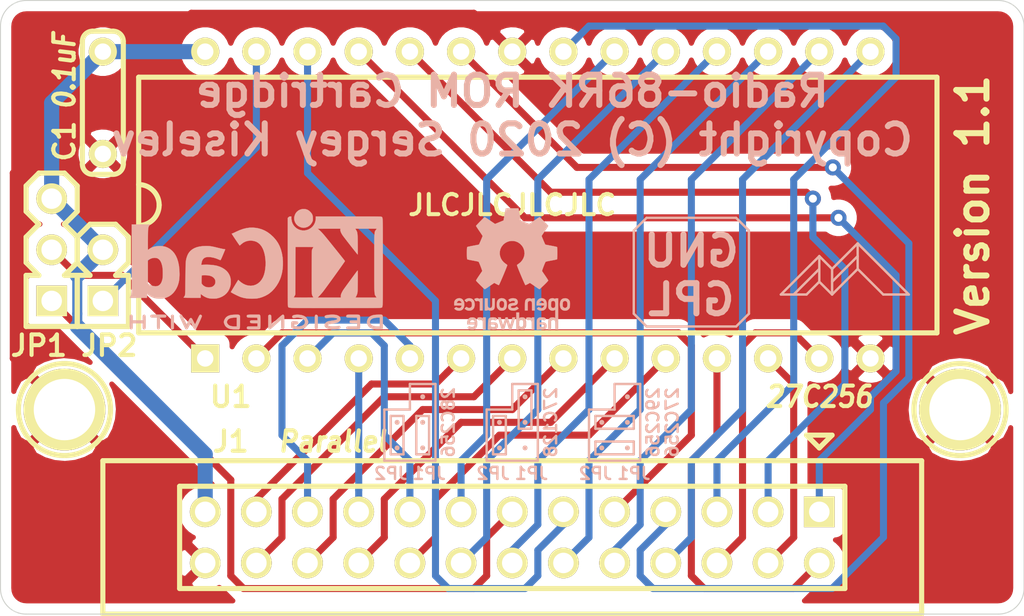
<source format=kicad_pcb>
(kicad_pcb (version 20171130) (host pcbnew "(5.1.0)-1")

  (general
    (thickness 1.6)
    (drawings 102)
    (tracks 186)
    (zones 0)
    (modules 9)
    (nets 29)
  )

  (page USLetter)
  (layers
    (0 F.Cu signal)
    (31 B.Cu signal)
    (32 B.Adhes user)
    (33 F.Adhes user)
    (34 B.Paste user)
    (35 F.Paste user)
    (36 B.SilkS user)
    (37 F.SilkS user)
    (38 B.Mask user)
    (39 F.Mask user)
    (40 Dwgs.User user)
    (41 Cmts.User user)
    (42 Eco1.User user)
    (43 Eco2.User user)
    (44 Edge.Cuts user)
    (45 Margin user)
    (46 B.CrtYd user)
    (47 F.CrtYd user)
    (48 B.Fab user)
    (49 F.Fab user)
  )

  (setup
    (last_trace_width 0.35)
    (user_trace_width 0.5)
    (trace_clearance 0.2)
    (zone_clearance 0.508)
    (zone_45_only no)
    (trace_min 0.2)
    (via_size 0.8)
    (via_drill 0.4)
    (via_min_size 0.4)
    (via_min_drill 0.3)
    (uvia_size 0.3)
    (uvia_drill 0.1)
    (uvias_allowed no)
    (uvia_min_size 0.2)
    (uvia_min_drill 0.1)
    (edge_width 0.05)
    (segment_width 0.2)
    (pcb_text_width 0.3)
    (pcb_text_size 1.5 1.5)
    (mod_edge_width 0.12)
    (mod_text_size 1 1)
    (mod_text_width 0.15)
    (pad_size 1.524 1.524)
    (pad_drill 0.762)
    (pad_to_mask_clearance 0.051)
    (solder_mask_min_width 0.25)
    (aux_axis_origin 0 0)
    (visible_elements 7FFFFFFF)
    (pcbplotparams
      (layerselection 0x010f0_ffffffff)
      (usegerberextensions false)
      (usegerberattributes false)
      (usegerberadvancedattributes false)
      (creategerberjobfile false)
      (excludeedgelayer true)
      (linewidth 0.100000)
      (plotframeref false)
      (viasonmask false)
      (mode 1)
      (useauxorigin false)
      (hpglpennumber 1)
      (hpglpenspeed 20)
      (hpglpendiameter 15.000000)
      (psnegative false)
      (psa4output false)
      (plotreference true)
      (plotvalue true)
      (plotinvisibletext false)
      (padsonsilk false)
      (subtractmaskfromsilk false)
      (outputformat 1)
      (mirror false)
      (drillshape 0)
      (scaleselection 1)
      (outputdirectory "gerber"))
  )

  (net 0 "")
  (net 1 VCC)
  (net 2 GND)
  (net 3 /PC0)
  (net 4 /PA0)
  (net 5 /PC1)
  (net 6 /PA1)
  (net 7 /PC2)
  (net 8 /PA2)
  (net 9 /PC3)
  (net 10 /PA3)
  (net 11 /PC4)
  (net 12 /PA4)
  (net 13 /PC5)
  (net 14 /PA5)
  (net 15 /PC6)
  (net 16 /PA6)
  (net 17 /PC7)
  (net 18 /PA7)
  (net 19 /PB7)
  (net 20 /PB0)
  (net 21 /PB6)
  (net 22 /PB1)
  (net 23 /PB5)
  (net 24 /PB2)
  (net 25 /PB4)
  (net 26 /PB3)
  (net 27 "Net-(JP1-Pad2)")
  (net 28 "Net-(JP2-Pad1)")

  (net_class Default "This is the default net class."
    (clearance 0.2)
    (trace_width 0.35)
    (via_dia 0.8)
    (via_drill 0.4)
    (uvia_dia 0.3)
    (uvia_drill 0.1)
    (add_net /PA0)
    (add_net /PA1)
    (add_net /PA2)
    (add_net /PA3)
    (add_net /PA4)
    (add_net /PA5)
    (add_net /PA6)
    (add_net /PA7)
    (add_net /PB0)
    (add_net /PB1)
    (add_net /PB2)
    (add_net /PB3)
    (add_net /PB4)
    (add_net /PB5)
    (add_net /PB6)
    (add_net /PB7)
    (add_net /PC0)
    (add_net /PC1)
    (add_net /PC2)
    (add_net /PC3)
    (add_net /PC4)
    (add_net /PC5)
    (add_net /PC6)
    (add_net /PC7)
    (add_net GND)
    (add_net "Net-(JP1-Pad2)")
    (add_net "Net-(JP2-Pad1)")
  )

  (net_class Power ""
    (clearance 0.2)
    (trace_width 0.75)
    (via_dia 0.8)
    (via_drill 0.4)
    (uvia_dia 0.3)
    (uvia_drill 0.1)
    (add_net VCC)
  )

  (module Symbol:OSHW-Logo_5.7x6mm_SilkScreen (layer B.Cu) (tedit 0) (tstamp 5E32B5F0)
    (at 139.7 102.235 180)
    (descr "Open Source Hardware Logo")
    (tags "Logo OSHW")
    (attr virtual)
    (fp_text reference REF** (at 0 0 180) (layer B.SilkS) hide
      (effects (font (size 1 1) (thickness 0.15)) (justify mirror))
    )
    (fp_text value OSHW-Logo_5.7x6mm_SilkScreen (at 0.75 0 180) (layer B.Fab) hide
      (effects (font (size 1 1) (thickness 0.15)) (justify mirror))
    )
    (fp_poly (pts (xy 0.376964 2.709982) (xy 0.433812 2.40843) (xy 0.853338 2.235488) (xy 1.104984 2.406605)
      (xy 1.175458 2.45425) (xy 1.239163 2.49679) (xy 1.293126 2.532285) (xy 1.334373 2.55879)
      (xy 1.359934 2.574364) (xy 1.366895 2.577722) (xy 1.379435 2.569086) (xy 1.406231 2.545208)
      (xy 1.44428 2.509141) (xy 1.490579 2.463933) (xy 1.542123 2.412636) (xy 1.595909 2.358299)
      (xy 1.648935 2.303972) (xy 1.698195 2.252705) (xy 1.740687 2.207549) (xy 1.773407 2.171554)
      (xy 1.793351 2.14777) (xy 1.798119 2.13981) (xy 1.791257 2.125135) (xy 1.77202 2.092986)
      (xy 1.74243 2.046508) (xy 1.70451 1.988844) (xy 1.660282 1.92314) (xy 1.634654 1.885664)
      (xy 1.587941 1.817232) (xy 1.546432 1.75548) (xy 1.51214 1.703481) (xy 1.48708 1.664308)
      (xy 1.473264 1.641035) (xy 1.471188 1.636145) (xy 1.475895 1.622245) (xy 1.488723 1.58985)
      (xy 1.507738 1.543515) (xy 1.531003 1.487794) (xy 1.556584 1.427242) (xy 1.582545 1.366414)
      (xy 1.60695 1.309864) (xy 1.627863 1.262148) (xy 1.643349 1.227819) (xy 1.651472 1.211432)
      (xy 1.651952 1.210788) (xy 1.664707 1.207659) (xy 1.698677 1.200679) (xy 1.75034 1.190533)
      (xy 1.816176 1.177908) (xy 1.892664 1.163491) (xy 1.93729 1.155177) (xy 2.019021 1.139616)
      (xy 2.092843 1.124808) (xy 2.155021 1.111564) (xy 2.201822 1.100695) (xy 2.229509 1.093011)
      (xy 2.235074 1.090573) (xy 2.240526 1.07407) (xy 2.244924 1.0368) (xy 2.248272 0.98312)
      (xy 2.250574 0.917388) (xy 2.251832 0.843963) (xy 2.252048 0.767204) (xy 2.251227 0.691468)
      (xy 2.249371 0.621114) (xy 2.246482 0.5605) (xy 2.242565 0.513984) (xy 2.237622 0.485925)
      (xy 2.234657 0.480084) (xy 2.216934 0.473083) (xy 2.179381 0.463073) (xy 2.126964 0.451231)
      (xy 2.064652 0.438733) (xy 2.0429 0.43469) (xy 1.938024 0.41548) (xy 1.85518 0.400009)
      (xy 1.79163 0.387663) (xy 1.744637 0.377827) (xy 1.711463 0.369886) (xy 1.689371 0.363224)
      (xy 1.675624 0.357227) (xy 1.667484 0.351281) (xy 1.666345 0.350106) (xy 1.654977 0.331174)
      (xy 1.637635 0.294331) (xy 1.61605 0.244087) (xy 1.591954 0.184954) (xy 1.567079 0.121444)
      (xy 1.543157 0.058068) (xy 1.521919 -0.000662) (xy 1.505097 -0.050235) (xy 1.494422 -0.086139)
      (xy 1.491627 -0.103862) (xy 1.49186 -0.104483) (xy 1.501331 -0.11897) (xy 1.522818 -0.150844)
      (xy 1.554063 -0.196789) (xy 1.592807 -0.253485) (xy 1.636793 -0.317617) (xy 1.649319 -0.335842)
      (xy 1.693984 -0.401914) (xy 1.733288 -0.4622) (xy 1.765088 -0.513235) (xy 1.787245 -0.55156)
      (xy 1.797617 -0.573711) (xy 1.798119 -0.576432) (xy 1.789405 -0.590736) (xy 1.765325 -0.619072)
      (xy 1.728976 -0.658396) (xy 1.683453 -0.705661) (xy 1.631852 -0.757823) (xy 1.577267 -0.811835)
      (xy 1.522794 -0.864653) (xy 1.471529 -0.913231) (xy 1.426567 -0.954523) (xy 1.391004 -0.985485)
      (xy 1.367935 -1.00307) (xy 1.361554 -1.005941) (xy 1.346699 -0.999178) (xy 1.316286 -0.980939)
      (xy 1.275268 -0.954297) (xy 1.243709 -0.932852) (xy 1.186525 -0.893503) (xy 1.118806 -0.847171)
      (xy 1.05088 -0.800913) (xy 1.014361 -0.776155) (xy 0.890752 -0.692547) (xy 0.786991 -0.74865)
      (xy 0.73972 -0.773228) (xy 0.699523 -0.792331) (xy 0.672326 -0.803227) (xy 0.665402 -0.804743)
      (xy 0.657077 -0.793549) (xy 0.640654 -0.761917) (xy 0.617357 -0.712765) (xy 0.588414 -0.64901)
      (xy 0.55505 -0.573571) (xy 0.518491 -0.489364) (xy 0.479964 -0.399308) (xy 0.440694 -0.306321)
      (xy 0.401908 -0.21332) (xy 0.36483 -0.123223) (xy 0.330689 -0.038948) (xy 0.300708 0.036587)
      (xy 0.276116 0.100466) (xy 0.258136 0.149769) (xy 0.247997 0.181579) (xy 0.246366 0.192504)
      (xy 0.259291 0.206439) (xy 0.287589 0.22906) (xy 0.325346 0.255667) (xy 0.328515 0.257772)
      (xy 0.4261 0.335886) (xy 0.504786 0.427018) (xy 0.563891 0.528255) (xy 0.602732 0.636682)
      (xy 0.620628 0.749386) (xy 0.616897 0.863452) (xy 0.590857 0.975966) (xy 0.541825 1.084015)
      (xy 0.5274 1.107655) (xy 0.452369 1.203113) (xy 0.36373 1.279768) (xy 0.264549 1.33722)
      (xy 0.157895 1.375071) (xy 0.046836 1.392922) (xy -0.065561 1.390375) (xy -0.176227 1.36703)
      (xy -0.282094 1.32249) (xy -0.380095 1.256355) (xy -0.41041 1.229513) (xy -0.487562 1.145488)
      (xy -0.543782 1.057034) (xy -0.582347 0.957885) (xy -0.603826 0.859697) (xy -0.609128 0.749303)
      (xy -0.591448 0.63836) (xy -0.552581 0.530619) (xy -0.494323 0.429831) (xy -0.418469 0.339744)
      (xy -0.326817 0.264108) (xy -0.314772 0.256136) (xy -0.276611 0.230026) (xy -0.247601 0.207405)
      (xy -0.233732 0.192961) (xy -0.233531 0.192504) (xy -0.236508 0.176879) (xy -0.248311 0.141418)
      (xy -0.267714 0.089038) (xy -0.293488 0.022655) (xy -0.324409 -0.054814) (xy -0.359249 -0.14045)
      (xy -0.396783 -0.231337) (xy -0.435783 -0.324559) (xy -0.475023 -0.417197) (xy -0.513276 -0.506335)
      (xy -0.549317 -0.589055) (xy -0.581917 -0.662441) (xy -0.609852 -0.723575) (xy -0.631895 -0.769541)
      (xy -0.646818 -0.797421) (xy -0.652828 -0.804743) (xy -0.671191 -0.799041) (xy -0.705552 -0.783749)
      (xy -0.749984 -0.761599) (xy -0.774417 -0.74865) (xy -0.878178 -0.692547) (xy -1.001787 -0.776155)
      (xy -1.064886 -0.818987) (xy -1.13397 -0.866122) (xy -1.198707 -0.910503) (xy -1.231134 -0.932852)
      (xy -1.276741 -0.963477) (xy -1.31536 -0.987747) (xy -1.341952 -1.002587) (xy -1.35059 -1.005724)
      (xy -1.363161 -0.997261) (xy -1.390984 -0.973636) (xy -1.431361 -0.937302) (xy -1.481595 -0.890711)
      (xy -1.538988 -0.836317) (xy -1.575286 -0.801392) (xy -1.63879 -0.738996) (xy -1.693673 -0.683188)
      (xy -1.737714 -0.636354) (xy -1.768695 -0.600882) (xy -1.784398 -0.579161) (xy -1.785905 -0.574752)
      (xy -1.778914 -0.557985) (xy -1.759594 -0.524082) (xy -1.730091 -0.476476) (xy -1.692545 -0.418599)
      (xy -1.6491 -0.353884) (xy -1.636745 -0.335842) (xy -1.591727 -0.270267) (xy -1.55134 -0.211228)
      (xy -1.51784 -0.162042) (xy -1.493486 -0.126028) (xy -1.480536 -0.106502) (xy -1.479285 -0.104483)
      (xy -1.481156 -0.088922) (xy -1.491087 -0.054709) (xy -1.507347 -0.006355) (xy -1.528205 0.051629)
      (xy -1.551927 0.11473) (xy -1.576784 0.178437) (xy -1.601042 0.238239) (xy -1.622971 0.289624)
      (xy -1.640838 0.328081) (xy -1.652913 0.349098) (xy -1.653771 0.350106) (xy -1.661154 0.356112)
      (xy -1.673625 0.362052) (xy -1.69392 0.36854) (xy -1.724778 0.376191) (xy -1.768934 0.38562)
      (xy -1.829126 0.397441) (xy -1.908093 0.412271) (xy -2.00857 0.430723) (xy -2.030325 0.43469)
      (xy -2.094802 0.447147) (xy -2.151011 0.459334) (xy -2.193987 0.470074) (xy -2.21876 0.478191)
      (xy -2.222082 0.480084) (xy -2.227556 0.496862) (xy -2.232006 0.534355) (xy -2.235428 0.588206)
      (xy -2.237819 0.654056) (xy -2.239177 0.727547) (xy -2.239499 0.80432) (xy -2.238781 0.880017)
      (xy -2.237021 0.95028) (xy -2.234216 1.01075) (xy -2.230362 1.05707) (xy -2.225457 1.084881)
      (xy -2.2225 1.090573) (xy -2.206037 1.096314) (xy -2.168551 1.105655) (xy -2.113775 1.117785)
      (xy -2.045445 1.131893) (xy -1.967294 1.14717) (xy -1.924716 1.155177) (xy -1.843929 1.170279)
      (xy -1.771887 1.18396) (xy -1.712111 1.195533) (xy -1.668121 1.204313) (xy -1.643439 1.209613)
      (xy -1.639377 1.210788) (xy -1.632511 1.224035) (xy -1.617998 1.255943) (xy -1.597771 1.301953)
      (xy -1.573766 1.357508) (xy -1.547918 1.418047) (xy -1.52216 1.479014) (xy -1.498427 1.535849)
      (xy -1.478654 1.583994) (xy -1.464776 1.61889) (xy -1.458726 1.635979) (xy -1.458614 1.636726)
      (xy -1.465472 1.650207) (xy -1.484698 1.68123) (xy -1.514272 1.726711) (xy -1.552173 1.783568)
      (xy -1.59638 1.848717) (xy -1.622079 1.886138) (xy -1.668907 1.954753) (xy -1.710499 2.017048)
      (xy -1.744825 2.069871) (xy -1.769857 2.110073) (xy -1.783565 2.1345) (xy -1.785544 2.139976)
      (xy -1.777034 2.152722) (xy -1.753507 2.179937) (xy -1.717968 2.218572) (xy -1.673423 2.265577)
      (xy -1.622877 2.317905) (xy -1.569336 2.372505) (xy -1.515805 2.42633) (xy -1.465289 2.47633)
      (xy -1.420794 2.519457) (xy -1.385325 2.552661) (xy -1.361887 2.572894) (xy -1.354046 2.577722)
      (xy -1.34128 2.570933) (xy -1.310744 2.551858) (xy -1.26541 2.522439) (xy -1.208244 2.484619)
      (xy -1.142216 2.440339) (xy -1.09241 2.406605) (xy -0.840764 2.235488) (xy -0.631001 2.321959)
      (xy -0.421237 2.40843) (xy -0.364389 2.709982) (xy -0.30754 3.011534) (xy 0.320115 3.011534)
      (xy 0.376964 2.709982)) (layer B.SilkS) (width 0.01))
    (fp_poly (pts (xy 1.79946 -1.45803) (xy 1.842711 -1.471245) (xy 1.870558 -1.487941) (xy 1.879629 -1.501145)
      (xy 1.877132 -1.516797) (xy 1.860931 -1.541385) (xy 1.847232 -1.5588) (xy 1.818992 -1.590283)
      (xy 1.797775 -1.603529) (xy 1.779688 -1.602664) (xy 1.726035 -1.58901) (xy 1.68663 -1.58963)
      (xy 1.654632 -1.605104) (xy 1.64389 -1.614161) (xy 1.609505 -1.646027) (xy 1.609505 -2.062179)
      (xy 1.471188 -2.062179) (xy 1.471188 -1.458614) (xy 1.540347 -1.458614) (xy 1.581869 -1.460256)
      (xy 1.603291 -1.466087) (xy 1.609502 -1.477461) (xy 1.609505 -1.477798) (xy 1.612439 -1.489713)
      (xy 1.625704 -1.488159) (xy 1.644084 -1.479563) (xy 1.682046 -1.463568) (xy 1.712872 -1.453945)
      (xy 1.752536 -1.451478) (xy 1.79946 -1.45803)) (layer B.SilkS) (width 0.01))
    (fp_poly (pts (xy -0.754012 -1.469002) (xy -0.722717 -1.48395) (xy -0.692409 -1.505541) (xy -0.669318 -1.530391)
      (xy -0.6525 -1.562087) (xy -0.641006 -1.604214) (xy -0.633891 -1.660358) (xy -0.630207 -1.734106)
      (xy -0.629008 -1.829044) (xy -0.628989 -1.838985) (xy -0.628713 -2.062179) (xy -0.76703 -2.062179)
      (xy -0.76703 -1.856418) (xy -0.767128 -1.780189) (xy -0.767809 -1.724939) (xy -0.769651 -1.686501)
      (xy -0.773233 -1.660706) (xy -0.779132 -1.643384) (xy -0.787927 -1.630368) (xy -0.80018 -1.617507)
      (xy -0.843047 -1.589873) (xy -0.889843 -1.584745) (xy -0.934424 -1.602217) (xy -0.949928 -1.615221)
      (xy -0.96131 -1.627447) (xy -0.969481 -1.64054) (xy -0.974974 -1.658615) (xy -0.97832 -1.685787)
      (xy -0.980051 -1.72617) (xy -0.980697 -1.783879) (xy -0.980792 -1.854132) (xy -0.980792 -2.062179)
      (xy -1.119109 -2.062179) (xy -1.119109 -1.458614) (xy -1.04995 -1.458614) (xy -1.008428 -1.460256)
      (xy -0.987006 -1.466087) (xy -0.980795 -1.477461) (xy -0.980792 -1.477798) (xy -0.97791 -1.488938)
      (xy -0.965199 -1.487674) (xy -0.939926 -1.475434) (xy -0.882605 -1.457424) (xy -0.817037 -1.455421)
      (xy -0.754012 -1.469002)) (layer B.SilkS) (width 0.01))
    (fp_poly (pts (xy 2.677898 -1.456457) (xy 2.710096 -1.464279) (xy 2.771825 -1.492921) (xy 2.82461 -1.536667)
      (xy 2.861141 -1.589117) (xy 2.86616 -1.600893) (xy 2.873045 -1.63174) (xy 2.877864 -1.677371)
      (xy 2.879505 -1.723492) (xy 2.879505 -1.810693) (xy 2.697178 -1.810693) (xy 2.621979 -1.810978)
      (xy 2.569003 -1.812704) (xy 2.535325 -1.817181) (xy 2.51802 -1.82572) (xy 2.514163 -1.83963)
      (xy 2.520829 -1.860222) (xy 2.53277 -1.884315) (xy 2.56608 -1.924525) (xy 2.612368 -1.944558)
      (xy 2.668944 -1.943905) (xy 2.733031 -1.922101) (xy 2.788417 -1.895193) (xy 2.834375 -1.931532)
      (xy 2.880333 -1.967872) (xy 2.837096 -2.007819) (xy 2.779374 -2.045563) (xy 2.708386 -2.06832)
      (xy 2.632029 -2.074688) (xy 2.558199 -2.063268) (xy 2.546287 -2.059393) (xy 2.481399 -2.025506)
      (xy 2.43313 -1.974986) (xy 2.400465 -1.906325) (xy 2.382385 -1.818014) (xy 2.382175 -1.816121)
      (xy 2.380556 -1.719878) (xy 2.3871 -1.685542) (xy 2.514852 -1.685542) (xy 2.526584 -1.690822)
      (xy 2.558438 -1.694867) (xy 2.605397 -1.697176) (xy 2.635154 -1.697525) (xy 2.690648 -1.697306)
      (xy 2.725346 -1.695916) (xy 2.743601 -1.692251) (xy 2.749766 -1.68521) (xy 2.748195 -1.67369)
      (xy 2.746878 -1.669233) (xy 2.724382 -1.627355) (xy 2.689003 -1.593604) (xy 2.65778 -1.578773)
      (xy 2.616301 -1.579668) (xy 2.574269 -1.598164) (xy 2.539012 -1.628786) (xy 2.517854 -1.666062)
      (xy 2.514852 -1.685542) (xy 2.3871 -1.685542) (xy 2.39669 -1.635229) (xy 2.428698 -1.564191)
      (xy 2.474701 -1.508779) (xy 2.532821 -1.471009) (xy 2.60118 -1.452896) (xy 2.677898 -1.456457)) (layer B.SilkS) (width 0.01))
    (fp_poly (pts (xy 2.217226 -1.46388) (xy 2.29008 -1.49483) (xy 2.313027 -1.509895) (xy 2.342354 -1.533048)
      (xy 2.360764 -1.551253) (xy 2.363961 -1.557183) (xy 2.354935 -1.57034) (xy 2.331837 -1.592667)
      (xy 2.313344 -1.60825) (xy 2.262728 -1.648926) (xy 2.22276 -1.615295) (xy 2.191874 -1.593584)
      (xy 2.161759 -1.58609) (xy 2.127292 -1.58792) (xy 2.072561 -1.601528) (xy 2.034886 -1.629772)
      (xy 2.011991 -1.675433) (xy 2.001597 -1.741289) (xy 2.001595 -1.741331) (xy 2.002494 -1.814939)
      (xy 2.016463 -1.868946) (xy 2.044328 -1.905716) (xy 2.063325 -1.918168) (xy 2.113776 -1.933673)
      (xy 2.167663 -1.933683) (xy 2.214546 -1.918638) (xy 2.225644 -1.911287) (xy 2.253476 -1.892511)
      (xy 2.275236 -1.889434) (xy 2.298704 -1.903409) (xy 2.324649 -1.92851) (xy 2.365716 -1.97088)
      (xy 2.320121 -2.008464) (xy 2.249674 -2.050882) (xy 2.170233 -2.071785) (xy 2.087215 -2.070272)
      (xy 2.032694 -2.056411) (xy 1.96897 -2.022135) (xy 1.918005 -1.968212) (xy 1.894851 -1.930149)
      (xy 1.876099 -1.875536) (xy 1.866715 -1.806369) (xy 1.866643 -1.731407) (xy 1.875824 -1.659409)
      (xy 1.894199 -1.599137) (xy 1.897093 -1.592958) (xy 1.939952 -1.532351) (xy 1.997979 -1.488224)
      (xy 2.066591 -1.461493) (xy 2.141201 -1.453073) (xy 2.217226 -1.46388)) (layer B.SilkS) (width 0.01))
    (fp_poly (pts (xy 0.993367 -1.654342) (xy 0.994555 -1.746563) (xy 0.998897 -1.81661) (xy 1.007558 -1.867381)
      (xy 1.021704 -1.901772) (xy 1.0425 -1.922679) (xy 1.07111 -1.933) (xy 1.106535 -1.935636)
      (xy 1.143636 -1.932682) (xy 1.171818 -1.921889) (xy 1.192243 -1.90036) (xy 1.206079 -1.865199)
      (xy 1.214491 -1.81351) (xy 1.218643 -1.742394) (xy 1.219703 -1.654342) (xy 1.219703 -1.458614)
      (xy 1.35802 -1.458614) (xy 1.35802 -2.062179) (xy 1.288862 -2.062179) (xy 1.24717 -2.060489)
      (xy 1.225701 -2.054556) (xy 1.219703 -2.043293) (xy 1.216091 -2.033261) (xy 1.201714 -2.035383)
      (xy 1.172736 -2.04958) (xy 1.106319 -2.07148) (xy 1.035875 -2.069928) (xy 0.968377 -2.046147)
      (xy 0.936233 -2.027362) (xy 0.911715 -2.007022) (xy 0.893804 -1.981573) (xy 0.881479 -1.947458)
      (xy 0.873723 -1.901121) (xy 0.869516 -1.839007) (xy 0.86784 -1.757561) (xy 0.867624 -1.694578)
      (xy 0.867624 -1.458614) (xy 0.993367 -1.458614) (xy 0.993367 -1.654342)) (layer B.SilkS) (width 0.01))
    (fp_poly (pts (xy 0.610762 -1.466055) (xy 0.674363 -1.500692) (xy 0.724123 -1.555372) (xy 0.747568 -1.599842)
      (xy 0.757634 -1.639121) (xy 0.764156 -1.695116) (xy 0.766951 -1.759621) (xy 0.765836 -1.824429)
      (xy 0.760626 -1.881334) (xy 0.754541 -1.911727) (xy 0.734014 -1.953306) (xy 0.698463 -1.997468)
      (xy 0.655619 -2.036087) (xy 0.613211 -2.061034) (xy 0.612177 -2.06143) (xy 0.559553 -2.072331)
      (xy 0.497188 -2.072601) (xy 0.437924 -2.062676) (xy 0.41504 -2.054722) (xy 0.356102 -2.0213)
      (xy 0.31389 -1.977511) (xy 0.286156 -1.919538) (xy 0.270651 -1.843565) (xy 0.267143 -1.803771)
      (xy 0.26759 -1.753766) (xy 0.402376 -1.753766) (xy 0.406917 -1.826732) (xy 0.419986 -1.882334)
      (xy 0.440756 -1.917861) (xy 0.455552 -1.92802) (xy 0.493464 -1.935104) (xy 0.538527 -1.933007)
      (xy 0.577487 -1.922812) (xy 0.587704 -1.917204) (xy 0.614659 -1.884538) (xy 0.632451 -1.834545)
      (xy 0.640024 -1.773705) (xy 0.636325 -1.708497) (xy 0.628057 -1.669253) (xy 0.60432 -1.623805)
      (xy 0.566849 -1.595396) (xy 0.52172 -1.585573) (xy 0.475011 -1.595887) (xy 0.439132 -1.621112)
      (xy 0.420277 -1.641925) (xy 0.409272 -1.662439) (xy 0.404026 -1.690203) (xy 0.402449 -1.732762)
      (xy 0.402376 -1.753766) (xy 0.26759 -1.753766) (xy 0.268094 -1.69758) (xy 0.285388 -1.610501)
      (xy 0.319029 -1.54253) (xy 0.369018 -1.493664) (xy 0.435356 -1.463899) (xy 0.449601 -1.460448)
      (xy 0.53521 -1.452345) (xy 0.610762 -1.466055)) (layer B.SilkS) (width 0.01))
    (fp_poly (pts (xy 0.014017 -1.456452) (xy 0.061634 -1.465482) (xy 0.111034 -1.48437) (xy 0.116312 -1.486777)
      (xy 0.153774 -1.506476) (xy 0.179717 -1.524781) (xy 0.188103 -1.536508) (xy 0.180117 -1.555632)
      (xy 0.16072 -1.58385) (xy 0.15211 -1.594384) (xy 0.116628 -1.635847) (xy 0.070885 -1.608858)
      (xy 0.02735 -1.590878) (xy -0.02295 -1.581267) (xy -0.071188 -1.58066) (xy -0.108533 -1.589691)
      (xy -0.117495 -1.595327) (xy -0.134563 -1.621171) (xy -0.136637 -1.650941) (xy -0.123866 -1.674197)
      (xy -0.116312 -1.678708) (xy -0.093675 -1.684309) (xy -0.053885 -1.690892) (xy -0.004834 -1.697183)
      (xy 0.004215 -1.69817) (xy 0.082996 -1.711798) (xy 0.140136 -1.734946) (xy 0.17803 -1.769752)
      (xy 0.199079 -1.818354) (xy 0.205635 -1.877718) (xy 0.196577 -1.945198) (xy 0.167164 -1.998188)
      (xy 0.117278 -2.036783) (xy 0.0468 -2.061081) (xy -0.031435 -2.070667) (xy -0.095234 -2.070552)
      (xy -0.146984 -2.061845) (xy -0.182327 -2.049825) (xy -0.226983 -2.02888) (xy -0.268253 -2.004574)
      (xy -0.282921 -1.993876) (xy -0.320643 -1.963084) (xy -0.275148 -1.917049) (xy -0.229653 -1.871013)
      (xy -0.177928 -1.905243) (xy -0.126048 -1.930952) (xy -0.070649 -1.944399) (xy -0.017395 -1.945818)
      (xy 0.028049 -1.935443) (xy 0.060016 -1.913507) (xy 0.070338 -1.894998) (xy 0.068789 -1.865314)
      (xy 0.04314 -1.842615) (xy -0.00654 -1.82694) (xy -0.060969 -1.819695) (xy -0.144736 -1.805873)
      (xy -0.206967 -1.779796) (xy -0.248493 -1.740699) (xy -0.270147 -1.68782) (xy -0.273147 -1.625126)
      (xy -0.258329 -1.559642) (xy -0.224546 -1.510144) (xy -0.171495 -1.476408) (xy -0.098874 -1.458207)
      (xy -0.045072 -1.454639) (xy 0.014017 -1.456452)) (layer B.SilkS) (width 0.01))
    (fp_poly (pts (xy -1.356699 -1.472614) (xy -1.344168 -1.478514) (xy -1.300799 -1.510283) (xy -1.25979 -1.556646)
      (xy -1.229168 -1.607696) (xy -1.220459 -1.631166) (xy -1.212512 -1.673091) (xy -1.207774 -1.723757)
      (xy -1.207199 -1.744679) (xy -1.207129 -1.810693) (xy -1.587083 -1.810693) (xy -1.578983 -1.845273)
      (xy -1.559104 -1.88617) (xy -1.524347 -1.921514) (xy -1.482998 -1.944282) (xy -1.456649 -1.94901)
      (xy -1.420916 -1.943273) (xy -1.378282 -1.928882) (xy -1.363799 -1.922262) (xy -1.31024 -1.895513)
      (xy -1.264533 -1.930376) (xy -1.238158 -1.953955) (xy -1.224124 -1.973417) (xy -1.223414 -1.979129)
      (xy -1.235951 -1.992973) (xy -1.263428 -2.014012) (xy -1.288366 -2.030425) (xy -1.355664 -2.05993)
      (xy -1.43111 -2.073284) (xy -1.505888 -2.069812) (xy -1.565495 -2.051663) (xy -1.626941 -2.012784)
      (xy -1.670608 -1.961595) (xy -1.697926 -1.895367) (xy -1.710322 -1.811371) (xy -1.711421 -1.772936)
      (xy -1.707022 -1.684861) (xy -1.706482 -1.682299) (xy -1.580582 -1.682299) (xy -1.577115 -1.690558)
      (xy -1.562863 -1.695113) (xy -1.53347 -1.697065) (xy -1.484575 -1.697517) (xy -1.465748 -1.697525)
      (xy -1.408467 -1.696843) (xy -1.372141 -1.694364) (xy -1.352604 -1.689443) (xy -1.34569 -1.681434)
      (xy -1.345445 -1.678862) (xy -1.353336 -1.658423) (xy -1.373085 -1.629789) (xy -1.381575 -1.619763)
      (xy -1.413094 -1.591408) (xy -1.445949 -1.580259) (xy -1.463651 -1.579327) (xy -1.511539 -1.590981)
      (xy -1.551699 -1.622285) (xy -1.577173 -1.667752) (xy -1.577625 -1.669233) (xy -1.580582 -1.682299)
      (xy -1.706482 -1.682299) (xy -1.692392 -1.61551) (xy -1.666038 -1.560025) (xy -1.633807 -1.520639)
      (xy -1.574217 -1.477931) (xy -1.504168 -1.455109) (xy -1.429661 -1.453046) (xy -1.356699 -1.472614)) (layer B.SilkS) (width 0.01))
    (fp_poly (pts (xy -2.538261 -1.465148) (xy -2.472479 -1.494231) (xy -2.42254 -1.542793) (xy -2.388374 -1.610908)
      (xy -2.369907 -1.698651) (xy -2.368583 -1.712351) (xy -2.367546 -1.808939) (xy -2.380993 -1.893602)
      (xy -2.408108 -1.962221) (xy -2.422627 -1.984294) (xy -2.473201 -2.031011) (xy -2.537609 -2.061268)
      (xy -2.609666 -2.073824) (xy -2.683185 -2.067439) (xy -2.739072 -2.047772) (xy -2.787132 -2.014629)
      (xy -2.826412 -1.971175) (xy -2.827092 -1.970158) (xy -2.843044 -1.943338) (xy -2.85341 -1.916368)
      (xy -2.859688 -1.882332) (xy -2.863373 -1.83431) (xy -2.864997 -1.794931) (xy -2.865672 -1.759219)
      (xy -2.739955 -1.759219) (xy -2.738726 -1.79477) (xy -2.734266 -1.842094) (xy -2.726397 -1.872465)
      (xy -2.712207 -1.894072) (xy -2.698917 -1.906694) (xy -2.651802 -1.933122) (xy -2.602505 -1.936653)
      (xy -2.556593 -1.917639) (xy -2.533638 -1.896331) (xy -2.517096 -1.874859) (xy -2.507421 -1.854313)
      (xy -2.503174 -1.827574) (xy -2.50292 -1.787523) (xy -2.504228 -1.750638) (xy -2.507043 -1.697947)
      (xy -2.511505 -1.663772) (xy -2.519548 -1.64148) (xy -2.533103 -1.624442) (xy -2.543845 -1.614703)
      (xy -2.588777 -1.589123) (xy -2.637249 -1.587847) (xy -2.677894 -1.602999) (xy -2.712567 -1.634642)
      (xy -2.733224 -1.68662) (xy -2.739955 -1.759219) (xy -2.865672 -1.759219) (xy -2.866479 -1.716621)
      (xy -2.863948 -1.658056) (xy -2.856362 -1.614007) (xy -2.842681 -1.579248) (xy -2.821865 -1.548551)
      (xy -2.814147 -1.539436) (xy -2.765889 -1.494021) (xy -2.714128 -1.467493) (xy -2.650828 -1.456379)
      (xy -2.619961 -1.455471) (xy -2.538261 -1.465148)) (layer B.SilkS) (width 0.01))
    (fp_poly (pts (xy 2.032581 -2.40497) (xy 2.092685 -2.420597) (xy 2.143021 -2.452848) (xy 2.167393 -2.47694)
      (xy 2.207345 -2.533895) (xy 2.230242 -2.599965) (xy 2.238108 -2.681182) (xy 2.238148 -2.687748)
      (xy 2.238218 -2.753763) (xy 1.858264 -2.753763) (xy 1.866363 -2.788342) (xy 1.880987 -2.819659)
      (xy 1.906581 -2.852291) (xy 1.911935 -2.8575) (xy 1.957943 -2.885694) (xy 2.01041 -2.890475)
      (xy 2.070803 -2.871926) (xy 2.08104 -2.866931) (xy 2.112439 -2.851745) (xy 2.13347 -2.843094)
      (xy 2.137139 -2.842293) (xy 2.149948 -2.850063) (xy 2.174378 -2.869072) (xy 2.186779 -2.87946)
      (xy 2.212476 -2.903321) (xy 2.220915 -2.919077) (xy 2.215058 -2.933571) (xy 2.211928 -2.937534)
      (xy 2.190725 -2.954879) (xy 2.155738 -2.975959) (xy 2.131337 -2.988265) (xy 2.062072 -3.009946)
      (xy 1.985388 -3.016971) (xy 1.912765 -3.008647) (xy 1.892426 -3.002686) (xy 1.829476 -2.968952)
      (xy 1.782815 -2.917045) (xy 1.752173 -2.846459) (xy 1.737282 -2.756692) (xy 1.735647 -2.709753)
      (xy 1.740421 -2.641413) (xy 1.86099 -2.641413) (xy 1.872652 -2.646465) (xy 1.903998 -2.650429)
      (xy 1.949571 -2.652768) (xy 1.980446 -2.653169) (xy 2.035981 -2.652783) (xy 2.071033 -2.650975)
      (xy 2.090262 -2.646773) (xy 2.09833 -2.639203) (xy 2.099901 -2.628218) (xy 2.089121 -2.594381)
      (xy 2.06198 -2.56094) (xy 2.026277 -2.535272) (xy 1.99056 -2.524772) (xy 1.942048 -2.534086)
      (xy 1.900053 -2.561013) (xy 1.870936 -2.599827) (xy 1.86099 -2.641413) (xy 1.740421 -2.641413)
      (xy 1.742599 -2.610236) (xy 1.764055 -2.530949) (xy 1.80047 -2.471263) (xy 1.852297 -2.430549)
      (xy 1.91999 -2.408179) (xy 1.956662 -2.403871) (xy 2.032581 -2.40497)) (layer B.SilkS) (width 0.01))
    (fp_poly (pts (xy 1.635255 -2.401486) (xy 1.683595 -2.411015) (xy 1.711114 -2.425125) (xy 1.740064 -2.448568)
      (xy 1.698876 -2.500571) (xy 1.673482 -2.532064) (xy 1.656238 -2.547428) (xy 1.639102 -2.549776)
      (xy 1.614027 -2.542217) (xy 1.602257 -2.537941) (xy 1.55427 -2.531631) (xy 1.510324 -2.545156)
      (xy 1.47806 -2.57571) (xy 1.472819 -2.585452) (xy 1.467112 -2.611258) (xy 1.462706 -2.658817)
      (xy 1.459811 -2.724758) (xy 1.458631 -2.80571) (xy 1.458614 -2.817226) (xy 1.458614 -3.017822)
      (xy 1.320297 -3.017822) (xy 1.320297 -2.401683) (xy 1.389456 -2.401683) (xy 1.429333 -2.402725)
      (xy 1.450107 -2.407358) (xy 1.457789 -2.417849) (xy 1.458614 -2.427745) (xy 1.458614 -2.453806)
      (xy 1.491745 -2.427745) (xy 1.529735 -2.409965) (xy 1.58077 -2.401174) (xy 1.635255 -2.401486)) (layer B.SilkS) (width 0.01))
    (fp_poly (pts (xy 1.038411 -2.405417) (xy 1.091411 -2.41829) (xy 1.106731 -2.42511) (xy 1.136428 -2.442974)
      (xy 1.15922 -2.463093) (xy 1.176083 -2.488962) (xy 1.187998 -2.524073) (xy 1.195942 -2.57192)
      (xy 1.200894 -2.635996) (xy 1.203831 -2.719794) (xy 1.204947 -2.775768) (xy 1.209052 -3.017822)
      (xy 1.138932 -3.017822) (xy 1.096393 -3.016038) (xy 1.074476 -3.009942) (xy 1.068812 -2.999706)
      (xy 1.065821 -2.988637) (xy 1.052451 -2.990754) (xy 1.034233 -2.999629) (xy 0.988624 -3.013233)
      (xy 0.930007 -3.016899) (xy 0.868354 -3.010903) (xy 0.813638 -2.995521) (xy 0.80873 -2.993386)
      (xy 0.758723 -2.958255) (xy 0.725756 -2.909419) (xy 0.710587 -2.852333) (xy 0.711746 -2.831824)
      (xy 0.835508 -2.831824) (xy 0.846413 -2.859425) (xy 0.878745 -2.879204) (xy 0.93091 -2.889819)
      (xy 0.958787 -2.891228) (xy 1.005247 -2.88762) (xy 1.036129 -2.873597) (xy 1.043664 -2.866931)
      (xy 1.064076 -2.830666) (xy 1.068812 -2.797773) (xy 1.068812 -2.753763) (xy 1.007513 -2.753763)
      (xy 0.936256 -2.757395) (xy 0.886276 -2.768818) (xy 0.854696 -2.788824) (xy 0.847626 -2.797743)
      (xy 0.835508 -2.831824) (xy 0.711746 -2.831824) (xy 0.713971 -2.792456) (xy 0.736663 -2.735244)
      (xy 0.767624 -2.69658) (xy 0.786376 -2.679864) (xy 0.804733 -2.668878) (xy 0.828619 -2.66218)
      (xy 0.863957 -2.658326) (xy 0.916669 -2.655873) (xy 0.937577 -2.655168) (xy 1.068812 -2.650879)
      (xy 1.06862 -2.611158) (xy 1.063537 -2.569405) (xy 1.045162 -2.544158) (xy 1.008039 -2.52803)
      (xy 1.007043 -2.527742) (xy 0.95441 -2.5214) (xy 0.902906 -2.529684) (xy 0.86463 -2.549827)
      (xy 0.849272 -2.559773) (xy 0.83273 -2.558397) (xy 0.807275 -2.543987) (xy 0.792328 -2.533817)
      (xy 0.763091 -2.512088) (xy 0.74498 -2.4958) (xy 0.742074 -2.491137) (xy 0.75404 -2.467005)
      (xy 0.789396 -2.438185) (xy 0.804753 -2.428461) (xy 0.848901 -2.411714) (xy 0.908398 -2.402227)
      (xy 0.974487 -2.400095) (xy 1.038411 -2.405417)) (layer B.SilkS) (width 0.01))
    (fp_poly (pts (xy 0.281524 -2.404237) (xy 0.331255 -2.407971) (xy 0.461291 -2.797773) (xy 0.481678 -2.728614)
      (xy 0.493946 -2.685874) (xy 0.510085 -2.628115) (xy 0.527512 -2.564625) (xy 0.536726 -2.53057)
      (xy 0.571388 -2.401683) (xy 0.714391 -2.401683) (xy 0.671646 -2.536857) (xy 0.650596 -2.603342)
      (xy 0.625167 -2.683539) (xy 0.59861 -2.767193) (xy 0.574902 -2.841782) (xy 0.520902 -3.011535)
      (xy 0.462598 -3.015328) (xy 0.404295 -3.019122) (xy 0.372679 -2.914734) (xy 0.353182 -2.849889)
      (xy 0.331904 -2.7784) (xy 0.313308 -2.715263) (xy 0.312574 -2.71275) (xy 0.298684 -2.669969)
      (xy 0.286429 -2.640779) (xy 0.277846 -2.629741) (xy 0.276082 -2.631018) (xy 0.269891 -2.64813)
      (xy 0.258128 -2.684787) (xy 0.242225 -2.736378) (xy 0.223614 -2.798294) (xy 0.213543 -2.832352)
      (xy 0.159007 -3.017822) (xy 0.043264 -3.017822) (xy -0.049263 -2.725471) (xy -0.075256 -2.643462)
      (xy -0.098934 -2.568987) (xy -0.11918 -2.505544) (xy -0.134874 -2.456632) (xy -0.144898 -2.425749)
      (xy -0.147945 -2.416726) (xy -0.145533 -2.407487) (xy -0.126592 -2.403441) (xy -0.087177 -2.403846)
      (xy -0.081007 -2.404152) (xy -0.007914 -2.407971) (xy 0.039957 -2.58401) (xy 0.057553 -2.648211)
      (xy 0.073277 -2.704649) (xy 0.085746 -2.748422) (xy 0.093574 -2.77463) (xy 0.09502 -2.778903)
      (xy 0.101014 -2.77399) (xy 0.113101 -2.748532) (xy 0.129893 -2.705997) (xy 0.150003 -2.64985)
      (xy 0.167003 -2.59913) (xy 0.231794 -2.400504) (xy 0.281524 -2.404237)) (layer B.SilkS) (width 0.01))
    (fp_poly (pts (xy -0.201188 -3.017822) (xy -0.270346 -3.017822) (xy -0.310488 -3.016645) (xy -0.331394 -3.011772)
      (xy -0.338922 -3.001186) (xy -0.339505 -2.994029) (xy -0.340774 -2.979676) (xy -0.348779 -2.976923)
      (xy -0.369815 -2.985771) (xy -0.386173 -2.994029) (xy -0.448977 -3.013597) (xy -0.517248 -3.014729)
      (xy -0.572752 -3.000135) (xy -0.624438 -2.964877) (xy -0.663838 -2.912835) (xy -0.685413 -2.85145)
      (xy -0.685962 -2.848018) (xy -0.689167 -2.810571) (xy -0.690761 -2.756813) (xy -0.690633 -2.716155)
      (xy -0.553279 -2.716155) (xy -0.550097 -2.770194) (xy -0.542859 -2.814735) (xy -0.53306 -2.839888)
      (xy -0.495989 -2.87426) (xy -0.451974 -2.886582) (xy -0.406584 -2.876618) (xy -0.367797 -2.846895)
      (xy -0.353108 -2.826905) (xy -0.344519 -2.80305) (xy -0.340496 -2.76823) (xy -0.339505 -2.71593)
      (xy -0.341278 -2.664139) (xy -0.345963 -2.618634) (xy -0.352603 -2.588181) (xy -0.35371 -2.585452)
      (xy -0.380491 -2.553) (xy -0.419579 -2.535183) (xy -0.463315 -2.532306) (xy -0.504038 -2.544674)
      (xy -0.534087 -2.572593) (xy -0.537204 -2.578148) (xy -0.546961 -2.612022) (xy -0.552277 -2.660728)
      (xy -0.553279 -2.716155) (xy -0.690633 -2.716155) (xy -0.690568 -2.69554) (xy -0.689664 -2.662563)
      (xy -0.683514 -2.580981) (xy -0.670733 -2.51973) (xy -0.649471 -2.474449) (xy -0.617878 -2.440779)
      (xy -0.587207 -2.421014) (xy -0.544354 -2.40712) (xy -0.491056 -2.402354) (xy -0.43648 -2.406236)
      (xy -0.389792 -2.418282) (xy -0.365124 -2.432693) (xy -0.339505 -2.455878) (xy -0.339505 -2.162773)
      (xy -0.201188 -2.162773) (xy -0.201188 -3.017822)) (layer B.SilkS) (width 0.01))
    (fp_poly (pts (xy -0.993356 -2.40302) (xy -0.974539 -2.40866) (xy -0.968473 -2.421053) (xy -0.968218 -2.426647)
      (xy -0.967129 -2.44223) (xy -0.959632 -2.444676) (xy -0.939381 -2.433993) (xy -0.927351 -2.426694)
      (xy -0.8894 -2.411063) (xy -0.844072 -2.403334) (xy -0.796544 -2.40274) (xy -0.751995 -2.408513)
      (xy -0.715602 -2.419884) (xy -0.692543 -2.436088) (xy -0.687996 -2.456355) (xy -0.690291 -2.461843)
      (xy -0.70702 -2.484626) (xy -0.732963 -2.512647) (xy -0.737655 -2.517177) (xy -0.762383 -2.538005)
      (xy -0.783718 -2.544735) (xy -0.813555 -2.540038) (xy -0.825508 -2.536917) (xy -0.862705 -2.529421)
      (xy -0.888859 -2.532792) (xy -0.910946 -2.544681) (xy -0.931178 -2.560635) (xy -0.946079 -2.5807)
      (xy -0.956434 -2.608702) (xy -0.963029 -2.648467) (xy -0.966649 -2.703823) (xy -0.968078 -2.778594)
      (xy -0.968218 -2.82374) (xy -0.968218 -3.017822) (xy -1.09396 -3.017822) (xy -1.09396 -2.401683)
      (xy -1.031089 -2.401683) (xy -0.993356 -2.40302)) (layer B.SilkS) (width 0.01))
    (fp_poly (pts (xy -1.38421 -2.406555) (xy -1.325055 -2.422339) (xy -1.280023 -2.450948) (xy -1.248246 -2.488419)
      (xy -1.238366 -2.504411) (xy -1.231073 -2.521163) (xy -1.225974 -2.542592) (xy -1.222679 -2.572616)
      (xy -1.220797 -2.615154) (xy -1.219937 -2.674122) (xy -1.219707 -2.75344) (xy -1.219703 -2.774484)
      (xy -1.219703 -3.017822) (xy -1.280059 -3.017822) (xy -1.318557 -3.015126) (xy -1.347023 -3.008295)
      (xy -1.354155 -3.004083) (xy -1.373652 -2.996813) (xy -1.393566 -3.004083) (xy -1.426353 -3.01316)
      (xy -1.473978 -3.016813) (xy -1.526764 -3.015228) (xy -1.575036 -3.008589) (xy -1.603218 -3.000072)
      (xy -1.657753 -2.965063) (xy -1.691835 -2.916479) (xy -1.707157 -2.851882) (xy -1.707299 -2.850223)
      (xy -1.705955 -2.821566) (xy -1.584356 -2.821566) (xy -1.573726 -2.854161) (xy -1.55641 -2.872505)
      (xy -1.521652 -2.886379) (xy -1.475773 -2.891917) (xy -1.428988 -2.889191) (xy -1.391514 -2.878274)
      (xy -1.381015 -2.871269) (xy -1.362668 -2.838904) (xy -1.35802 -2.802111) (xy -1.35802 -2.753763)
      (xy -1.427582 -2.753763) (xy -1.493667 -2.75885) (xy -1.543764 -2.773263) (xy -1.574929 -2.795729)
      (xy -1.584356 -2.821566) (xy -1.705955 -2.821566) (xy -1.703987 -2.779647) (xy -1.68071 -2.723845)
      (xy -1.636948 -2.681647) (xy -1.630899 -2.677808) (xy -1.604907 -2.665309) (xy -1.572735 -2.65774)
      (xy -1.52776 -2.654061) (xy -1.474331 -2.653216) (xy -1.35802 -2.653169) (xy -1.35802 -2.604411)
      (xy -1.362953 -2.566581) (xy -1.375543 -2.541236) (xy -1.377017 -2.539887) (xy -1.405034 -2.5288)
      (xy -1.447326 -2.524503) (xy -1.494064 -2.526615) (xy -1.535418 -2.534756) (xy -1.559957 -2.546965)
      (xy -1.573253 -2.556746) (xy -1.587294 -2.558613) (xy -1.606671 -2.5506) (xy -1.635976 -2.530739)
      (xy -1.679803 -2.497063) (xy -1.683825 -2.493909) (xy -1.681764 -2.482236) (xy -1.664568 -2.462822)
      (xy -1.638433 -2.441248) (xy -1.609552 -2.423096) (xy -1.600478 -2.418809) (xy -1.56738 -2.410256)
      (xy -1.51888 -2.404155) (xy -1.464695 -2.401708) (xy -1.462161 -2.401703) (xy -1.38421 -2.406555)) (layer B.SilkS) (width 0.01))
    (fp_poly (pts (xy -1.908759 -1.469184) (xy -1.882247 -1.482282) (xy -1.849553 -1.505106) (xy -1.825725 -1.529996)
      (xy -1.809406 -1.561249) (xy -1.79924 -1.603166) (xy -1.793872 -1.660044) (xy -1.791944 -1.736184)
      (xy -1.791831 -1.768917) (xy -1.792161 -1.840656) (xy -1.793527 -1.891927) (xy -1.7965 -1.927404)
      (xy -1.801649 -1.951763) (xy -1.809543 -1.96968) (xy -1.817757 -1.981902) (xy -1.870187 -2.033905)
      (xy -1.93193 -2.065184) (xy -1.998536 -2.074592) (xy -2.065558 -2.06098) (xy -2.086792 -2.051354)
      (xy -2.137624 -2.024859) (xy -2.137624 -2.440052) (xy -2.100525 -2.420868) (xy -2.051643 -2.406025)
      (xy -1.991561 -2.402222) (xy -1.931564 -2.409243) (xy -1.886256 -2.425013) (xy -1.848675 -2.455047)
      (xy -1.816564 -2.498024) (xy -1.81415 -2.502436) (xy -1.803967 -2.523221) (xy -1.79653 -2.54417)
      (xy -1.791411 -2.569548) (xy -1.788181 -2.603618) (xy -1.786413 -2.650641) (xy -1.785677 -2.714882)
      (xy -1.785544 -2.787176) (xy -1.785544 -3.017822) (xy -1.923861 -3.017822) (xy -1.923861 -2.592533)
      (xy -1.962549 -2.559979) (xy -2.002738 -2.53394) (xy -2.040797 -2.529205) (xy -2.079066 -2.541389)
      (xy -2.099462 -2.55332) (xy -2.114642 -2.570313) (xy -2.125438 -2.595995) (xy -2.132683 -2.633991)
      (xy -2.137208 -2.687926) (xy -2.139844 -2.761425) (xy -2.140772 -2.810347) (xy -2.143911 -3.011535)
      (xy -2.209926 -3.015336) (xy -2.27594 -3.019136) (xy -2.27594 -1.77065) (xy -2.137624 -1.77065)
      (xy -2.134097 -1.840254) (xy -2.122215 -1.888569) (xy -2.10002 -1.918631) (xy -2.065559 -1.933471)
      (xy -2.030742 -1.936436) (xy -1.991329 -1.933028) (xy -1.965171 -1.919617) (xy -1.948814 -1.901896)
      (xy -1.935937 -1.882835) (xy -1.928272 -1.861601) (xy -1.924861 -1.831849) (xy -1.924749 -1.787236)
      (xy -1.925897 -1.74988) (xy -1.928532 -1.693604) (xy -1.932456 -1.656658) (xy -1.939063 -1.633223)
      (xy -1.949749 -1.61748) (xy -1.959833 -1.60838) (xy -2.00197 -1.588537) (xy -2.05184 -1.585332)
      (xy -2.080476 -1.592168) (xy -2.108828 -1.616464) (xy -2.127609 -1.663728) (xy -2.136712 -1.733624)
      (xy -2.137624 -1.77065) (xy -2.27594 -1.77065) (xy -2.27594 -1.458614) (xy -2.206782 -1.458614)
      (xy -2.16526 -1.460256) (xy -2.143838 -1.466087) (xy -2.137626 -1.477461) (xy -2.137624 -1.477798)
      (xy -2.134742 -1.488938) (xy -2.12203 -1.487673) (xy -2.096757 -1.475433) (xy -2.037869 -1.456707)
      (xy -1.971615 -1.454739) (xy -1.908759 -1.469184)) (layer B.SilkS) (width 0.01))
  )

  (module Symbol:KiCad-Logo2_5mm_SilkScreen (layer B.Cu) (tedit 0) (tstamp 5E3285DF)
    (at 127 102.235 180)
    (descr "KiCad Logo")
    (tags "Logo KiCad")
    (attr virtual)
    (fp_text reference REF** (at 0 5.08 180) (layer B.SilkS) hide
      (effects (font (size 1 1) (thickness 0.15)) (justify mirror))
    )
    (fp_text value KiCad-Logo2_5mm_SilkScreen (at 0 -5.08 180) (layer B.Fab) hide
      (effects (font (size 1 1) (thickness 0.15)) (justify mirror))
    )
    (fp_poly (pts (xy 6.228823 -2.274533) (xy 6.260202 -2.296776) (xy 6.287911 -2.324485) (xy 6.287911 -2.63392)
      (xy 6.287838 -2.725799) (xy 6.287495 -2.79784) (xy 6.286692 -2.85278) (xy 6.285241 -2.89336)
      (xy 6.282952 -2.922317) (xy 6.279636 -2.942391) (xy 6.275105 -2.956321) (xy 6.269169 -2.966845)
      (xy 6.264514 -2.9731) (xy 6.233783 -2.997673) (xy 6.198496 -3.000341) (xy 6.166245 -2.985271)
      (xy 6.155588 -2.976374) (xy 6.148464 -2.964557) (xy 6.144167 -2.945526) (xy 6.141991 -2.914992)
      (xy 6.141228 -2.868662) (xy 6.141155 -2.832871) (xy 6.141155 -2.698045) (xy 5.644444 -2.698045)
      (xy 5.644444 -2.8207) (xy 5.643931 -2.876787) (xy 5.641876 -2.915333) (xy 5.637508 -2.941361)
      (xy 5.630056 -2.959897) (xy 5.621047 -2.9731) (xy 5.590144 -2.997604) (xy 5.555196 -3.000506)
      (xy 5.521738 -2.983089) (xy 5.512604 -2.973959) (xy 5.506152 -2.961855) (xy 5.501897 -2.943001)
      (xy 5.499352 -2.91362) (xy 5.498029 -2.869937) (xy 5.497443 -2.808175) (xy 5.497375 -2.794)
      (xy 5.496891 -2.677631) (xy 5.496641 -2.581727) (xy 5.496723 -2.504177) (xy 5.497231 -2.442869)
      (xy 5.498262 -2.39569) (xy 5.499913 -2.36053) (xy 5.502279 -2.335276) (xy 5.505457 -2.317817)
      (xy 5.509544 -2.306041) (xy 5.514634 -2.297835) (xy 5.520266 -2.291645) (xy 5.552128 -2.271844)
      (xy 5.585357 -2.274533) (xy 5.616735 -2.296776) (xy 5.629433 -2.311126) (xy 5.637526 -2.326978)
      (xy 5.642042 -2.349554) (xy 5.644006 -2.384078) (xy 5.644444 -2.435776) (xy 5.644444 -2.551289)
      (xy 6.141155 -2.551289) (xy 6.141155 -2.432756) (xy 6.141662 -2.378148) (xy 6.143698 -2.341275)
      (xy 6.148035 -2.317307) (xy 6.155447 -2.301415) (xy 6.163733 -2.291645) (xy 6.195594 -2.271844)
      (xy 6.228823 -2.274533)) (layer B.SilkS) (width 0.01))
    (fp_poly (pts (xy 4.963065 -2.269163) (xy 5.041772 -2.269542) (xy 5.102863 -2.270333) (xy 5.148817 -2.27167)
      (xy 5.182114 -2.273683) (xy 5.205236 -2.276506) (xy 5.220662 -2.280269) (xy 5.230871 -2.285105)
      (xy 5.235813 -2.288822) (xy 5.261457 -2.321358) (xy 5.264559 -2.355138) (xy 5.248711 -2.385826)
      (xy 5.238348 -2.398089) (xy 5.227196 -2.40645) (xy 5.211035 -2.411657) (xy 5.185642 -2.414457)
      (xy 5.146798 -2.415596) (xy 5.09028 -2.415821) (xy 5.07918 -2.415822) (xy 4.933244 -2.415822)
      (xy 4.933244 -2.686756) (xy 4.933148 -2.772154) (xy 4.932711 -2.837864) (xy 4.931712 -2.886774)
      (xy 4.929928 -2.921773) (xy 4.927137 -2.945749) (xy 4.923117 -2.961593) (xy 4.917645 -2.972191)
      (xy 4.910666 -2.980267) (xy 4.877734 -3.000112) (xy 4.843354 -2.998548) (xy 4.812176 -2.975906)
      (xy 4.809886 -2.9731) (xy 4.802429 -2.962492) (xy 4.796747 -2.950081) (xy 4.792601 -2.93285)
      (xy 4.78975 -2.907784) (xy 4.787954 -2.871867) (xy 4.786972 -2.822083) (xy 4.786564 -2.755417)
      (xy 4.786489 -2.679589) (xy 4.786489 -2.415822) (xy 4.647127 -2.415822) (xy 4.587322 -2.415418)
      (xy 4.545918 -2.41384) (xy 4.518748 -2.410547) (xy 4.501646 -2.404992) (xy 4.490443 -2.396631)
      (xy 4.489083 -2.395178) (xy 4.472725 -2.361939) (xy 4.474172 -2.324362) (xy 4.492978 -2.291645)
      (xy 4.50025 -2.285298) (xy 4.509627 -2.280266) (xy 4.523609 -2.276396) (xy 4.544696 -2.273537)
      (xy 4.575389 -2.271535) (xy 4.618189 -2.270239) (xy 4.675595 -2.269498) (xy 4.75011 -2.269158)
      (xy 4.844233 -2.269068) (xy 4.86426 -2.269067) (xy 4.963065 -2.269163)) (layer B.SilkS) (width 0.01))
    (fp_poly (pts (xy 4.188614 -2.275877) (xy 4.212327 -2.290647) (xy 4.238978 -2.312227) (xy 4.238978 -2.633773)
      (xy 4.238893 -2.72783) (xy 4.238529 -2.801932) (xy 4.237724 -2.858704) (xy 4.236313 -2.900768)
      (xy 4.234133 -2.930748) (xy 4.231021 -2.951267) (xy 4.226814 -2.964949) (xy 4.221348 -2.974416)
      (xy 4.217472 -2.979082) (xy 4.186034 -2.999575) (xy 4.150233 -2.998739) (xy 4.118873 -2.981264)
      (xy 4.092222 -2.959684) (xy 4.092222 -2.312227) (xy 4.118873 -2.290647) (xy 4.144594 -2.274949)
      (xy 4.1656 -2.269067) (xy 4.188614 -2.275877)) (layer B.SilkS) (width 0.01))
    (fp_poly (pts (xy 3.744665 -2.271034) (xy 3.764255 -2.278035) (xy 3.76501 -2.278377) (xy 3.791613 -2.298678)
      (xy 3.80627 -2.319561) (xy 3.809138 -2.329352) (xy 3.808996 -2.342361) (xy 3.804961 -2.360895)
      (xy 3.796146 -2.387257) (xy 3.781669 -2.423752) (xy 3.760645 -2.472687) (xy 3.732188 -2.536365)
      (xy 3.695415 -2.617093) (xy 3.675175 -2.661216) (xy 3.638625 -2.739985) (xy 3.604315 -2.812423)
      (xy 3.573552 -2.87588) (xy 3.547648 -2.927708) (xy 3.52791 -2.965259) (xy 3.51565 -2.985884)
      (xy 3.513224 -2.988733) (xy 3.482183 -3.001302) (xy 3.447121 -2.999619) (xy 3.419 -2.984332)
      (xy 3.417854 -2.983089) (xy 3.406668 -2.966154) (xy 3.387904 -2.93317) (xy 3.363875 -2.88838)
      (xy 3.336897 -2.836032) (xy 3.327201 -2.816742) (xy 3.254014 -2.67015) (xy 3.17424 -2.829393)
      (xy 3.145767 -2.884415) (xy 3.11935 -2.932132) (xy 3.097148 -2.968893) (xy 3.081319 -2.991044)
      (xy 3.075954 -2.995741) (xy 3.034257 -3.002102) (xy 2.999849 -2.988733) (xy 2.989728 -2.974446)
      (xy 2.972214 -2.942692) (xy 2.948735 -2.896597) (xy 2.92072 -2.839285) (xy 2.889599 -2.77388)
      (xy 2.856799 -2.703507) (xy 2.82375 -2.631291) (xy 2.791881 -2.560355) (xy 2.762619 -2.493825)
      (xy 2.737395 -2.434826) (xy 2.717636 -2.386481) (xy 2.704772 -2.351915) (xy 2.700231 -2.334253)
      (xy 2.700277 -2.333613) (xy 2.711326 -2.311388) (xy 2.73341 -2.288753) (xy 2.73471 -2.287768)
      (xy 2.761853 -2.272425) (xy 2.786958 -2.272574) (xy 2.796368 -2.275466) (xy 2.807834 -2.281718)
      (xy 2.82001 -2.294014) (xy 2.834357 -2.314908) (xy 2.852336 -2.346949) (xy 2.875407 -2.392688)
      (xy 2.90503 -2.454677) (xy 2.931745 -2.511898) (xy 2.96248 -2.578226) (xy 2.990021 -2.637874)
      (xy 3.012938 -2.687725) (xy 3.029798 -2.724664) (xy 3.039173 -2.745573) (xy 3.04054 -2.748845)
      (xy 3.046689 -2.743497) (xy 3.060822 -2.721109) (xy 3.081057 -2.684946) (xy 3.105515 -2.638277)
      (xy 3.115248 -2.619022) (xy 3.148217 -2.554004) (xy 3.173643 -2.506654) (xy 3.193612 -2.474219)
      (xy 3.21021 -2.453946) (xy 3.225524 -2.443082) (xy 3.24164 -2.438875) (xy 3.252143 -2.4384)
      (xy 3.27067 -2.440042) (xy 3.286904 -2.446831) (xy 3.303035 -2.461566) (xy 3.321251 -2.487044)
      (xy 3.343739 -2.526061) (xy 3.372689 -2.581414) (xy 3.388662 -2.612903) (xy 3.41457 -2.663087)
      (xy 3.437167 -2.704704) (xy 3.454458 -2.734242) (xy 3.46445 -2.748189) (xy 3.465809 -2.74877)
      (xy 3.472261 -2.737793) (xy 3.486708 -2.70929) (xy 3.507703 -2.666244) (xy 3.533797 -2.611638)
      (xy 3.563546 -2.548454) (xy 3.57818 -2.517071) (xy 3.61625 -2.436078) (xy 3.646905 -2.373756)
      (xy 3.671737 -2.328071) (xy 3.692337 -2.296989) (xy 3.710298 -2.278478) (xy 3.72721 -2.270504)
      (xy 3.744665 -2.271034)) (layer B.SilkS) (width 0.01))
    (fp_poly (pts (xy 1.018309 -2.269275) (xy 1.147288 -2.273636) (xy 1.256991 -2.286861) (xy 1.349226 -2.309741)
      (xy 1.425802 -2.34307) (xy 1.488527 -2.387638) (xy 1.539212 -2.444236) (xy 1.579663 -2.513658)
      (xy 1.580459 -2.515351) (xy 1.604601 -2.577483) (xy 1.613203 -2.632509) (xy 1.606231 -2.687887)
      (xy 1.583654 -2.751073) (xy 1.579372 -2.760689) (xy 1.550172 -2.816966) (xy 1.517356 -2.860451)
      (xy 1.475002 -2.897417) (xy 1.41719 -2.934135) (xy 1.413831 -2.936052) (xy 1.363504 -2.960227)
      (xy 1.306621 -2.978282) (xy 1.239527 -2.990839) (xy 1.158565 -2.998522) (xy 1.060082 -3.001953)
      (xy 1.025286 -3.002251) (xy 0.859594 -3.002845) (xy 0.836197 -2.9731) (xy 0.829257 -2.963319)
      (xy 0.823842 -2.951897) (xy 0.819765 -2.936095) (xy 0.816837 -2.913175) (xy 0.814867 -2.880396)
      (xy 0.814225 -2.856089) (xy 0.970844 -2.856089) (xy 1.064726 -2.856089) (xy 1.119664 -2.854483)
      (xy 1.17606 -2.850255) (xy 1.222345 -2.844292) (xy 1.225139 -2.84379) (xy 1.307348 -2.821736)
      (xy 1.371114 -2.7886) (xy 1.418452 -2.742847) (xy 1.451382 -2.682939) (xy 1.457108 -2.667061)
      (xy 1.462721 -2.642333) (xy 1.460291 -2.617902) (xy 1.448467 -2.5854) (xy 1.44134 -2.569434)
      (xy 1.418 -2.527006) (xy 1.38988 -2.49724) (xy 1.35894 -2.476511) (xy 1.296966 -2.449537)
      (xy 1.217651 -2.429998) (xy 1.125253 -2.418746) (xy 1.058333 -2.41627) (xy 0.970844 -2.415822)
      (xy 0.970844 -2.856089) (xy 0.814225 -2.856089) (xy 0.813668 -2.835021) (xy 0.81305 -2.774311)
      (xy 0.812825 -2.695526) (xy 0.8128 -2.63392) (xy 0.8128 -2.324485) (xy 0.840509 -2.296776)
      (xy 0.852806 -2.285544) (xy 0.866103 -2.277853) (xy 0.884672 -2.27304) (xy 0.912786 -2.270446)
      (xy 0.954717 -2.26941) (xy 1.014737 -2.26927) (xy 1.018309 -2.269275)) (layer B.SilkS) (width 0.01))
    (fp_poly (pts (xy 0.230343 -2.26926) (xy 0.306701 -2.270174) (xy 0.365217 -2.272311) (xy 0.408255 -2.276175)
      (xy 0.438183 -2.282267) (xy 0.457368 -2.29109) (xy 0.468176 -2.303146) (xy 0.472973 -2.318939)
      (xy 0.474127 -2.33897) (xy 0.474133 -2.341335) (xy 0.473131 -2.363992) (xy 0.468396 -2.381503)
      (xy 0.457333 -2.394574) (xy 0.437348 -2.403913) (xy 0.405846 -2.410227) (xy 0.360232 -2.414222)
      (xy 0.297913 -2.416606) (xy 0.216293 -2.418086) (xy 0.191277 -2.418414) (xy -0.0508 -2.421467)
      (xy -0.054186 -2.486378) (xy -0.057571 -2.551289) (xy 0.110576 -2.551289) (xy 0.176266 -2.551531)
      (xy 0.223172 -2.552556) (xy 0.255083 -2.554811) (xy 0.275791 -2.558742) (xy 0.289084 -2.564798)
      (xy 0.298755 -2.573424) (xy 0.298817 -2.573493) (xy 0.316356 -2.607112) (xy 0.315722 -2.643448)
      (xy 0.297314 -2.674423) (xy 0.293671 -2.677607) (xy 0.280741 -2.685812) (xy 0.263024 -2.691521)
      (xy 0.23657 -2.695162) (xy 0.197432 -2.697167) (xy 0.141662 -2.697964) (xy 0.105994 -2.698045)
      (xy -0.056445 -2.698045) (xy -0.056445 -2.856089) (xy 0.190161 -2.856089) (xy 0.27158 -2.856231)
      (xy 0.33341 -2.856814) (xy 0.378637 -2.858068) (xy 0.410248 -2.860227) (xy 0.431231 -2.863523)
      (xy 0.444573 -2.868189) (xy 0.453261 -2.874457) (xy 0.45545 -2.876733) (xy 0.471614 -2.90828)
      (xy 0.472797 -2.944168) (xy 0.459536 -2.975285) (xy 0.449043 -2.985271) (xy 0.438129 -2.990769)
      (xy 0.421217 -2.995022) (xy 0.395633 -2.99818) (xy 0.358701 -3.000392) (xy 0.307746 -3.001806)
      (xy 0.240094 -3.002572) (xy 0.153069 -3.002838) (xy 0.133394 -3.002845) (xy 0.044911 -3.002787)
      (xy -0.023773 -3.002467) (xy -0.075436 -3.001667) (xy -0.112855 -3.000167) (xy -0.13881 -2.997749)
      (xy -0.156078 -2.994194) (xy -0.167438 -2.989282) (xy -0.175668 -2.982795) (xy -0.180183 -2.978138)
      (xy -0.186979 -2.969889) (xy -0.192288 -2.959669) (xy -0.196294 -2.9448) (xy -0.199179 -2.922602)
      (xy -0.201126 -2.890393) (xy -0.202319 -2.845496) (xy -0.202939 -2.785228) (xy -0.203171 -2.706911)
      (xy -0.2032 -2.640994) (xy -0.203129 -2.548628) (xy -0.202792 -2.476117) (xy -0.202002 -2.420737)
      (xy -0.200574 -2.379765) (xy -0.198321 -2.350478) (xy -0.195057 -2.330153) (xy -0.190596 -2.316066)
      (xy -0.184752 -2.305495) (xy -0.179803 -2.298811) (xy -0.156406 -2.269067) (xy 0.133774 -2.269067)
      (xy 0.230343 -2.26926)) (layer B.SilkS) (width 0.01))
    (fp_poly (pts (xy -1.300114 -2.273448) (xy -1.276548 -2.287273) (xy -1.245735 -2.309881) (xy -1.206078 -2.342338)
      (xy -1.15598 -2.385708) (xy -1.093843 -2.441058) (xy -1.018072 -2.509451) (xy -0.931334 -2.588084)
      (xy -0.750711 -2.751878) (xy -0.745067 -2.532029) (xy -0.743029 -2.456351) (xy -0.741063 -2.399994)
      (xy -0.738734 -2.359706) (xy -0.735606 -2.332235) (xy -0.731245 -2.314329) (xy -0.725216 -2.302737)
      (xy -0.717084 -2.294208) (xy -0.712772 -2.290623) (xy -0.678241 -2.27167) (xy -0.645383 -2.274441)
      (xy -0.619318 -2.290633) (xy -0.592667 -2.312199) (xy -0.589352 -2.627151) (xy -0.588435 -2.719779)
      (xy -0.587968 -2.792544) (xy -0.588113 -2.848161) (xy -0.589032 -2.889342) (xy -0.590887 -2.918803)
      (xy -0.593839 -2.939255) (xy -0.59805 -2.953413) (xy -0.603682 -2.963991) (xy -0.609927 -2.972474)
      (xy -0.623439 -2.988207) (xy -0.636883 -2.998636) (xy -0.652124 -3.002639) (xy -0.671026 -2.999094)
      (xy -0.695455 -2.986879) (xy -0.727273 -2.964871) (xy -0.768348 -2.931949) (xy -0.820542 -2.886991)
      (xy -0.885722 -2.828875) (xy -0.959556 -2.762099) (xy -1.224845 -2.521458) (xy -1.230489 -2.740589)
      (xy -1.232531 -2.816128) (xy -1.234502 -2.872354) (xy -1.236839 -2.912524) (xy -1.239981 -2.939896)
      (xy -1.244364 -2.957728) (xy -1.250424 -2.969279) (xy -1.2586 -2.977807) (xy -1.262784 -2.981282)
      (xy -1.299765 -3.000372) (xy -1.334708 -2.997493) (xy -1.365136 -2.9731) (xy -1.372097 -2.963286)
      (xy -1.377523 -2.951826) (xy -1.381603 -2.935968) (xy -1.384529 -2.912963) (xy -1.386492 -2.880062)
      (xy -1.387683 -2.834516) (xy -1.388292 -2.773573) (xy -1.388511 -2.694486) (xy -1.388534 -2.635956)
      (xy -1.38846 -2.544407) (xy -1.388113 -2.472687) (xy -1.387301 -2.418045) (xy -1.385833 -2.377732)
      (xy -1.383519 -2.348998) (xy -1.380167 -2.329093) (xy -1.375588 -2.315268) (xy -1.369589 -2.304772)
      (xy -1.365136 -2.298811) (xy -1.35385 -2.284691) (xy -1.343301 -2.274029) (xy -1.331893 -2.267892)
      (xy -1.31803 -2.267343) (xy -1.300114 -2.273448)) (layer B.SilkS) (width 0.01))
    (fp_poly (pts (xy -1.950081 -2.274599) (xy -1.881565 -2.286095) (xy -1.828943 -2.303967) (xy -1.794708 -2.327499)
      (xy -1.785379 -2.340924) (xy -1.775893 -2.372148) (xy -1.782277 -2.400395) (xy -1.80243 -2.427182)
      (xy -1.833745 -2.439713) (xy -1.879183 -2.438696) (xy -1.914326 -2.431906) (xy -1.992419 -2.418971)
      (xy -2.072226 -2.417742) (xy -2.161555 -2.428241) (xy -2.186229 -2.43269) (xy -2.269291 -2.456108)
      (xy -2.334273 -2.490945) (xy -2.380461 -2.536604) (xy -2.407145 -2.592494) (xy -2.412663 -2.621388)
      (xy -2.409051 -2.680012) (xy -2.385729 -2.731879) (xy -2.344824 -2.775978) (xy -2.288459 -2.811299)
      (xy -2.21876 -2.836829) (xy -2.137852 -2.851559) (xy -2.04786 -2.854478) (xy -1.95091 -2.844575)
      (xy -1.945436 -2.843641) (xy -1.906875 -2.836459) (xy -1.885494 -2.829521) (xy -1.876227 -2.819227)
      (xy -1.874006 -2.801976) (xy -1.873956 -2.792841) (xy -1.873956 -2.754489) (xy -1.942431 -2.754489)
      (xy -2.0029 -2.750347) (xy -2.044165 -2.737147) (xy -2.068175 -2.71373) (xy -2.076877 -2.678936)
      (xy -2.076983 -2.674394) (xy -2.071892 -2.644654) (xy -2.054433 -2.623419) (xy -2.021939 -2.609366)
      (xy -1.971743 -2.601173) (xy -1.923123 -2.598161) (xy -1.852456 -2.596433) (xy -1.801198 -2.59907)
      (xy -1.766239 -2.6088) (xy -1.74447 -2.628353) (xy -1.73278 -2.660456) (xy -1.72806 -2.707838)
      (xy -1.7272 -2.770071) (xy -1.728609 -2.839535) (xy -1.732848 -2.886786) (xy -1.739936 -2.912012)
      (xy -1.741311 -2.913988) (xy -1.780228 -2.945508) (xy -1.837286 -2.97047) (xy -1.908869 -2.98834)
      (xy -1.991358 -2.998586) (xy -2.081139 -3.000673) (xy -2.174592 -2.994068) (xy -2.229556 -2.985956)
      (xy -2.315766 -2.961554) (xy -2.395892 -2.921662) (xy -2.462977 -2.869887) (xy -2.473173 -2.859539)
      (xy -2.506302 -2.816035) (xy -2.536194 -2.762118) (xy -2.559357 -2.705592) (xy -2.572298 -2.654259)
      (xy -2.573858 -2.634544) (xy -2.567218 -2.593419) (xy -2.549568 -2.542252) (xy -2.524297 -2.488394)
      (xy -2.494789 -2.439195) (xy -2.468719 -2.406334) (xy -2.407765 -2.357452) (xy -2.328969 -2.318545)
      (xy -2.235157 -2.290494) (xy -2.12915 -2.274179) (xy -2.032 -2.270192) (xy -1.950081 -2.274599)) (layer B.SilkS) (width 0.01))
    (fp_poly (pts (xy -2.923822 -2.291645) (xy -2.917242 -2.299218) (xy -2.912079 -2.308987) (xy -2.908164 -2.323571)
      (xy -2.905324 -2.345585) (xy -2.903387 -2.377648) (xy -2.902183 -2.422375) (xy -2.901539 -2.482385)
      (xy -2.901284 -2.560294) (xy -2.901245 -2.635956) (xy -2.901314 -2.729802) (xy -2.901638 -2.803689)
      (xy -2.902386 -2.860232) (xy -2.903732 -2.902049) (xy -2.905846 -2.931757) (xy -2.9089 -2.951973)
      (xy -2.913066 -2.965314) (xy -2.918516 -2.974398) (xy -2.923822 -2.980267) (xy -2.956826 -2.999947)
      (xy -2.991991 -2.998181) (xy -3.023455 -2.976717) (xy -3.030684 -2.968337) (xy -3.036334 -2.958614)
      (xy -3.040599 -2.944861) (xy -3.043673 -2.924389) (xy -3.045752 -2.894512) (xy -3.04703 -2.852541)
      (xy -3.047701 -2.795789) (xy -3.047959 -2.721567) (xy -3.048 -2.637537) (xy -3.048 -2.324485)
      (xy -3.020291 -2.296776) (xy -2.986137 -2.273463) (xy -2.953006 -2.272623) (xy -2.923822 -2.291645)) (layer B.SilkS) (width 0.01))
    (fp_poly (pts (xy -3.691703 -2.270351) (xy -3.616888 -2.275581) (xy -3.547306 -2.28375) (xy -3.487002 -2.29455)
      (xy -3.44002 -2.307673) (xy -3.410406 -2.322813) (xy -3.40586 -2.327269) (xy -3.390054 -2.36185)
      (xy -3.394847 -2.397351) (xy -3.419364 -2.427725) (xy -3.420534 -2.428596) (xy -3.434954 -2.437954)
      (xy -3.450008 -2.442876) (xy -3.471005 -2.443473) (xy -3.503257 -2.439861) (xy -3.552073 -2.432154)
      (xy -3.556 -2.431505) (xy -3.628739 -2.422569) (xy -3.707217 -2.418161) (xy -3.785927 -2.418119)
      (xy -3.859361 -2.422279) (xy -3.922011 -2.430479) (xy -3.96837 -2.442557) (xy -3.971416 -2.443771)
      (xy -4.005048 -2.462615) (xy -4.016864 -2.481685) (xy -4.007614 -2.500439) (xy -3.978047 -2.518337)
      (xy -3.928911 -2.534837) (xy -3.860957 -2.549396) (xy -3.815645 -2.556406) (xy -3.721456 -2.569889)
      (xy -3.646544 -2.582214) (xy -3.587717 -2.594449) (xy -3.541785 -2.607661) (xy -3.505555 -2.622917)
      (xy -3.475838 -2.641285) (xy -3.449442 -2.663831) (xy -3.42823 -2.685971) (xy -3.403065 -2.716819)
      (xy -3.390681 -2.743345) (xy -3.386808 -2.776026) (xy -3.386667 -2.787995) (xy -3.389576 -2.827712)
      (xy -3.401202 -2.857259) (xy -3.421323 -2.883486) (xy -3.462216 -2.923576) (xy -3.507817 -2.954149)
      (xy -3.561513 -2.976203) (xy -3.626692 -2.990735) (xy -3.706744 -2.998741) (xy -3.805057 -3.001218)
      (xy -3.821289 -3.001177) (xy -3.886849 -2.999818) (xy -3.951866 -2.99673) (xy -4.009252 -2.992356)
      (xy -4.051922 -2.98714) (xy -4.055372 -2.986541) (xy -4.097796 -2.976491) (xy -4.13378 -2.963796)
      (xy -4.15415 -2.95219) (xy -4.173107 -2.921572) (xy -4.174427 -2.885918) (xy -4.158085 -2.854144)
      (xy -4.154429 -2.850551) (xy -4.139315 -2.839876) (xy -4.120415 -2.835276) (xy -4.091162 -2.836059)
      (xy -4.055651 -2.840127) (xy -4.01597 -2.843762) (xy -3.960345 -2.846828) (xy -3.895406 -2.849053)
      (xy -3.827785 -2.850164) (xy -3.81 -2.850237) (xy -3.742128 -2.849964) (xy -3.692454 -2.848646)
      (xy -3.65661 -2.845827) (xy -3.630224 -2.84105) (xy -3.608926 -2.833857) (xy -3.596126 -2.827867)
      (xy -3.568 -2.811233) (xy -3.550068 -2.796168) (xy -3.547447 -2.791897) (xy -3.552976 -2.774263)
      (xy -3.57926 -2.757192) (xy -3.624478 -2.741458) (xy -3.686808 -2.727838) (xy -3.705171 -2.724804)
      (xy -3.80109 -2.709738) (xy -3.877641 -2.697146) (xy -3.93778 -2.686111) (xy -3.98446 -2.67572)
      (xy -4.020637 -2.665056) (xy -4.049265 -2.653205) (xy -4.073298 -2.639251) (xy -4.095692 -2.622281)
      (xy -4.119402 -2.601378) (xy -4.12738 -2.594049) (xy -4.155353 -2.566699) (xy -4.17016 -2.545029)
      (xy -4.175952 -2.520232) (xy -4.176889 -2.488983) (xy -4.166575 -2.427705) (xy -4.135752 -2.37564)
      (xy -4.084595 -2.332958) (xy -4.013283 -2.299825) (xy -3.9624 -2.284964) (xy -3.9071 -2.275366)
      (xy -3.840853 -2.269936) (xy -3.767706 -2.268367) (xy -3.691703 -2.270351)) (layer B.SilkS) (width 0.01))
    (fp_poly (pts (xy -4.712794 -2.269146) (xy -4.643386 -2.269518) (xy -4.590997 -2.270385) (xy -4.552847 -2.271946)
      (xy -4.526159 -2.274403) (xy -4.508153 -2.277957) (xy -4.496049 -2.28281) (xy -4.487069 -2.289161)
      (xy -4.483818 -2.292084) (xy -4.464043 -2.323142) (xy -4.460482 -2.358828) (xy -4.473491 -2.39051)
      (xy -4.479506 -2.396913) (xy -4.489235 -2.403121) (xy -4.504901 -2.40791) (xy -4.529408 -2.411514)
      (xy -4.565661 -2.414164) (xy -4.616565 -2.416095) (xy -4.685026 -2.417539) (xy -4.747617 -2.418418)
      (xy -4.995334 -2.421467) (xy -4.998719 -2.486378) (xy -5.002105 -2.551289) (xy -4.833958 -2.551289)
      (xy -4.760959 -2.551919) (xy -4.707517 -2.554553) (xy -4.670628 -2.560309) (xy -4.647288 -2.570304)
      (xy -4.634494 -2.585656) (xy -4.629242 -2.607482) (xy -4.628445 -2.627738) (xy -4.630923 -2.652592)
      (xy -4.640277 -2.670906) (xy -4.659383 -2.683637) (xy -4.691118 -2.691741) (xy -4.738359 -2.696176)
      (xy -4.803983 -2.697899) (xy -4.839801 -2.698045) (xy -5.000978 -2.698045) (xy -5.000978 -2.856089)
      (xy -4.752622 -2.856089) (xy -4.671213 -2.856202) (xy -4.609342 -2.856712) (xy -4.563968 -2.85787)
      (xy -4.532054 -2.85993) (xy -4.510559 -2.863146) (xy -4.496443 -2.867772) (xy -4.486668 -2.874059)
      (xy -4.481689 -2.878667) (xy -4.46461 -2.90556) (xy -4.459111 -2.929467) (xy -4.466963 -2.958667)
      (xy -4.481689 -2.980267) (xy -4.489546 -2.987066) (xy -4.499688 -2.992346) (xy -4.514844 -2.996298)
      (xy -4.537741 -2.999113) (xy -4.571109 -3.000982) (xy -4.617675 -3.002098) (xy -4.680167 -3.002651)
      (xy -4.761314 -3.002833) (xy -4.803422 -3.002845) (xy -4.893598 -3.002765) (xy -4.963924 -3.002398)
      (xy -5.017129 -3.001552) (xy -5.05594 -3.000036) (xy -5.083087 -2.997659) (xy -5.101298 -2.994229)
      (xy -5.1133 -2.989554) (xy -5.121822 -2.983444) (xy -5.125156 -2.980267) (xy -5.131755 -2.97267)
      (xy -5.136927 -2.96287) (xy -5.140846 -2.948239) (xy -5.143684 -2.926152) (xy -5.145615 -2.893982)
      (xy -5.146812 -2.849103) (xy -5.147448 -2.788889) (xy -5.147697 -2.710713) (xy -5.147734 -2.637923)
      (xy -5.1477 -2.544707) (xy -5.147465 -2.471431) (xy -5.14683 -2.415458) (xy -5.145594 -2.374151)
      (xy -5.143556 -2.344872) (xy -5.140517 -2.324984) (xy -5.136277 -2.31185) (xy -5.130635 -2.302832)
      (xy -5.123391 -2.295293) (xy -5.121606 -2.293612) (xy -5.112945 -2.286172) (xy -5.102882 -2.280409)
      (xy -5.088625 -2.276112) (xy -5.067383 -2.273064) (xy -5.036364 -2.271051) (xy -4.992777 -2.26986)
      (xy -4.933831 -2.269275) (xy -4.856734 -2.269083) (xy -4.802001 -2.269067) (xy -4.712794 -2.269146)) (layer B.SilkS) (width 0.01))
    (fp_poly (pts (xy -6.121371 -2.269066) (xy -6.081889 -2.269467) (xy -5.9662 -2.272259) (xy -5.869311 -2.28055)
      (xy -5.787919 -2.295232) (xy -5.718723 -2.317193) (xy -5.65842 -2.347322) (xy -5.603708 -2.38651)
      (xy -5.584167 -2.403532) (xy -5.55175 -2.443363) (xy -5.52252 -2.497413) (xy -5.499991 -2.557323)
      (xy -5.487679 -2.614739) (xy -5.4864 -2.635956) (xy -5.494417 -2.694769) (xy -5.515899 -2.759013)
      (xy -5.546999 -2.819821) (xy -5.583866 -2.86833) (xy -5.589854 -2.874182) (xy -5.640579 -2.915321)
      (xy -5.696125 -2.947435) (xy -5.759696 -2.971365) (xy -5.834494 -2.987953) (xy -5.923722 -2.998041)
      (xy -6.030582 -3.002469) (xy -6.079528 -3.002845) (xy -6.141762 -3.002545) (xy -6.185528 -3.001292)
      (xy -6.214931 -2.998554) (xy -6.234079 -2.993801) (xy -6.247077 -2.986501) (xy -6.254045 -2.980267)
      (xy -6.260626 -2.972694) (xy -6.265788 -2.962924) (xy -6.269703 -2.94834) (xy -6.272543 -2.926326)
      (xy -6.27448 -2.894264) (xy -6.275684 -2.849536) (xy -6.276328 -2.789526) (xy -6.276583 -2.711617)
      (xy -6.276622 -2.635956) (xy -6.27687 -2.535041) (xy -6.276817 -2.454427) (xy -6.275857 -2.415822)
      (xy -6.129867 -2.415822) (xy -6.129867 -2.856089) (xy -6.036734 -2.856004) (xy -5.980693 -2.854396)
      (xy -5.921999 -2.850256) (xy -5.873028 -2.844464) (xy -5.871538 -2.844226) (xy -5.792392 -2.82509)
      (xy -5.731002 -2.795287) (xy -5.684305 -2.752878) (xy -5.654635 -2.706961) (xy -5.636353 -2.656026)
      (xy -5.637771 -2.6082) (xy -5.658988 -2.556933) (xy -5.700489 -2.503899) (xy -5.757998 -2.4646)
      (xy -5.83275 -2.438331) (xy -5.882708 -2.429035) (xy -5.939416 -2.422507) (xy -5.999519 -2.417782)
      (xy -6.050639 -2.415817) (xy -6.053667 -2.415808) (xy -6.129867 -2.415822) (xy -6.275857 -2.415822)
      (xy -6.27526 -2.391851) (xy -6.270998 -2.345055) (xy -6.26283 -2.311778) (xy -6.249556 -2.289759)
      (xy -6.229974 -2.276739) (xy -6.202883 -2.270457) (xy -6.167082 -2.268653) (xy -6.121371 -2.269066)) (layer B.SilkS) (width 0.01))
    (fp_poly (pts (xy -2.273043 2.973429) (xy -2.176768 2.949191) (xy -2.090184 2.906359) (xy -2.015373 2.846581)
      (xy -1.954418 2.771506) (xy -1.909399 2.68278) (xy -1.883136 2.58647) (xy -1.877286 2.489205)
      (xy -1.89214 2.395346) (xy -1.92584 2.307489) (xy -1.976528 2.22823) (xy -2.042345 2.160164)
      (xy -2.121434 2.105888) (xy -2.211934 2.067998) (xy -2.2632 2.055574) (xy -2.307698 2.048053)
      (xy -2.341999 2.045081) (xy -2.37496 2.046906) (xy -2.415434 2.053775) (xy -2.448531 2.06075)
      (xy -2.541947 2.092259) (xy -2.625619 2.143383) (xy -2.697665 2.212571) (xy -2.7562 2.298272)
      (xy -2.770148 2.325511) (xy -2.786586 2.361878) (xy -2.796894 2.392418) (xy -2.80246 2.42455)
      (xy -2.804669 2.465693) (xy -2.804948 2.511778) (xy -2.800861 2.596135) (xy -2.787446 2.665414)
      (xy -2.762256 2.726039) (xy -2.722846 2.784433) (xy -2.684298 2.828698) (xy -2.612406 2.894516)
      (xy -2.537313 2.939947) (xy -2.454562 2.96715) (xy -2.376928 2.977424) (xy -2.273043 2.973429)) (layer B.SilkS) (width 0.01))
    (fp_poly (pts (xy 6.186507 0.527755) (xy 6.186526 0.293338) (xy 6.186552 0.080397) (xy 6.186625 -0.112168)
      (xy 6.186782 -0.285459) (xy 6.187064 -0.440576) (xy 6.187509 -0.57862) (xy 6.188156 -0.700692)
      (xy 6.189045 -0.807894) (xy 6.190213 -0.901326) (xy 6.191701 -0.98209) (xy 6.193546 -1.051286)
      (xy 6.195789 -1.110015) (xy 6.198469 -1.159379) (xy 6.201623 -1.200478) (xy 6.205292 -1.234413)
      (xy 6.209513 -1.262286) (xy 6.214327 -1.285198) (xy 6.219773 -1.304249) (xy 6.225888 -1.32054)
      (xy 6.232712 -1.335173) (xy 6.240285 -1.349249) (xy 6.248645 -1.363868) (xy 6.253839 -1.372974)
      (xy 6.288104 -1.433689) (xy 5.429955 -1.433689) (xy 5.429955 -1.337733) (xy 5.429224 -1.29437)
      (xy 5.427272 -1.261205) (xy 5.424463 -1.243424) (xy 5.423221 -1.241778) (xy 5.411799 -1.248662)
      (xy 5.389084 -1.266505) (xy 5.366385 -1.285879) (xy 5.3118 -1.326614) (xy 5.242321 -1.367617)
      (xy 5.16527 -1.405123) (xy 5.087965 -1.435364) (xy 5.057113 -1.445012) (xy 4.988616 -1.459578)
      (xy 4.905764 -1.469539) (xy 4.816371 -1.474583) (xy 4.728248 -1.474396) (xy 4.649207 -1.468666)
      (xy 4.611511 -1.462858) (xy 4.473414 -1.424797) (xy 4.346113 -1.367073) (xy 4.230292 -1.290211)
      (xy 4.126637 -1.194739) (xy 4.035833 -1.081179) (xy 3.969031 -0.970381) (xy 3.914164 -0.853625)
      (xy 3.872163 -0.734276) (xy 3.842167 -0.608283) (xy 3.823311 -0.471594) (xy 3.814732 -0.320158)
      (xy 3.814006 -0.242711) (xy 3.8161 -0.185934) (xy 4.645217 -0.185934) (xy 4.645424 -0.279002)
      (xy 4.648337 -0.366692) (xy 4.654 -0.443772) (xy 4.662455 -0.505009) (xy 4.665038 -0.51735)
      (xy 4.69684 -0.624633) (xy 4.738498 -0.711658) (xy 4.790363 -0.778642) (xy 4.852781 -0.825805)
      (xy 4.9261 -0.853365) (xy 5.010669 -0.861541) (xy 5.106835 -0.850551) (xy 5.170311 -0.834829)
      (xy 5.219454 -0.816639) (xy 5.273583 -0.790791) (xy 5.314244 -0.767089) (xy 5.3848 -0.720721)
      (xy 5.3848 0.42947) (xy 5.317392 0.473038) (xy 5.238867 0.51396) (xy 5.154681 0.540611)
      (xy 5.069557 0.552535) (xy 4.988216 0.549278) (xy 4.91538 0.530385) (xy 4.883426 0.514816)
      (xy 4.825501 0.471819) (xy 4.776544 0.415047) (xy 4.73539 0.342425) (xy 4.700874 0.251879)
      (xy 4.671833 0.141334) (xy 4.670552 0.135467) (xy 4.660381 0.073212) (xy 4.652739 -0.004594)
      (xy 4.64767 -0.09272) (xy 4.645217 -0.185934) (xy 3.8161 -0.185934) (xy 3.821857 -0.029895)
      (xy 3.843802 0.165941) (xy 3.879786 0.344668) (xy 3.929759 0.506155) (xy 3.993668 0.650274)
      (xy 4.071462 0.776894) (xy 4.163089 0.885885) (xy 4.268497 0.977117) (xy 4.313662 1.008068)
      (xy 4.414611 1.064215) (xy 4.517901 1.103826) (xy 4.627989 1.127986) (xy 4.74933 1.137781)
      (xy 4.841836 1.136735) (xy 4.97149 1.125769) (xy 5.084084 1.103954) (xy 5.182875 1.070286)
      (xy 5.271121 1.023764) (xy 5.319986 0.989552) (xy 5.349353 0.967638) (xy 5.371043 0.952667)
      (xy 5.379253 0.948267) (xy 5.380868 0.959096) (xy 5.382159 0.989749) (xy 5.383138 1.037474)
      (xy 5.383817 1.099521) (xy 5.38421 1.173138) (xy 5.38433 1.255573) (xy 5.384188 1.344075)
      (xy 5.383797 1.435893) (xy 5.383171 1.528276) (xy 5.38232 1.618472) (xy 5.38126 1.703729)
      (xy 5.380001 1.781297) (xy 5.378556 1.848424) (xy 5.376938 1.902359) (xy 5.375161 1.94035)
      (xy 5.374669 1.947333) (xy 5.367092 2.017749) (xy 5.355531 2.072898) (xy 5.337792 2.120019)
      (xy 5.311682 2.166353) (xy 5.305415 2.175933) (xy 5.280983 2.212622) (xy 6.186311 2.212622)
      (xy 6.186507 0.527755)) (layer B.SilkS) (width 0.01))
    (fp_poly (pts (xy 2.673574 1.133448) (xy 2.825492 1.113433) (xy 2.960756 1.079798) (xy 3.080239 1.032275)
      (xy 3.184815 0.970595) (xy 3.262424 0.907035) (xy 3.331265 0.832901) (xy 3.385006 0.753129)
      (xy 3.42791 0.660909) (xy 3.443384 0.617839) (xy 3.456244 0.578858) (xy 3.467446 0.542711)
      (xy 3.47712 0.507566) (xy 3.485396 0.47159) (xy 3.492403 0.43295) (xy 3.498272 0.389815)
      (xy 3.503131 0.340351) (xy 3.50711 0.282727) (xy 3.51034 0.215109) (xy 3.512949 0.135666)
      (xy 3.515067 0.042564) (xy 3.516824 -0.066027) (xy 3.518349 -0.191942) (xy 3.519772 -0.337012)
      (xy 3.521025 -0.479778) (xy 3.522351 -0.635968) (xy 3.523556 -0.771239) (xy 3.524766 -0.887246)
      (xy 3.526106 -0.985645) (xy 3.5277 -1.068093) (xy 3.529675 -1.136246) (xy 3.532156 -1.19176)
      (xy 3.535269 -1.236292) (xy 3.539138 -1.271498) (xy 3.543889 -1.299034) (xy 3.549648 -1.320556)
      (xy 3.556539 -1.337722) (xy 3.564689 -1.352186) (xy 3.574223 -1.365606) (xy 3.585266 -1.379638)
      (xy 3.589566 -1.385071) (xy 3.605386 -1.40791) (xy 3.612422 -1.423463) (xy 3.612444 -1.423922)
      (xy 3.601567 -1.426121) (xy 3.570582 -1.428147) (xy 3.521957 -1.429942) (xy 3.458163 -1.431451)
      (xy 3.381669 -1.432616) (xy 3.294944 -1.43338) (xy 3.200457 -1.433686) (xy 3.18955 -1.433689)
      (xy 2.766657 -1.433689) (xy 2.763395 -1.337622) (xy 2.760133 -1.241556) (xy 2.698044 -1.292543)
      (xy 2.600714 -1.360057) (xy 2.490813 -1.414749) (xy 2.404349 -1.444978) (xy 2.335278 -1.459666)
      (xy 2.251925 -1.469659) (xy 2.162159 -1.474646) (xy 2.073845 -1.474313) (xy 1.994851 -1.468351)
      (xy 1.958622 -1.462638) (xy 1.818603 -1.424776) (xy 1.692178 -1.369932) (xy 1.58026 -1.298924)
      (xy 1.483762 -1.212568) (xy 1.4036 -1.111679) (xy 1.340687 -0.997076) (xy 1.296312 -0.870984)
      (xy 1.283978 -0.814401) (xy 1.276368 -0.752202) (xy 1.272739 -0.677363) (xy 1.272245 -0.643467)
      (xy 1.27231 -0.640282) (xy 2.032248 -0.640282) (xy 2.041541 -0.715333) (xy 2.069728 -0.77916)
      (xy 2.118197 -0.834798) (xy 2.123254 -0.839211) (xy 2.171548 -0.874037) (xy 2.223257 -0.89662)
      (xy 2.283989 -0.90854) (xy 2.359352 -0.911383) (xy 2.377459 -0.910978) (xy 2.431278 -0.908325)
      (xy 2.471308 -0.902909) (xy 2.506324 -0.892745) (xy 2.545103 -0.87585) (xy 2.555745 -0.870672)
      (xy 2.616396 -0.834844) (xy 2.663215 -0.792212) (xy 2.675952 -0.776973) (xy 2.720622 -0.720462)
      (xy 2.720622 -0.524586) (xy 2.720086 -0.445939) (xy 2.718396 -0.387988) (xy 2.715428 -0.348875)
      (xy 2.711057 -0.326741) (xy 2.706972 -0.320274) (xy 2.691047 -0.317111) (xy 2.657264 -0.314488)
      (xy 2.61034 -0.312655) (xy 2.554993 -0.311857) (xy 2.546106 -0.311842) (xy 2.42533 -0.317096)
      (xy 2.32266 -0.333263) (xy 2.236106 -0.360961) (xy 2.163681 -0.400808) (xy 2.108751 -0.447758)
      (xy 2.064204 -0.505645) (xy 2.03948 -0.568693) (xy 2.032248 -0.640282) (xy 1.27231 -0.640282)
      (xy 1.274178 -0.549712) (xy 1.282522 -0.470812) (xy 1.298768 -0.39959) (xy 1.324405 -0.328864)
      (xy 1.348401 -0.276493) (xy 1.40702 -0.181196) (xy 1.485117 -0.09317) (xy 1.580315 -0.014017)
      (xy 1.690238 0.05466) (xy 1.81251 0.111259) (xy 1.944755 0.154179) (xy 2.009422 0.169118)
      (xy 2.145604 0.191223) (xy 2.294049 0.205806) (xy 2.445505 0.212187) (xy 2.572064 0.210555)
      (xy 2.73395 0.203776) (xy 2.72653 0.262755) (xy 2.707238 0.361908) (xy 2.676104 0.442628)
      (xy 2.632269 0.505534) (xy 2.574871 0.551244) (xy 2.503048 0.580378) (xy 2.415941 0.593553)
      (xy 2.312686 0.591389) (xy 2.274711 0.587388) (xy 2.13352 0.56222) (xy 1.996707 0.521186)
      (xy 1.902178 0.483185) (xy 1.857018 0.46381) (xy 1.818585 0.44824) (xy 1.792234 0.438595)
      (xy 1.784546 0.436548) (xy 1.774802 0.445626) (xy 1.758083 0.474595) (xy 1.734232 0.523783)
      (xy 1.703093 0.593516) (xy 1.664507 0.684121) (xy 1.65791 0.699911) (xy 1.627853 0.772228)
      (xy 1.600874 0.837575) (xy 1.578136 0.893094) (xy 1.560806 0.935928) (xy 1.550048 0.963219)
      (xy 1.546941 0.972058) (xy 1.55694 0.976813) (xy 1.583217 0.98209) (xy 1.611489 0.985769)
      (xy 1.641646 0.990526) (xy 1.689433 0.999972) (xy 1.750612 1.01318) (xy 1.820946 1.029224)
      (xy 1.896194 1.04718) (xy 1.924755 1.054203) (xy 2.029816 1.079791) (xy 2.11748 1.099853)
      (xy 2.192068 1.115031) (xy 2.257903 1.125965) (xy 2.319307 1.133296) (xy 2.380602 1.137665)
      (xy 2.44611 1.139713) (xy 2.504128 1.140111) (xy 2.673574 1.133448)) (layer B.SilkS) (width 0.01))
    (fp_poly (pts (xy 0.328429 2.050929) (xy 0.48857 2.029755) (xy 0.65251 1.989615) (xy 0.822313 1.930111)
      (xy 1.000043 1.850846) (xy 1.01131 1.845301) (xy 1.069005 1.817275) (xy 1.120552 1.793198)
      (xy 1.162191 1.774751) (xy 1.190162 1.763614) (xy 1.199733 1.761067) (xy 1.21895 1.756059)
      (xy 1.223561 1.751853) (xy 1.218458 1.74142) (xy 1.202418 1.715132) (xy 1.177288 1.675743)
      (xy 1.144914 1.626009) (xy 1.107143 1.568685) (xy 1.065822 1.506524) (xy 1.022798 1.442282)
      (xy 0.979917 1.378715) (xy 0.939026 1.318575) (xy 0.901971 1.26462) (xy 0.8706 1.219603)
      (xy 0.846759 1.186279) (xy 0.832294 1.167403) (xy 0.830309 1.165213) (xy 0.820191 1.169862)
      (xy 0.79785 1.187038) (xy 0.76728 1.21356) (xy 0.751536 1.228036) (xy 0.655047 1.303318)
      (xy 0.548336 1.358759) (xy 0.432832 1.393859) (xy 0.309962 1.40812) (xy 0.240561 1.406949)
      (xy 0.119423 1.389788) (xy 0.010205 1.353906) (xy -0.087418 1.299041) (xy -0.173772 1.22493)
      (xy -0.249185 1.131312) (xy -0.313982 1.017924) (xy -0.351399 0.931333) (xy -0.395252 0.795634)
      (xy -0.427572 0.64815) (xy -0.448443 0.492686) (xy -0.457949 0.333044) (xy -0.456173 0.173027)
      (xy -0.443197 0.016439) (xy -0.419106 -0.132918) (xy -0.383982 -0.27124) (xy -0.337908 -0.394724)
      (xy -0.321627 -0.428978) (xy -0.25338 -0.543064) (xy -0.172921 -0.639557) (xy -0.08143 -0.71767)
      (xy 0.019911 -0.776617) (xy 0.12992 -0.815612) (xy 0.247415 -0.833868) (xy 0.288883 -0.835211)
      (xy 0.410441 -0.82429) (xy 0.530878 -0.791474) (xy 0.648666 -0.737439) (xy 0.762277 -0.662865)
      (xy 0.853685 -0.584539) (xy 0.900215 -0.540008) (xy 1.081483 -0.837271) (xy 1.12658 -0.911433)
      (xy 1.167819 -0.979646) (xy 1.203735 -1.039459) (xy 1.232866 -1.08842) (xy 1.25375 -1.124079)
      (xy 1.264924 -1.143984) (xy 1.266375 -1.147079) (xy 1.258146 -1.156718) (xy 1.232567 -1.173999)
      (xy 1.192873 -1.197283) (xy 1.142297 -1.224934) (xy 1.084074 -1.255315) (xy 1.021437 -1.28679)
      (xy 0.957621 -1.317722) (xy 0.89586 -1.346473) (xy 0.839388 -1.371408) (xy 0.791438 -1.390889)
      (xy 0.767986 -1.399318) (xy 0.634221 -1.437133) (xy 0.496327 -1.462136) (xy 0.348622 -1.47514)
      (xy 0.221833 -1.477468) (xy 0.153878 -1.476373) (xy 0.088277 -1.474275) (xy 0.030847 -1.471434)
      (xy -0.012597 -1.468106) (xy -0.026702 -1.466422) (xy -0.165716 -1.437587) (xy -0.307243 -1.392468)
      (xy -0.444725 -1.33375) (xy -0.571606 -1.26412) (xy -0.649111 -1.211441) (xy -0.776519 -1.103239)
      (xy -0.894822 -0.976671) (xy -1.001828 -0.834866) (xy -1.095348 -0.680951) (xy -1.17319 -0.518053)
      (xy -1.217044 -0.400756) (xy -1.267292 -0.217128) (xy -1.300791 -0.022581) (xy -1.317551 0.178675)
      (xy -1.317584 0.382432) (xy -1.300899 0.584479) (xy -1.267507 0.780608) (xy -1.21742 0.966609)
      (xy -1.213603 0.978197) (xy -1.150719 1.14025) (xy -1.073972 1.288168) (xy -0.980758 1.426135)
      (xy -0.868473 1.558339) (xy -0.824608 1.603601) (xy -0.688466 1.727543) (xy -0.548509 1.830085)
      (xy -0.402589 1.912344) (xy -0.248558 1.975436) (xy -0.084268 2.020477) (xy 0.011289 2.037967)
      (xy 0.170023 2.053534) (xy 0.328429 2.050929)) (layer B.SilkS) (width 0.01))
    (fp_poly (pts (xy -2.9464 2.510946) (xy -2.935535 2.397007) (xy -2.903918 2.289384) (xy -2.853015 2.190385)
      (xy -2.784293 2.102316) (xy -2.699219 2.027484) (xy -2.602232 1.969616) (xy -2.495964 1.929995)
      (xy -2.38895 1.911427) (xy -2.2833 1.912566) (xy -2.181125 1.93207) (xy -2.084534 1.968594)
      (xy -1.995638 2.020795) (xy -1.916546 2.087327) (xy -1.849369 2.166848) (xy -1.796217 2.258013)
      (xy -1.759199 2.359477) (xy -1.740427 2.469898) (xy -1.738489 2.519794) (xy -1.738489 2.607733)
      (xy -1.68656 2.607733) (xy -1.650253 2.604889) (xy -1.623355 2.593089) (xy -1.596249 2.569351)
      (xy -1.557867 2.530969) (xy -1.557867 0.339398) (xy -1.557876 0.077261) (xy -1.557908 -0.163241)
      (xy -1.557972 -0.383048) (xy -1.558076 -0.583101) (xy -1.558227 -0.764344) (xy -1.558434 -0.927716)
      (xy -1.558706 -1.07416) (xy -1.55905 -1.204617) (xy -1.559474 -1.320029) (xy -1.559987 -1.421338)
      (xy -1.560597 -1.509484) (xy -1.561312 -1.58541) (xy -1.56214 -1.650057) (xy -1.563089 -1.704367)
      (xy -1.564167 -1.74928) (xy -1.565383 -1.78574) (xy -1.566745 -1.814687) (xy -1.568261 -1.837063)
      (xy -1.569938 -1.853809) (xy -1.571786 -1.865868) (xy -1.573813 -1.87418) (xy -1.576025 -1.879687)
      (xy -1.577108 -1.881537) (xy -1.581271 -1.888549) (xy -1.584805 -1.894996) (xy -1.588635 -1.9009)
      (xy -1.593682 -1.906286) (xy -1.600871 -1.911178) (xy -1.611123 -1.915598) (xy -1.625364 -1.919572)
      (xy -1.644514 -1.923121) (xy -1.669499 -1.92627) (xy -1.70124 -1.929042) (xy -1.740662 -1.931461)
      (xy -1.788686 -1.933551) (xy -1.846237 -1.935335) (xy -1.914237 -1.936837) (xy -1.99361 -1.93808)
      (xy -2.085279 -1.939089) (xy -2.190166 -1.939885) (xy -2.309196 -1.940494) (xy -2.44329 -1.940939)
      (xy -2.593373 -1.941243) (xy -2.760367 -1.94143) (xy -2.945196 -1.941524) (xy -3.148783 -1.941548)
      (xy -3.37205 -1.941525) (xy -3.615922 -1.94148) (xy -3.881321 -1.941437) (xy -3.919704 -1.941432)
      (xy -4.186682 -1.941389) (xy -4.432002 -1.941318) (xy -4.656583 -1.941213) (xy -4.861345 -1.941066)
      (xy -5.047206 -1.940869) (xy -5.215088 -1.940616) (xy -5.365908 -1.9403) (xy -5.500587 -1.939913)
      (xy -5.620044 -1.939447) (xy -5.725199 -1.938897) (xy -5.816971 -1.938253) (xy -5.896279 -1.937511)
      (xy -5.964043 -1.936661) (xy -6.021182 -1.935697) (xy -6.068617 -1.934611) (xy -6.107266 -1.933397)
      (xy -6.138049 -1.932047) (xy -6.161885 -1.930555) (xy -6.179694 -1.928911) (xy -6.192395 -1.927111)
      (xy -6.200908 -1.925145) (xy -6.205266 -1.923477) (xy -6.213728 -1.919906) (xy -6.221497 -1.91727)
      (xy -6.228602 -1.914634) (xy -6.235073 -1.911062) (xy -6.240939 -1.905621) (xy -6.246229 -1.897375)
      (xy -6.250974 -1.88539) (xy -6.255202 -1.868731) (xy -6.258943 -1.846463) (xy -6.262227 -1.817652)
      (xy -6.265083 -1.781363) (xy -6.26754 -1.736661) (xy -6.269629 -1.682611) (xy -6.271378 -1.618279)
      (xy -6.272817 -1.54273) (xy -6.273976 -1.45503) (xy -6.274883 -1.354243) (xy -6.275569 -1.239434)
      (xy -6.276063 -1.10967) (xy -6.276395 -0.964015) (xy -6.276593 -0.801535) (xy -6.276687 -0.621295)
      (xy -6.276708 -0.42236) (xy -6.276685 -0.203796) (xy -6.276646 0.035332) (xy -6.276622 0.29596)
      (xy -6.276622 0.338111) (xy -6.276636 0.601008) (xy -6.276661 0.842268) (xy -6.276671 1.062835)
      (xy -6.276642 1.263648) (xy -6.276548 1.445651) (xy -6.276362 1.609784) (xy -6.276059 1.756989)
      (xy -6.275614 1.888208) (xy -6.275034 1.998133) (xy -5.972197 1.998133) (xy -5.932407 1.940289)
      (xy -5.921236 1.924521) (xy -5.911166 1.910559) (xy -5.902138 1.897216) (xy -5.894097 1.883307)
      (xy -5.886986 1.867644) (xy -5.880747 1.849042) (xy -5.875325 1.826314) (xy -5.870662 1.798273)
      (xy -5.866701 1.763733) (xy -5.863385 1.721508) (xy -5.860659 1.670411) (xy -5.858464 1.609256)
      (xy -5.856745 1.536856) (xy -5.855444 1.452025) (xy -5.854505 1.353578) (xy -5.85387 1.240326)
      (xy -5.853484 1.111084) (xy -5.853288 0.964666) (xy -5.853227 0.799884) (xy -5.853243 0.615553)
      (xy -5.85328 0.410487) (xy -5.853289 0.287867) (xy -5.853265 0.070918) (xy -5.853231 -0.124642)
      (xy -5.853243 -0.299999) (xy -5.853358 -0.456341) (xy -5.85363 -0.594857) (xy -5.854118 -0.716734)
      (xy -5.854876 -0.82316) (xy -5.855962 -0.915322) (xy -5.857431 -0.994409) (xy -5.85934 -1.061608)
      (xy -5.861744 -1.118107) (xy -5.864701 -1.165093) (xy -5.868266 -1.203755) (xy -5.872495 -1.23528)
      (xy -5.877446 -1.260855) (xy -5.883173 -1.28167) (xy -5.889733 -1.298911) (xy -5.897183 -1.313765)
      (xy -5.905579 -1.327422) (xy -5.914976 -1.341069) (xy -5.925432 -1.355893) (xy -5.931523 -1.364783)
      (xy -5.970296 -1.4224) (xy -5.438732 -1.4224) (xy -5.315483 -1.422365) (xy -5.212987 -1.422215)
      (xy -5.12942 -1.421878) (xy -5.062956 -1.421286) (xy -5.011771 -1.420367) (xy -4.974041 -1.419051)
      (xy -4.94794 -1.417269) (xy -4.931644 -1.414951) (xy -4.923328 -1.412026) (xy -4.921168 -1.408424)
      (xy -4.923339 -1.404075) (xy -4.924535 -1.402645) (xy -4.949685 -1.365573) (xy -4.975583 -1.312772)
      (xy -4.999192 -1.25077) (xy -5.007461 -1.224357) (xy -5.012078 -1.206416) (xy -5.015979 -1.185355)
      (xy -5.019248 -1.159089) (xy -5.021966 -1.125532) (xy -5.024215 -1.082599) (xy -5.026077 -1.028204)
      (xy -5.027636 -0.960262) (xy -5.028972 -0.876688) (xy -5.030169 -0.775395) (xy -5.031308 -0.6543)
      (xy -5.031685 -0.6096) (xy -5.032702 -0.484449) (xy -5.03346 -0.380082) (xy -5.033903 -0.294707)
      (xy -5.03397 -0.226533) (xy -5.033605 -0.173765) (xy -5.032748 -0.134614) (xy -5.031341 -0.107285)
      (xy -5.029325 -0.089986) (xy -5.026643 -0.080926) (xy -5.023236 -0.078312) (xy -5.019044 -0.080351)
      (xy -5.014571 -0.084667) (xy -5.004216 -0.097602) (xy -4.982158 -0.126676) (xy -4.949957 -0.169759)
      (xy -4.909174 -0.224718) (xy -4.86137 -0.289423) (xy -4.808105 -0.361742) (xy -4.75094 -0.439544)
      (xy -4.691437 -0.520698) (xy -4.631155 -0.603072) (xy -4.571655 -0.684536) (xy -4.514498 -0.762957)
      (xy -4.461245 -0.836204) (xy -4.413457 -0.902147) (xy -4.372693 -0.958654) (xy -4.340516 -1.003593)
      (xy -4.318485 -1.034834) (xy -4.313917 -1.041466) (xy -4.290996 -1.078369) (xy -4.264188 -1.126359)
      (xy -4.238789 -1.175897) (xy -4.235568 -1.182577) (xy -4.21389 -1.230772) (xy -4.201304 -1.268334)
      (xy -4.195574 -1.30416) (xy -4.194456 -1.3462) (xy -4.19509 -1.4224) (xy -3.040651 -1.4224)
      (xy -3.131815 -1.328669) (xy -3.178612 -1.278775) (xy -3.228899 -1.222295) (xy -3.274944 -1.168026)
      (xy -3.295369 -1.142673) (xy -3.325807 -1.103128) (xy -3.365862 -1.049916) (xy -3.414361 -0.984667)
      (xy -3.470135 -0.909011) (xy -3.532011 -0.824577) (xy -3.598819 -0.732994) (xy -3.669387 -0.635892)
      (xy -3.742545 -0.534901) (xy -3.817121 -0.43165) (xy -3.891944 -0.327768) (xy -3.965843 -0.224885)
      (xy -4.037646 -0.124631) (xy -4.106184 -0.028636) (xy -4.170284 0.061473) (xy -4.228775 0.144064)
      (xy -4.280486 0.217508) (xy -4.324247 0.280176) (xy -4.358885 0.330439) (xy -4.38323 0.366666)
      (xy -4.396111 0.387229) (xy -4.397869 0.391332) (xy -4.38991 0.402658) (xy -4.369115 0.429838)
      (xy -4.336847 0.471171) (xy -4.29447 0.524956) (xy -4.243347 0.589494) (xy -4.184841 0.663082)
      (xy -4.120314 0.744022) (xy -4.051131 0.830612) (xy -3.978653 0.921152) (xy -3.904246 1.01394)
      (xy -3.844517 1.088298) (xy -2.833511 1.088298) (xy -2.827602 1.075341) (xy -2.813272 1.053092)
      (xy -2.812225 1.051609) (xy -2.793438 1.021456) (xy -2.773791 0.984625) (xy -2.769892 0.976489)
      (xy -2.766356 0.96806) (xy -2.76323 0.957941) (xy -2.760486 0.94474) (xy -2.758092 0.927062)
      (xy -2.756019 0.903516) (xy -2.754235 0.872707) (xy -2.752712 0.833243) (xy -2.751419 0.783731)
      (xy -2.750326 0.722777) (xy -2.749403 0.648989) (xy -2.748619 0.560972) (xy -2.747945 0.457335)
      (xy -2.74735 0.336684) (xy -2.746805 0.197626) (xy -2.746279 0.038768) (xy -2.745745 -0.140089)
      (xy -2.745206 -0.325207) (xy -2.744772 -0.489145) (xy -2.744509 -0.633303) (xy -2.744484 -0.759079)
      (xy -2.744765 -0.867871) (xy -2.745419 -0.961077) (xy -2.746514 -1.040097) (xy -2.748118 -1.106328)
      (xy -2.750297 -1.16117) (xy -2.753119 -1.206021) (xy -2.756651 -1.242278) (xy -2.760961 -1.271341)
      (xy -2.766117 -1.294609) (xy -2.772185 -1.313479) (xy -2.779233 -1.329351) (xy -2.787329 -1.343622)
      (xy -2.79654 -1.357691) (xy -2.80504 -1.370158) (xy -2.822176 -1.396452) (xy -2.832322 -1.414037)
      (xy -2.833511 -1.417257) (xy -2.822604 -1.418334) (xy -2.791411 -1.419335) (xy -2.742223 -1.420235)
      (xy -2.677333 -1.42101) (xy -2.59903 -1.421637) (xy -2.509607 -1.422091) (xy -2.411356 -1.422349)
      (xy -2.342445 -1.4224) (xy -2.237452 -1.42218) (xy -2.14061 -1.421548) (xy -2.054107 -1.420549)
      (xy -1.980132 -1.419227) (xy -1.920874 -1.417626) (xy -1.87852 -1.415791) (xy -1.85526 -1.413765)
      (xy -1.851378 -1.412493) (xy -1.859076 -1.397591) (xy -1.867074 -1.38956) (xy -1.880246 -1.372434)
      (xy -1.897485 -1.342183) (xy -1.909407 -1.317622) (xy -1.936045 -1.258711) (xy -1.93912 -0.081845)
      (xy -1.942195 1.095022) (xy -2.387853 1.095022) (xy -2.48567 1.094858) (xy -2.576064 1.094389)
      (xy -2.65663 1.093653) (xy -2.724962 1.092684) (xy -2.778656 1.09152) (xy -2.815305 1.090197)
      (xy -2.832504 1.088751) (xy -2.833511 1.088298) (xy -3.844517 1.088298) (xy -3.82927 1.107278)
      (xy -3.75509 1.199463) (xy -3.683069 1.288796) (xy -3.614569 1.373576) (xy -3.550955 1.452102)
      (xy -3.493588 1.522674) (xy -3.443833 1.583591) (xy -3.403052 1.633153) (xy -3.385888 1.653822)
      (xy -3.299596 1.754484) (xy -3.222997 1.837741) (xy -3.154183 1.905562) (xy -3.091248 1.959911)
      (xy -3.081867 1.967278) (xy -3.042356 1.997883) (xy -4.174116 1.998133) (xy -4.168827 1.950156)
      (xy -4.17213 1.892812) (xy -4.193661 1.824537) (xy -4.233635 1.744788) (xy -4.278943 1.672505)
      (xy -4.295161 1.64986) (xy -4.323214 1.612304) (xy -4.36143 1.561979) (xy -4.408137 1.501027)
      (xy -4.461661 1.431589) (xy -4.520331 1.355806) (xy -4.582475 1.27582) (xy -4.646421 1.193772)
      (xy -4.710495 1.111804) (xy -4.773027 1.032057) (xy -4.832343 0.956673) (xy -4.886771 0.887793)
      (xy -4.934639 0.827558) (xy -4.974275 0.778111) (xy -5.004006 0.741592) (xy -5.022161 0.720142)
      (xy -5.02522 0.716844) (xy -5.028079 0.724851) (xy -5.030293 0.755145) (xy -5.031857 0.807444)
      (xy -5.032767 0.881469) (xy -5.03302 0.976937) (xy -5.032613 1.093566) (xy -5.031704 1.213555)
      (xy -5.030382 1.345667) (xy -5.028857 1.457406) (xy -5.026881 1.550975) (xy -5.024206 1.628581)
      (xy -5.020582 1.692426) (xy -5.015761 1.744717) (xy -5.009494 1.787656) (xy -5.001532 1.823449)
      (xy -4.991627 1.8543) (xy -4.979531 1.882414) (xy -4.964993 1.909995) (xy -4.950311 1.935034)
      (xy -4.912314 1.998133) (xy -5.972197 1.998133) (xy -6.275034 1.998133) (xy -6.275001 2.004383)
      (xy -6.274195 2.106456) (xy -6.27317 2.195367) (xy -6.2719 2.272059) (xy -6.27036 2.337473)
      (xy -6.268524 2.392551) (xy -6.266367 2.438235) (xy -6.263863 2.475466) (xy -6.260987 2.505187)
      (xy -6.257713 2.528338) (xy -6.254015 2.545861) (xy -6.249869 2.558699) (xy -6.245247 2.567792)
      (xy -6.240126 2.574082) (xy -6.234478 2.578512) (xy -6.228279 2.582022) (xy -6.221504 2.585555)
      (xy -6.215508 2.589124) (xy -6.210275 2.5917) (xy -6.202099 2.594028) (xy -6.189886 2.596122)
      (xy -6.172541 2.597993) (xy -6.148969 2.599653) (xy -6.118077 2.601116) (xy -6.078768 2.602392)
      (xy -6.02995 2.603496) (xy -5.970527 2.604439) (xy -5.899404 2.605233) (xy -5.815488 2.605891)
      (xy -5.717683 2.606425) (xy -5.604894 2.606847) (xy -5.476029 2.607171) (xy -5.329991 2.607408)
      (xy -5.165686 2.60757) (xy -4.98202 2.60767) (xy -4.777897 2.60772) (xy -4.566753 2.607733)
      (xy -2.9464 2.607733) (xy -2.9464 2.510946)) (layer B.SilkS) (width 0.01))
  )

  (module My_Components:Cap_Cer_508 (layer F.Cu) (tedit 52978A41) (tstamp 5E328058)
    (at 119.38 93.98 270)
    (descr "Ceramic Capacitor, 5.08mm lead spacing")
    (tags Cap_Cer_508)
    (path /5E33C472)
    (fp_text reference C1 (at 1.905 1.905 270) (layer F.SilkS)
      (effects (font (size 1.016 1.016) (thickness 0.2032)))
    )
    (fp_text value 0.1uF (at -1.5875 1.905 270) (layer F.SilkS)
      (effects (font (size 1.016 0.9144) (thickness 0.2032) italic))
    )
    (fp_line (start 3.556 0.508) (end 3.556 -0.508) (layer F.SilkS) (width 0.254))
    (fp_line (start -3.048 1.016) (end 3.048 1.016) (layer F.SilkS) (width 0.254))
    (fp_line (start -3.048 -1.016) (end 3.048 -1.016) (layer F.SilkS) (width 0.254))
    (fp_arc (start 3.048 0.508) (end 3.556 0.508) (angle 90) (layer F.SilkS) (width 0.254))
    (fp_arc (start 3.048 -0.508) (end 3.048 -1.016) (angle 90) (layer F.SilkS) (width 0.254))
    (fp_arc (start -3.048 0.508) (end -3.048 1.016) (angle 90) (layer F.SilkS) (width 0.254))
    (fp_arc (start -3.048 -0.508) (end -3.556 -0.508) (angle 90) (layer F.SilkS) (width 0.254))
    (fp_line (start -3.556 0.508) (end -3.556 -0.508) (layer F.SilkS) (width 0.254))
    (pad 1 thru_hole circle (at -2.54 0 270) (size 1.397 1.397) (drill 0.8128) (layers *.Cu *.Mask F.SilkS)
      (net 1 VCC))
    (pad 2 thru_hole circle (at 2.54 0 270) (size 1.397 1.397) (drill 0.8128) (layers *.Cu *.Mask F.SilkS)
      (net 2 GND))
    (model discret/capa_2pas_5x5mm.wrl
      (at (xyz 0 0 0))
      (scale (xyz 1 1 1))
      (rotate (xyz 0 0 0))
    )
  )

  (module My_Components:Hole_3mm (layer F.Cu) (tedit 52CC20B5) (tstamp 5E327F03)
    (at 117.475 109.22)
    (descr "Mounting Hole, 3mm")
    (tags "HOLE 3MM")
    (path /5E3E07C2)
    (fp_text reference HOLE1 (at 0 -3.175) (layer F.SilkS) hide
      (effects (font (size 1.016 1.016) (thickness 0.2032)))
    )
    (fp_text value HOLE (at 0 3.175) (layer F.SilkS) hide
      (effects (font (size 1.016 0.9144) (thickness 0.2032) italic))
    )
    (fp_circle (center 0 0) (end 0 -2.286) (layer F.SilkS) (width 0.254))
    (pad 1 thru_hole circle (at 0 0) (size 4.064 4.064) (drill 3.048) (layers *.Cu *.Mask F.SilkS)
      (net 2 GND))
  )

  (module My_Components:Hole_3mm (layer F.Cu) (tedit 52CC20B5) (tstamp 5E328041)
    (at 161.925 109.22)
    (descr "Mounting Hole, 3mm")
    (tags "HOLE 3MM")
    (path /5E3E1407)
    (fp_text reference HOLE2 (at 0 -3.175) (layer F.SilkS) hide
      (effects (font (size 1.016 1.016) (thickness 0.2032)))
    )
    (fp_text value HOLE (at 0 3.175) (layer F.SilkS) hide
      (effects (font (size 1.016 0.9144) (thickness 0.2032) italic))
    )
    (fp_circle (center 0 0) (end 0 -2.286) (layer F.SilkS) (width 0.254))
    (pad 1 thru_hole circle (at 0 0) (size 4.064 4.064) (drill 3.048) (layers *.Cu *.Mask F.SilkS)
      (net 2 GND))
  )

  (module My_Components:Conn_Pin_Header_13x2_2.54mm_Shrouded (layer F.Cu) (tedit 594021FC) (tstamp 5E327FEC)
    (at 139.7 115.57 180)
    (descr "Pin Header, 13x2, 2.54mm pitch, shrouded")
    (tags "CONN PIN HEADER 13x2")
    (path /5E320DAA)
    (fp_text reference J1 (at 13.97 4.7625 180) (layer F.SilkS)
      (effects (font (size 1.016 1.016) (thickness 0.2032)))
    )
    (fp_text value Parallel (at 8.89 4.7625 180) (layer F.SilkS)
      (effects (font (size 1.016 0.9144) (thickness 0.2032) italic))
    )
    (fp_line (start -20.32 3.81) (end 20.32 3.81) (layer F.SilkS) (width 0.254))
    (fp_line (start 20.32 -3.81) (end -20.32 -3.81) (layer F.SilkS) (width 0.254))
    (fp_line (start -16.51 -2.54) (end 16.51 -2.54) (layer F.SilkS) (width 0.254))
    (fp_line (start 16.51 2.54) (end -16.51 2.54) (layer F.SilkS) (width 0.254))
    (fp_line (start -15.875 5.08) (end -15.24 4.445) (layer F.SilkS) (width 0.254))
    (fp_line (start -15.24 4.445) (end -14.605 5.08) (layer F.SilkS) (width 0.254))
    (fp_line (start -14.605 5.08) (end -15.875 5.08) (layer F.SilkS) (width 0.254))
    (fp_line (start 20.32 -3.81) (end 20.32 3.81) (layer F.SilkS) (width 0.254))
    (fp_line (start -20.32 3.81) (end -20.32 -3.81) (layer F.SilkS) (width 0.254))
    (fp_line (start -16.51 2.54) (end -16.51 -2.54) (layer F.SilkS) (width 0.254))
    (fp_line (start 16.51 -2.54) (end 16.51 2.54) (layer F.SilkS) (width 0.254))
    (pad 1 thru_hole rect (at -15.24 1.27 180) (size 1.524 1.524) (drill 1.016) (layers *.Cu *.Mask F.SilkS)
      (net 3 /PC0))
    (pad 2 thru_hole circle (at -15.24 -1.27 180) (size 1.524 1.524) (drill 1.016) (layers *.Cu *.Mask F.SilkS)
      (net 4 /PA0))
    (pad 3 thru_hole circle (at -12.7 1.27 180) (size 1.524 1.524) (drill 1.016) (layers *.Cu *.Mask F.SilkS)
      (net 5 /PC1))
    (pad 4 thru_hole circle (at -12.7 -1.27 180) (size 1.524 1.524) (drill 1.016) (layers *.Cu *.Mask F.SilkS)
      (net 6 /PA1))
    (pad 5 thru_hole circle (at -10.16 1.27 180) (size 1.524 1.524) (drill 1.016) (layers *.Cu *.Mask F.SilkS)
      (net 7 /PC2))
    (pad 6 thru_hole circle (at -10.16 -1.27 180) (size 1.524 1.524) (drill 1.016) (layers *.Cu *.Mask F.SilkS)
      (net 8 /PA2))
    (pad 7 thru_hole circle (at -7.62 1.27 180) (size 1.524 1.524) (drill 1.016) (layers *.Cu *.Mask F.SilkS)
      (net 9 /PC3))
    (pad 8 thru_hole circle (at -7.62 -1.27 180) (size 1.524 1.524) (drill 1.016) (layers *.Cu *.Mask F.SilkS)
      (net 10 /PA3))
    (pad 9 thru_hole circle (at -5.08 1.27 180) (size 1.524 1.524) (drill 1.016) (layers *.Cu *.Mask F.SilkS)
      (net 11 /PC4))
    (pad 10 thru_hole circle (at -5.08 -1.27 180) (size 1.524 1.524) (drill 1.016) (layers *.Cu *.Mask F.SilkS)
      (net 12 /PA4))
    (pad 11 thru_hole circle (at -2.54 1.27 180) (size 1.524 1.524) (drill 1.016) (layers *.Cu *.Mask F.SilkS)
      (net 13 /PC5))
    (pad 12 thru_hole circle (at -2.54 -1.27 180) (size 1.524 1.524) (drill 1.016) (layers *.Cu *.Mask F.SilkS)
      (net 14 /PA5))
    (pad 13 thru_hole circle (at 0 1.27 180) (size 1.524 1.524) (drill 1.016) (layers *.Cu *.Mask F.SilkS)
      (net 15 /PC6))
    (pad 14 thru_hole circle (at 0 -1.27 180) (size 1.524 1.524) (drill 1.016) (layers *.Cu *.Mask F.SilkS)
      (net 16 /PA6))
    (pad 15 thru_hole circle (at 2.54 1.27 180) (size 1.524 1.524) (drill 1.016) (layers *.Cu *.Mask F.SilkS)
      (net 17 /PC7))
    (pad 16 thru_hole circle (at 2.54 -1.27 180) (size 1.524 1.524) (drill 1.016) (layers *.Cu *.Mask F.SilkS)
      (net 18 /PA7))
    (pad 17 thru_hole circle (at 5.08 1.27 180) (size 1.524 1.524) (drill 1.016) (layers *.Cu *.Mask F.SilkS)
      (net 19 /PB7))
    (pad 18 thru_hole circle (at 5.08 -1.27 180) (size 1.524 1.524) (drill 1.016) (layers *.Cu *.Mask F.SilkS)
      (net 20 /PB0))
    (pad 19 thru_hole circle (at 7.62 1.27 180) (size 1.524 1.524) (drill 1.016) (layers *.Cu *.Mask F.SilkS)
      (net 21 /PB6))
    (pad 20 thru_hole circle (at 7.62 -1.27 180) (size 1.524 1.524) (drill 1.016) (layers *.Cu *.Mask F.SilkS)
      (net 22 /PB1))
    (pad 21 thru_hole circle (at 10.16 1.27 180) (size 1.524 1.524) (drill 1.016) (layers *.Cu *.Mask F.SilkS)
      (net 23 /PB5))
    (pad 22 thru_hole circle (at 10.16 -1.27 180) (size 1.524 1.524) (drill 1.016) (layers *.Cu *.Mask F.SilkS)
      (net 24 /PB2))
    (pad 23 thru_hole circle (at 12.7 1.27 180) (size 1.524 1.524) (drill 1.016) (layers *.Cu *.Mask F.SilkS)
      (net 25 /PB4))
    (pad 24 thru_hole circle (at 12.7 -1.27 180) (size 1.524 1.524) (drill 1.016) (layers *.Cu *.Mask F.SilkS)
      (net 26 /PB3))
    (pad 25 thru_hole circle (at 15.24 1.27 180) (size 1.524 1.524) (drill 1.016) (layers *.Cu *.Mask F.SilkS)
      (net 1 VCC))
    (pad 26 thru_hole circle (at 15.24 -1.27 180) (size 1.524 1.524) (drill 1.016) (layers *.Cu *.Mask F.SilkS)
      (net 2 GND))
    (model pin_array/pins_array_13x2.wrl
      (at (xyz 0 0 0))
      (scale (xyz 1 1 1))
      (rotate (xyz 0 0 0))
    )
  )

  (module My_Components:Conn_Pin_Header_3x1_2.54mm (layer F.Cu) (tedit 5C66FFE0) (tstamp 5E327F25)
    (at 116.84 101.2825 90)
    (descr "Pin Header, 3x1, 2.54mm pitch")
    (tags "CONN 3x1")
    (path /5E371804)
    (fp_text reference JP1 (at -4.7625 -0.635 180) (layer F.SilkS)
      (effects (font (size 1.016 1.016) (thickness 0.2032)))
    )
    (fp_text value ROM_1 (at 0 -5.3975 90) (layer F.SilkS) hide
      (effects (font (size 1.016 0.9144) (thickness 0.2032) italic))
    )
    (fp_line (start -1.27 -0.635) (end -1.27 -1.27) (layer F.SilkS) (width 0.254))
    (fp_line (start -1.27 1.27) (end -1.27 0.635) (layer F.SilkS) (width 0.254))
    (fp_line (start -3.81 1.27) (end -3.81 -1.27) (layer F.SilkS) (width 0.254))
    (fp_line (start -3.81 -1.27) (end -1.27 -1.27) (layer F.SilkS) (width 0.254))
    (fp_line (start -1.27 -0.635) (end -0.635 -1.27) (layer F.SilkS) (width 0.254))
    (fp_line (start -0.635 -1.27) (end 0.635 -1.27) (layer F.SilkS) (width 0.254))
    (fp_line (start 0.635 -1.27) (end 1.27 -0.635) (layer F.SilkS) (width 0.254))
    (fp_line (start 1.27 -0.635) (end 1.905 -1.27) (layer F.SilkS) (width 0.254))
    (fp_line (start 1.905 -1.27) (end 3.175 -1.27) (layer F.SilkS) (width 0.254))
    (fp_line (start 3.175 -1.27) (end 3.81 -0.635) (layer F.SilkS) (width 0.254))
    (fp_line (start 3.81 -0.635) (end 3.81 0.635) (layer F.SilkS) (width 0.254))
    (fp_line (start 3.81 0.635) (end 3.175 1.27) (layer F.SilkS) (width 0.254))
    (fp_line (start 3.175 1.27) (end 1.905 1.27) (layer F.SilkS) (width 0.254))
    (fp_line (start 1.905 1.27) (end 1.27 0.635) (layer F.SilkS) (width 0.254))
    (fp_line (start 1.27 0.635) (end 0.635 1.27) (layer F.SilkS) (width 0.254))
    (fp_line (start 0.635 1.27) (end -0.635 1.27) (layer F.SilkS) (width 0.254))
    (fp_line (start -0.635 1.27) (end -1.27 0.635) (layer F.SilkS) (width 0.254))
    (fp_line (start -1.27 1.27) (end -3.81 1.27) (layer F.SilkS) (width 0.254))
    (pad 1 thru_hole rect (at -2.54 0 90) (size 1.524 1.524) (drill 1.016) (layers *.Cu *.Mask F.SilkS)
      (net 15 /PC6))
    (pad 2 thru_hole circle (at 0 0 90) (size 1.524 1.524) (drill 1.016) (layers *.Cu *.Mask F.SilkS)
      (net 27 "Net-(JP1-Pad2)"))
    (pad 3 thru_hole circle (at 2.54 0 90) (size 1.524 1.524) (drill 1.016) (layers *.Cu *.Mask F.SilkS)
      (net 1 VCC))
    (model pin_array/pins_array_8x2.wrl
      (at (xyz 0 0 0))
      (scale (xyz 1 1 1))
      (rotate (xyz 0 0 0))
    )
  )

  (module My_Components:IC_DIP28_600 (layer F.Cu) (tedit 52978634) (tstamp 5E327F7A)
    (at 140.97 99.06)
    (descr "28 pins DIL package, round pads, width 600mil")
    (tags "DIP DIL DIL28 DIL28")
    (path /5E336043)
    (fp_text reference U1 (at -15.24 9.525) (layer F.SilkS)
      (effects (font (size 1.016 1.016) (thickness 0.2032)))
    )
    (fp_text value 27C256 (at 13.97 9.525) (layer F.SilkS)
      (effects (font (size 1.016 0.9144) (thickness 0.2032) italic))
    )
    (fp_arc (start -19.812 0) (end -18.796 0) (angle 90) (layer F.SilkS) (width 0.254))
    (fp_arc (start -19.812 0) (end -19.812 -1.016) (angle 90) (layer F.SilkS) (width 0.254))
    (fp_line (start -19.812 -6.35) (end 19.812 -6.35) (layer F.SilkS) (width 0.254))
    (fp_line (start 19.812 -6.35) (end 19.812 6.35) (layer F.SilkS) (width 0.254))
    (fp_line (start 19.812 6.35) (end -19.812 6.35) (layer F.SilkS) (width 0.254))
    (fp_line (start -19.812 6.35) (end -19.812 -6.35) (layer F.SilkS) (width 0.254))
    (pad 1 thru_hole rect (at -16.51 7.62) (size 1.397 1.397) (drill 0.8128) (layers *.Cu *.Mask F.SilkS)
      (net 27 "Net-(JP1-Pad2)"))
    (pad 2 thru_hole circle (at -13.97 7.62) (size 1.397 1.397) (drill 0.8128) (layers *.Cu *.Mask F.SilkS)
      (net 11 /PC4))
    (pad 3 thru_hole circle (at -11.43 7.62) (size 1.397 1.397) (drill 0.8128) (layers *.Cu *.Mask F.SilkS)
      (net 19 /PB7))
    (pad 4 thru_hole circle (at -8.89 7.62) (size 1.397 1.397) (drill 0.8128) (layers *.Cu *.Mask F.SilkS)
      (net 21 /PB6))
    (pad 5 thru_hole circle (at -6.35 7.62) (size 1.397 1.397) (drill 0.8128) (layers *.Cu *.Mask F.SilkS)
      (net 23 /PB5))
    (pad 6 thru_hole circle (at -3.81 7.62) (size 1.397 1.397) (drill 0.8128) (layers *.Cu *.Mask F.SilkS)
      (net 25 /PB4))
    (pad 7 thru_hole circle (at -1.27 7.62) (size 1.397 1.397) (drill 0.8128) (layers *.Cu *.Mask F.SilkS)
      (net 26 /PB3))
    (pad 8 thru_hole circle (at 1.27 7.62) (size 1.397 1.397) (drill 0.8128) (layers *.Cu *.Mask F.SilkS)
      (net 24 /PB2))
    (pad 9 thru_hole circle (at 3.81 7.62) (size 1.397 1.397) (drill 0.8128) (layers *.Cu *.Mask F.SilkS)
      (net 22 /PB1))
    (pad 10 thru_hole circle (at 6.35 7.62) (size 1.397 1.397) (drill 0.8128) (layers *.Cu *.Mask F.SilkS)
      (net 20 /PB0))
    (pad 11 thru_hole circle (at 8.89 7.62) (size 1.397 1.397) (drill 0.8128) (layers *.Cu *.Mask F.SilkS)
      (net 4 /PA0))
    (pad 12 thru_hole circle (at 11.43 7.62) (size 1.397 1.397) (drill 0.8128) (layers *.Cu *.Mask F.SilkS)
      (net 6 /PA1))
    (pad 13 thru_hole circle (at 13.97 7.62) (size 1.397 1.397) (drill 0.8128) (layers *.Cu *.Mask F.SilkS)
      (net 8 /PA2))
    (pad 14 thru_hole circle (at 16.51 7.62) (size 1.397 1.397) (drill 0.8128) (layers *.Cu *.Mask F.SilkS)
      (net 2 GND))
    (pad 15 thru_hole circle (at 16.51 -7.62) (size 1.397 1.397) (drill 0.8128) (layers *.Cu *.Mask F.SilkS)
      (net 10 /PA3))
    (pad 16 thru_hole circle (at 13.97 -7.62) (size 1.397 1.397) (drill 0.8128) (layers *.Cu *.Mask F.SilkS)
      (net 12 /PA4))
    (pad 17 thru_hole circle (at 11.43 -7.62) (size 1.397 1.397) (drill 0.8128) (layers *.Cu *.Mask F.SilkS)
      (net 14 /PA5))
    (pad 18 thru_hole circle (at 8.89 -7.62) (size 1.397 1.397) (drill 0.8128) (layers *.Cu *.Mask F.SilkS)
      (net 16 /PA6))
    (pad 19 thru_hole circle (at 6.35 -7.62) (size 1.397 1.397) (drill 0.8128) (layers *.Cu *.Mask F.SilkS)
      (net 18 /PA7))
    (pad 20 thru_hole circle (at 3.81 -7.62) (size 1.397 1.397) (drill 0.8128) (layers *.Cu *.Mask F.SilkS)
      (net 17 /PC7))
    (pad 21 thru_hole circle (at 1.27 -7.62) (size 1.397 1.397) (drill 0.8128) (layers *.Cu *.Mask F.SilkS)
      (net 7 /PC2))
    (pad 22 thru_hole circle (at -1.27 -7.62) (size 1.397 1.397) (drill 0.8128) (layers *.Cu *.Mask F.SilkS)
      (net 2 GND))
    (pad 23 thru_hole circle (at -3.81 -7.62) (size 1.397 1.397) (drill 0.8128) (layers *.Cu *.Mask F.SilkS)
      (net 9 /PC3))
    (pad 24 thru_hole circle (at -6.35 -7.62) (size 1.397 1.397) (drill 0.8128) (layers *.Cu *.Mask F.SilkS)
      (net 5 /PC1))
    (pad 25 thru_hole circle (at -8.89 -7.62) (size 1.397 1.397) (drill 0.8128) (layers *.Cu *.Mask F.SilkS)
      (net 3 /PC0))
    (pad 26 thru_hole circle (at -11.43 -7.62) (size 1.397 1.397) (drill 0.8128) (layers *.Cu *.Mask F.SilkS)
      (net 13 /PC5))
    (pad 27 thru_hole circle (at -13.97 -7.62) (size 1.397 1.397) (drill 0.8128) (layers *.Cu *.Mask F.SilkS)
      (net 28 "Net-(JP2-Pad1)"))
    (pad 28 thru_hole circle (at -16.51 -7.62) (size 1.397 1.397) (drill 0.8128) (layers *.Cu *.Mask F.SilkS)
      (net 1 VCC))
    (model dil/dil_28-w600.wrl
      (at (xyz 0 0 0))
      (scale (xyz 1 1 1))
      (rotate (xyz 0 0 0))
    )
  )

  (module My_Components:Conn_Pin_Header_2x1_2.54mm (layer F.Cu) (tedit 5C670097) (tstamp 5E328083)
    (at 119.38 102.5525 90)
    (descr "Pin Header, 2x1, 2.54mm pitch")
    (tags "CONN 2x1")
    (path /5E3F4708)
    (fp_text reference JP2 (at -3.4925 0.3175 180) (layer F.SilkS)
      (effects (font (size 1.016 1.016) (thickness 0.2032)))
    )
    (fp_text value ROM_27 (at 0 -6.0325 90) (layer F.SilkS) hide
      (effects (font (size 1.016 0.9144) (thickness 0.2032) italic))
    )
    (fp_line (start 0 -0.635) (end 0 -1.27) (layer F.SilkS) (width 0.254))
    (fp_line (start 0 1.27) (end 0 0.635) (layer F.SilkS) (width 0.254))
    (fp_line (start -2.54 1.27) (end -2.54 -1.27) (layer F.SilkS) (width 0.254))
    (fp_line (start -2.54 -1.27) (end 0 -1.27) (layer F.SilkS) (width 0.254))
    (fp_line (start 0 -0.635) (end 0.635 -1.27) (layer F.SilkS) (width 0.254))
    (fp_line (start 0.635 -1.27) (end 1.905 -1.27) (layer F.SilkS) (width 0.254))
    (fp_line (start 1.905 -1.27) (end 2.54 -0.635) (layer F.SilkS) (width 0.254))
    (fp_line (start 2.54 -0.635) (end 2.54 0.635) (layer F.SilkS) (width 0.254))
    (fp_line (start 2.54 0.635) (end 1.905 1.27) (layer F.SilkS) (width 0.254))
    (fp_line (start 1.905 1.27) (end 0.635 1.27) (layer F.SilkS) (width 0.254))
    (fp_line (start 0.635 1.27) (end 0 0.635) (layer F.SilkS) (width 0.254))
    (fp_line (start 0 1.27) (end -2.54 1.27) (layer F.SilkS) (width 0.254))
    (pad 1 thru_hole rect (at -1.27 0 90) (size 1.524 1.524) (drill 1.016) (layers *.Cu *.Mask F.SilkS)
      (net 28 "Net-(JP2-Pad1)"))
    (pad 2 thru_hole circle (at 1.27 0 90) (size 1.524 1.524) (drill 1.016) (layers *.Cu *.Mask F.SilkS)
      (net 1 VCC))
    (model pin_array/pins_array_8x2.wrl
      (at (xyz 0 0 0))
      (scale (xyz 1 1 1))
      (rotate (xyz 0 0 0))
    )
  )

  (gr_text JLCJLCJLCJLC (at 139.7 99.06) (layer F.SilkS)
    (effects (font (size 1 1) (thickness 0.2)))
  )
  (gr_text "Version 1.1" (at 162.56 99.06 90) (layer F.SilkS) (tstamp 5E32B943)
    (effects (font (size 1.5 1.5) (thickness 0.3)))
  )
  (gr_text 29C256 (at 146.685 109.855 90) (layer B.SilkS) (tstamp 5E32B76F)
    (effects (font (size 0.6 0.6) (thickness 0.12)) (justify mirror))
  )
  (gr_text JP1 (at 135.5725 112.395) (layer B.SilkS) (tstamp 5E32B74C)
    (effects (font (size 0.6 0.6) (thickness 0.12)) (justify mirror))
  )
  (gr_text JP2 (at 133.6675 112.395) (layer B.SilkS) (tstamp 5E32B74B)
    (effects (font (size 0.6 0.6) (thickness 0.12)) (justify mirror))
  )
  (gr_text 28C256 (at 136.525 109.855 90) (layer B.SilkS) (tstamp 5E32B74A)
    (effects (font (size 0.6 0.6) (thickness 0.12)) (justify mirror))
  )
  (gr_circle (center 135.255 108.585) (end 135.1915 108.585) (layer B.SilkS) (width 0.12) (tstamp 5E32B749))
  (gr_line (start 134.62 107.95) (end 135.89 107.95) (layer B.SilkS) (width 0.12) (tstamp 5E32B748))
  (gr_line (start 134.9375 111.4425) (end 134.9375 109.5375) (layer B.SilkS) (width 0.12) (tstamp 5E32B747))
  (gr_line (start 134.9375 109.5375) (end 135.5725 109.5375) (layer B.SilkS) (width 0.12) (tstamp 5E32B746))
  (gr_circle (center 135.255 111.125) (end 135.1915 111.125) (layer B.SilkS) (width 0.12) (tstamp 5E32B745))
  (gr_line (start 133.35 111.76) (end 135.89 111.76) (layer B.SilkS) (width 0.12) (tstamp 5E32B744))
  (gr_circle (center 133.985 109.855) (end 133.9215 109.855) (layer B.SilkS) (width 0.12) (tstamp 5E32B743))
  (gr_line (start 135.5725 109.5375) (end 135.5725 111.4425) (layer B.SilkS) (width 0.12) (tstamp 5E32B742))
  (gr_line (start 134.62 109.22) (end 134.62 107.95) (layer B.SilkS) (width 0.12) (tstamp 5E32B741))
  (gr_line (start 134.62 109.22) (end 133.35 109.22) (layer B.SilkS) (width 0.12) (tstamp 5E32B740))
  (gr_line (start 135.5725 111.4425) (end 134.9375 111.4425) (layer B.SilkS) (width 0.12) (tstamp 5E32B73F))
  (gr_circle (center 133.985 111.125) (end 133.9215 111.125) (layer B.SilkS) (width 0.12) (tstamp 5E32B73E))
  (gr_circle (center 135.255 109.855) (end 135.1915 109.855) (layer B.SilkS) (width 0.12) (tstamp 5E32B73D))
  (gr_line (start 133.6675 109.5375) (end 134.3025 109.5375) (layer B.SilkS) (width 0.12) (tstamp 5E32B73C))
  (gr_line (start 134.3025 111.4425) (end 133.6675 111.4425) (layer B.SilkS) (width 0.12) (tstamp 5E32B73B))
  (gr_line (start 133.6675 111.4425) (end 133.6675 109.5375) (layer B.SilkS) (width 0.12) (tstamp 5E32B73A))
  (gr_line (start 135.89 111.76) (end 135.89 107.95) (layer B.SilkS) (width 0.12) (tstamp 5E32B739))
  (gr_line (start 133.35 111.76) (end 133.35 109.22) (layer B.SilkS) (width 0.12) (tstamp 5E32B738))
  (gr_line (start 134.3025 109.5375) (end 134.3025 111.4425) (layer B.SilkS) (width 0.12) (tstamp 5E32B737))
  (gr_line (start 138.7475 111.4425) (end 138.7475 109.5375) (layer B.SilkS) (width 0.12) (tstamp 5E32B736))
  (gr_line (start 139.3825 111.4425) (end 138.7475 111.4425) (layer B.SilkS) (width 0.12))
  (gr_line (start 139.3825 109.5375) (end 139.3825 111.4425) (layer B.SilkS) (width 0.12))
  (gr_line (start 138.7475 109.5375) (end 139.3825 109.5375) (layer B.SilkS) (width 0.12))
  (gr_line (start 140.97 111.76) (end 140.97 107.95) (layer B.SilkS) (width 0.12) (tstamp 5E32B735))
  (gr_line (start 138.43 111.76) (end 138.43 109.22) (layer B.SilkS) (width 0.12) (tstamp 5E32B734))
  (gr_line (start 146.05 107.95) (end 146.05 111.76) (layer B.SilkS) (width 0.12) (tstamp 5E32B721))
  (gr_line (start 143.51 109.22) (end 143.51 111.76) (layer B.SilkS) (width 0.12) (tstamp 5E32B720))
  (gr_line (start 143.8275 110.1725) (end 143.8275 109.5375) (layer B.SilkS) (width 0.12) (tstamp 5E32B6FD))
  (gr_line (start 145.7325 110.1725) (end 143.8275 110.1725) (layer B.SilkS) (width 0.12))
  (gr_line (start 145.7325 109.5375) (end 145.7325 110.1725) (layer B.SilkS) (width 0.12))
  (gr_line (start 143.8275 109.5375) (end 145.7325 109.5375) (layer B.SilkS) (width 0.12))
  (gr_text 27C128 (at 141.605 109.855 90) (layer B.SilkS) (tstamp 5E32B6DF)
    (effects (font (size 0.6 0.6) (thickness 0.12)) (justify mirror))
  )
  (gr_text JP1 (at 140.6525 112.395) (layer B.SilkS) (tstamp 5E32B6DE)
    (effects (font (size 0.6 0.6) (thickness 0.12)) (justify mirror))
  )
  (gr_text JP2 (at 138.7475 112.395) (layer B.SilkS) (tstamp 5E32B6DD)
    (effects (font (size 0.6 0.6) (thickness 0.12)) (justify mirror))
  )
  (gr_line (start 140.0175 108.2675) (end 140.6525 108.2675) (layer B.SilkS) (width 0.12) (tstamp 5E32B6DB))
  (gr_circle (center 140.335 108.585) (end 140.2715 108.585) (layer B.SilkS) (width 0.12) (tstamp 5E32B6DA))
  (gr_circle (center 139.065 109.855) (end 139.0015 109.855) (layer B.SilkS) (width 0.12) (tstamp 5E32B6D9))
  (gr_line (start 140.0175 110.1725) (end 140.0175 108.2675) (layer B.SilkS) (width 0.12) (tstamp 5E32B6D8))
  (gr_circle (center 140.335 111.125) (end 140.2715 111.125) (layer B.SilkS) (width 0.12) (tstamp 5E32B6D6))
  (gr_line (start 140.6525 108.2675) (end 140.6525 110.1725) (layer B.SilkS) (width 0.12) (tstamp 5E32B6D5))
  (gr_line (start 140.6525 110.1725) (end 140.0175 110.1725) (layer B.SilkS) (width 0.12) (tstamp 5E32B6D2))
  (gr_circle (center 139.065 111.125) (end 139.0015 111.125) (layer B.SilkS) (width 0.12) (tstamp 5E32B6D0))
  (gr_line (start 139.7 107.95) (end 140.97 107.95) (layer B.SilkS) (width 0.12) (tstamp 5E32B6CF))
  (gr_line (start 139.7 109.22) (end 138.43 109.22) (layer B.SilkS) (width 0.12) (tstamp 5E32B6CD))
  (gr_line (start 138.43 111.76) (end 140.97 111.76) (layer B.SilkS) (width 0.12) (tstamp 5E32B6CC))
  (gr_line (start 139.7 109.22) (end 139.7 107.95) (layer B.SilkS) (width 0.12) (tstamp 5E32B6CB))
  (gr_circle (center 140.335 109.855) (end 140.2715 109.855) (layer B.SilkS) (width 0.12) (tstamp 5E32B6CA))
  (gr_circle (center 144.145 109.855) (end 144.0815 109.855) (layer B.SilkS) (width 0.12) (tstamp 5E32B713))
  (gr_circle (center 145.415 108.585) (end 145.3515 108.585) (layer B.SilkS) (width 0.12) (tstamp 5E32B6B7))
  (gr_circle (center 145.415 109.855) (end 145.3515 109.855) (layer B.SilkS) (width 0.12) (tstamp 5E32B716))
  (gr_circle (center 145.415 111.125) (end 145.3515 111.125) (layer B.SilkS) (width 0.12) (tstamp 5E32B6AB))
  (gr_circle (center 144.145 111.125) (end 144.0815 111.125) (layer B.SilkS) (width 0.12))
  (gr_line (start 145.7325 111.4425) (end 143.8275 111.4425) (layer B.SilkS) (width 0.12) (tstamp 5E32B6AA))
  (gr_line (start 145.7325 110.8075) (end 145.7325 111.4425) (layer B.SilkS) (width 0.12))
  (gr_line (start 143.8275 110.8075) (end 145.7325 110.8075) (layer B.SilkS) (width 0.12))
  (gr_line (start 143.8275 111.4425) (end 143.8275 110.8075) (layer B.SilkS) (width 0.12))
  (gr_text 27C256 (at 147.6375 109.855 90) (layer B.SilkS) (tstamp 5E32B6A5)
    (effects (font (size 0.6 0.6) (thickness 0.12)) (justify mirror))
  )
  (gr_text JP1 (at 145.7325 112.395) (layer B.SilkS) (tstamp 5E32B68D)
    (effects (font (size 0.6 0.6) (thickness 0.12)) (justify mirror))
  )
  (gr_text JP2 (at 143.8275 112.395) (layer B.SilkS) (tstamp 5E32B690)
    (effects (font (size 0.6 0.6) (thickness 0.12)) (justify mirror))
  )
  (gr_line (start 143.51 111.76) (end 146.05 111.76) (layer B.SilkS) (width 0.12) (tstamp 5E32B69F))
  (gr_line (start 144.78 109.22) (end 143.51 109.22) (layer B.SilkS) (width 0.12) (tstamp 5E32B699))
  (gr_line (start 144.78 109.22) (end 144.78 107.95) (layer B.SilkS) (width 0.12) (tstamp 5E32B6A2))
  (gr_line (start 144.78 107.95) (end 146.05 107.95) (layer B.SilkS) (width 0.12) (tstamp 5E32B696))
  (gr_line (start 155.575 102.87) (end 156.845 101.6) (layer B.SilkS) (width 0.12))
  (gr_line (start 153.67 103.505) (end 154.94 102.235) (layer B.SilkS) (width 0.12))
  (gr_line (start 155.575 103.505) (end 155.575 102.235) (layer B.SilkS) (width 0.12) (tstamp 5E32B65A))
  (gr_line (start 154.94 102.87) (end 154.94 101.6) (layer B.SilkS) (width 0.12) (tstamp 5E32B659))
  (gr_line (start 156.845 102.235) (end 156.845 100.965) (layer B.SilkS) (width 0.12) (tstamp 5E32B658))
  (gr_line (start 158.115 103.505) (end 159.385 103.505) (layer B.SilkS) (width 0.12) (tstamp 5E32B657))
  (gr_line (start 156.845 102.235) (end 158.115 103.505) (layer B.SilkS) (width 0.12))
  (gr_line (start 155.575 103.505) (end 156.845 102.235) (layer B.SilkS) (width 0.12))
  (gr_line (start 154.94 102.87) (end 155.575 103.505) (layer B.SilkS) (width 0.12))
  (gr_line (start 154.305 103.505) (end 154.94 102.87) (layer B.SilkS) (width 0.12))
  (gr_line (start 153.035 103.505) (end 154.305 103.505) (layer B.SilkS) (width 0.12))
  (gr_line (start 154.94 101.6) (end 153.035 103.505) (layer B.SilkS) (width 0.12))
  (gr_line (start 155.575 102.235) (end 154.94 101.6) (layer B.SilkS) (width 0.12))
  (gr_line (start 156.845 100.965) (end 155.575 102.235) (layer B.SilkS) (width 0.12))
  (gr_line (start 159.385 103.505) (end 156.845 100.965) (layer B.SilkS) (width 0.12))
  (gr_line (start 150.8125 105.0925) (end 146.3675 105.0925) (layer B.SilkS) (width 0.12) (tstamp 5E32B643))
  (gr_line (start 146.3675 99.695) (end 150.8125 99.695) (layer B.SilkS) (width 0.12) (tstamp 5E32B646))
  (gr_text "GNU\nGPL" (at 148.59 102.5525) (layer B.SilkS) (tstamp 5E32B634)
    (effects (font (size 1.5 1.5) (thickness 0.3)) (justify mirror))
  )
  (gr_line (start 145.7325 100.33) (end 146.3675 99.695) (layer B.SilkS) (width 0.12) (tstamp 5E32B63D))
  (gr_line (start 145.7325 104.4575) (end 145.7325 100.33) (layer B.SilkS) (width 0.12) (tstamp 5E32B63A))
  (gr_line (start 146.3675 105.0925) (end 145.7325 104.4575) (layer B.SilkS) (width 0.12) (tstamp 5E32B640))
  (gr_line (start 151.4475 104.4575) (end 150.8125 105.0925) (layer B.SilkS) (width 0.12) (tstamp 5E32B649))
  (gr_line (start 151.4475 100.33) (end 151.4475 104.4575) (layer B.SilkS) (width 0.12) (tstamp 5E32B637))
  (gr_line (start 150.8125 99.695) (end 151.4475 100.33) (layer B.SilkS) (width 0.12) (tstamp 5E32B64C))
  (gr_text "Radio-86RK ROM Cartridge\nCopyright (C) 2020 Sergey Kiselev" (at 139.7 94.615) (layer B.SilkS) (tstamp 5E32B65E)
    (effects (font (size 1.5 1.5) (thickness 0.3)) (justify mirror))
  )
  (gr_line (start 115.57 119.38) (end 163.83 119.38) (layer Edge.Cuts) (width 0.05) (tstamp 5E3282DA))
  (gr_line (start 163.83 88.9) (end 115.57 88.9) (layer Edge.Cuts) (width 0.05) (tstamp 5E3282DD))
  (gr_line (start 165.1 118.11) (end 165.1 90.17) (layer Edge.Cuts) (width 0.05) (tstamp 5E3282E6))
  (gr_line (start 114.3 118.11) (end 114.3 90.17) (layer Edge.Cuts) (width 0.05) (tstamp 5E3282D7))
  (gr_arc (start 115.57 118.11) (end 114.3 118.11) (angle -90) (layer Edge.Cuts) (width 0.05) (tstamp 5E3282E0))
  (gr_arc (start 163.83 118.11) (end 163.83 119.38) (angle -90) (layer Edge.Cuts) (width 0.05) (tstamp 5E3282EC))
  (gr_arc (start 163.83 90.17) (end 165.1 90.17) (angle -90) (layer Edge.Cuts) (width 0.05) (tstamp 5E3282E3))
  (gr_arc (start 115.57 90.17) (end 115.57 88.9) (angle -90) (layer Edge.Cuts) (width 0.05) (tstamp 5E3282E9))

  (segment (start 118.618001 100.520501) (end 116.84 98.7425) (width 0.75) (layer B.Cu) (net 1) (tstamp 5E3281E4))
  (segment (start 119.38 101.2825) (end 118.618001 100.520501) (width 0.75) (layer B.Cu) (net 1) (tstamp 5E3281ED))
  (segment (start 119.38 101.2825) (end 118.11 102.5525) (width 0.75) (layer B.Cu) (net 1) (tstamp 5E3281E1))
  (segment (start 116.84 93.98) (end 119.38 91.44) (width 0.75) (layer B.Cu) (net 1) (tstamp 5E3281DB))
  (segment (start 116.84 98.7425) (end 116.84 93.98) (width 0.75) (layer B.Cu) (net 1) (tstamp 5E32820B))
  (segment (start 119.38 91.44) (end 124.46 91.44) (width 0.75) (layer B.Cu) (net 1) (tstamp 5E3281F6))
  (segment (start 118.11 104.4575) (end 118.11 102.5525) (width 0.5) (layer B.Cu) (net 1) (tstamp 5E3281EA))
  (segment (start 118.11 105.0925) (end 118.11 104.4575) (width 0.5) (layer B.Cu) (net 1) (tstamp 5E3281D5))
  (segment (start 124.46 111.4425) (end 118.11 105.0925) (width 0.75) (layer B.Cu) (net 1))
  (segment (start 124.46 114.3) (end 124.46 111.4425) (width 0.75) (layer B.Cu) (net 1))
  (segment (start 124.46 116.84) (end 120.9675 113.3475) (width 0.35) (layer F.Cu) (net 2) (tstamp 5E3281F0))
  (segment (start 120.9675 112.7125) (end 117.475 109.22) (width 0.35) (layer F.Cu) (net 2) (tstamp 5E328208))
  (segment (start 120.9675 113.3475) (end 120.9675 112.7125) (width 0.35) (layer F.Cu) (net 2) (tstamp 5E328205))
  (segment (start 118.4275 95.5675) (end 119.38 96.52) (width 0.35) (layer F.Cu) (net 2) (tstamp 5E3281E7))
  (segment (start 116.84 95.5675) (end 118.4275 95.5675) (width 0.35) (layer F.Cu) (net 2) (tstamp 5E328202))
  (segment (start 114.935 97.4725) (end 116.84 95.5675) (width 0.35) (layer F.Cu) (net 2) (tstamp 5E3281F9))
  (segment (start 117.475 109.22) (end 114.935 106.68) (width 0.35) (layer F.Cu) (net 2) (tstamp 5E3281A2))
  (segment (start 114.935 106.68) (end 114.935 97.4725) (width 0.35) (layer F.Cu) (net 2) (tstamp 5E32816C))
  (segment (start 159.385 106.68) (end 161.925 109.22) (width 0.35) (layer F.Cu) (net 2) (tstamp 5E328163))
  (segment (start 159.385 106.045) (end 159.385 106.68) (width 0.35) (layer F.Cu) (net 2) (tstamp 5E3281C3))
  (segment (start 157.48 106.68) (end 158.75 105.41) (width 0.35) (layer F.Cu) (net 2) (tstamp 5E3281C0))
  (segment (start 158.75 105.41) (end 159.385 106.045) (width 0.35) (layer F.Cu) (net 2) (tstamp 5E32818D))
  (segment (start 153.67 102.87) (end 157.48 106.68) (width 0.35) (layer F.Cu) (net 2) (tstamp 5E32819F))
  (segment (start 119.38 96.52) (end 125.73 102.87) (width 0.35) (layer F.Cu) (net 2) (tstamp 5E328139))
  (segment (start 125.73 102.87) (end 153.67 102.87) (width 0.35) (layer F.Cu) (net 2) (tstamp 5E3281C9))
  (segment (start 120.65 95.25) (end 119.38 96.52) (width 0.35) (layer F.Cu) (net 2))
  (segment (start 120.65 92.655457) (end 120.65 95.25) (width 0.35) (layer F.Cu) (net 2))
  (segment (start 123.770457 89.535) (end 120.65 92.655457) (width 0.35) (layer F.Cu) (net 2))
  (segment (start 139.7 91.44) (end 137.795 89.535) (width 0.35) (layer F.Cu) (net 2))
  (segment (start 137.795 89.535) (end 123.770457 89.535) (width 0.35) (layer F.Cu) (net 2))
  (segment (start 140.335 99.695) (end 132.08 91.44) (width 0.35) (layer F.Cu) (net 3) (tstamp 5E328160))
  (segment (start 157.48 108.585) (end 158.75 107.315) (width 0.35) (layer B.Cu) (net 3) (tstamp 5E328184))
  (segment (start 157.48 109.22) (end 157.48 108.585) (width 0.35) (layer B.Cu) (net 3) (tstamp 5E32817E))
  (segment (start 154.94 114.3) (end 154.94 111.76) (width 0.35) (layer B.Cu) (net 3) (tstamp 5E32817B))
  (segment (start 154.94 111.76) (end 157.48 109.22) (width 0.35) (layer B.Cu) (net 3) (tstamp 5E32819C))
  (via (at 155.8925 99.695) (size 0.8) (drill 0.4) (layers F.Cu B.Cu) (net 3) (tstamp 5E3280AC))
  (segment (start 158.75 102.5525) (end 155.8925 99.695) (width 0.35) (layer B.Cu) (net 3) (tstamp 5E328190))
  (segment (start 155.8925 99.695) (end 140.335 99.695) (width 0.35) (layer F.Cu) (net 3) (tstamp 5E328178))
  (segment (start 158.75 107.315) (end 158.75 102.5525) (width 0.35) (layer B.Cu) (net 3) (tstamp 5E328199))
  (segment (start 149.86 110.49) (end 149.86 106.68) (width 0.35) (layer F.Cu) (net 4) (tstamp 5E328181))
  (segment (start 148.59 111.76) (end 149.86 110.49) (width 0.35) (layer F.Cu) (net 4) (tstamp 5E328166))
  (segment (start 148.59 117.475) (end 148.59 111.76) (width 0.35) (layer F.Cu) (net 4) (tstamp 5E328196))
  (segment (start 149.225 118.11) (end 148.59 117.475) (width 0.35) (layer F.Cu) (net 4) (tstamp 5E32818A))
  (segment (start 154.94 116.84) (end 153.67 118.11) (width 0.35) (layer F.Cu) (net 4) (tstamp 5E3281AE))
  (segment (start 153.67 118.11) (end 149.225 118.11) (width 0.35) (layer F.Cu) (net 4) (tstamp 5E328193))
  (via (at 154.6225 98.7425) (size 0.8) (drill 0.4) (layers F.Cu B.Cu) (net 5) (tstamp 5E3280A9))
  (segment (start 141.605 98.425) (end 134.62 91.44) (width 0.35) (layer F.Cu) (net 5) (tstamp 5E32814E))
  (segment (start 154.6225 98.7425) (end 154.305 98.425) (width 0.35) (layer F.Cu) (net 5) (tstamp 5E328187))
  (segment (start 154.305 98.425) (end 141.605 98.425) (width 0.35) (layer F.Cu) (net 5) (tstamp 5E32814B))
  (segment (start 152.4 111.76) (end 152.4 114.3) (width 0.35) (layer B.Cu) (net 5) (tstamp 5E3281AB))
  (segment (start 156.21 107.95) (end 152.4 111.76) (width 0.35) (layer B.Cu) (net 5) (tstamp 5E3281B4))
  (segment (start 156.21 102.235) (end 156.21 107.95) (width 0.35) (layer B.Cu) (net 5) (tstamp 5E328175))
  (segment (start 154.6225 98.7425) (end 154.6225 100.6475) (width 0.35) (layer B.Cu) (net 5) (tstamp 5E328172))
  (segment (start 154.6225 100.6475) (end 156.21 102.235) (width 0.35) (layer B.Cu) (net 5) (tstamp 5E3281B1))
  (segment (start 152.4 116.84) (end 153.67 115.57) (width 0.35) (layer F.Cu) (net 6) (tstamp 5E328142))
  (segment (start 153.67 107.95) (end 152.4 106.68) (width 0.35) (layer F.Cu) (net 6) (tstamp 5E32816F))
  (segment (start 153.67 115.57) (end 153.67 107.95) (width 0.35) (layer F.Cu) (net 6) (tstamp 5E328169))
  (segment (start 143.51 90.17) (end 142.24 91.44) (width 0.35) (layer B.Cu) (net 7) (tstamp 5E3281BA))
  (segment (start 158.115 90.17) (end 143.51 90.17) (width 0.35) (layer B.Cu) (net 7) (tstamp 5E328154))
  (segment (start 149.86 111.76) (end 153.67 107.95) (width 0.35) (layer B.Cu) (net 7) (tstamp 5E32815D))
  (segment (start 149.86 114.3) (end 149.86 111.76) (width 0.35) (layer B.Cu) (net 7) (tstamp 5E3281BD))
  (segment (start 153.67 107.95) (end 153.67 97.79) (width 0.35) (layer B.Cu) (net 7) (tstamp 5E3281B7))
  (segment (start 153.67 97.79) (end 158.75 92.71) (width 0.35) (layer B.Cu) (net 7) (tstamp 5E32815A))
  (segment (start 158.75 92.71) (end 158.75 90.805) (width 0.35) (layer B.Cu) (net 7) (tstamp 5E3281CC))
  (segment (start 158.75 90.805) (end 158.115 90.17) (width 0.35) (layer B.Cu) (net 7) (tstamp 5E328157))
  (segment (start 153.67 105.41) (end 154.94 106.68) (width 0.35) (layer F.Cu) (net 8) (tstamp 5E328151))
  (segment (start 151.765 105.41) (end 153.67 105.41) (width 0.35) (layer F.Cu) (net 8) (tstamp 5E328148))
  (segment (start 151.13 106.045) (end 151.765 105.41) (width 0.35) (layer F.Cu) (net 8) (tstamp 5E328145))
  (segment (start 149.86 116.84) (end 151.13 115.57) (width 0.35) (layer F.Cu) (net 8) (tstamp 5E32813F))
  (segment (start 151.13 115.57) (end 151.13 106.045) (width 0.35) (layer F.Cu) (net 8) (tstamp 5E32813C))
  (via (at 155.611403 97.191403) (size 0.8) (drill 0.4) (layers F.Cu B.Cu) (net 9) (tstamp 5E3280AF))
  (segment (start 142.911403 97.191403) (end 137.16 91.44) (width 0.35) (layer F.Cu) (net 9) (tstamp 5E3281A8))
  (segment (start 155.611403 97.191403) (end 142.911403 97.191403) (width 0.35) (layer F.Cu) (net 9) (tstamp 5E3281C6))
  (segment (start 158.125631 108.891869) (end 159.385 107.6325) (width 0.35) (layer B.Cu) (net 9) (tstamp 5E3281A5))
  (segment (start 158.125631 115.559369) (end 158.125631 108.891869) (width 0.35) (layer B.Cu) (net 9) (tstamp 5E3280EE))
  (segment (start 147.32 114.935) (end 146.05 116.205) (width 0.35) (layer B.Cu) (net 9) (tstamp 5E3280D6))
  (segment (start 159.385 107.6325) (end 159.385 100.965) (width 0.35) (layer B.Cu) (net 9) (tstamp 5E3280F1))
  (segment (start 147.32 114.3) (end 147.32 114.935) (width 0.35) (layer B.Cu) (net 9) (tstamp 5E3280C7))
  (segment (start 146.05 116.205) (end 146.05 117.475) (width 0.35) (layer B.Cu) (net 9) (tstamp 5E328133))
  (segment (start 146.05 117.475) (end 146.685 118.11) (width 0.35) (layer B.Cu) (net 9) (tstamp 5E3280E8))
  (segment (start 146.685 118.11) (end 155.575 118.11) (width 0.35) (layer B.Cu) (net 9) (tstamp 5E328103))
  (segment (start 159.385 100.965) (end 155.611403 97.191403) (width 0.35) (layer B.Cu) (net 9) (tstamp 5E3280EB))
  (segment (start 155.575 118.11) (end 158.125631 115.559369) (width 0.35) (layer B.Cu) (net 9) (tstamp 5E328130))
  (segment (start 151.13 97.79) (end 157.48 91.44) (width 0.35) (layer B.Cu) (net 10) (tstamp 5E328121))
  (segment (start 151.13 109.22) (end 151.13 97.79) (width 0.35) (layer B.Cu) (net 10) (tstamp 5E3280E5))
  (segment (start 148.59 111.76) (end 151.13 109.22) (width 0.35) (layer B.Cu) (net 10) (tstamp 5E328127))
  (segment (start 147.32 116.84) (end 148.59 115.57) (width 0.35) (layer B.Cu) (net 10) (tstamp 5E3280FA))
  (segment (start 148.59 115.57) (end 148.59 111.76) (width 0.35) (layer B.Cu) (net 10) (tstamp 5E3280D3))
  (segment (start 128.27 105.41) (end 127 106.68) (width 0.35) (layer F.Cu) (net 11) (tstamp 5E32812A))
  (segment (start 147.955 105.41) (end 128.27 105.41) (width 0.35) (layer F.Cu) (net 11) (tstamp 5E3280D0))
  (segment (start 148.59 106.045) (end 147.955 105.41) (width 0.35) (layer F.Cu) (net 11) (tstamp 5E3280CD))
  (segment (start 144.78 114.3) (end 148.59 110.49) (width 0.35) (layer F.Cu) (net 11) (tstamp 5E328100))
  (segment (start 148.59 110.49) (end 148.59 106.045) (width 0.35) (layer F.Cu) (net 11) (tstamp 5E3280E2))
  (segment (start 154.241501 92.138499) (end 154.94 91.44) (width 0.35) (layer B.Cu) (net 12) (tstamp 5E3280DF))
  (segment (start 144.78 116.205) (end 146.05 114.935) (width 0.35) (layer B.Cu) (net 12) (tstamp 5E328109))
  (segment (start 144.78 116.84) (end 144.78 116.205) (width 0.35) (layer B.Cu) (net 12) (tstamp 5E3280CA))
  (segment (start 146.05 114.935) (end 146.05 111.76) (width 0.35) (layer B.Cu) (net 12) (tstamp 5E3280DC))
  (segment (start 146.05 111.76) (end 148.59 109.22) (width 0.35) (layer B.Cu) (net 12) (tstamp 5E3280F4))
  (segment (start 148.59 109.22) (end 148.59 97.79) (width 0.35) (layer B.Cu) (net 12) (tstamp 5E32810C))
  (segment (start 148.59 97.79) (end 154.241501 92.138499) (width 0.35) (layer B.Cu) (net 12) (tstamp 5E328106))
  (segment (start 142.24 114.3) (end 142.24 114.935) (width 0.35) (layer B.Cu) (net 13) (tstamp 5E32812D))
  (segment (start 140.335 118.11) (end 136.525 118.11) (width 0.35) (layer B.Cu) (net 13) (tstamp 5E328124))
  (segment (start 135.89 117.475) (end 135.89 103.8225) (width 0.35) (layer B.Cu) (net 13) (tstamp 5E32811B))
  (segment (start 129.54 97.4725) (end 129.54 92.427828) (width 0.35) (layer B.Cu) (net 13) (tstamp 5E3280C4))
  (segment (start 142.24 114.935) (end 140.97 116.205) (width 0.35) (layer B.Cu) (net 13) (tstamp 5E328136))
  (segment (start 129.54 92.427828) (end 129.54 91.44) (width 0.35) (layer B.Cu) (net 13) (tstamp 5E328118))
  (segment (start 140.97 116.205) (end 140.97 117.475) (width 0.35) (layer B.Cu) (net 13) (tstamp 5E3280D9))
  (segment (start 140.97 117.475) (end 140.335 118.11) (width 0.35) (layer B.Cu) (net 13) (tstamp 5E3280FD))
  (segment (start 136.525 118.11) (end 135.89 117.475) (width 0.35) (layer B.Cu) (net 13) (tstamp 5E32811E))
  (segment (start 135.89 103.8225) (end 129.54 97.4725) (width 0.35) (layer B.Cu) (net 13) (tstamp 5E328115))
  (segment (start 146.05 97.79) (end 152.4 91.44) (width 0.35) (layer B.Cu) (net 14) (tstamp 5E328112))
  (segment (start 146.05 109.22) (end 146.05 97.79) (width 0.35) (layer B.Cu) (net 14) (tstamp 5E32810F))
  (segment (start 143.51 111.76) (end 146.05 109.22) (width 0.35) (layer B.Cu) (net 14) (tstamp 5E3280F7))
  (segment (start 142.24 116.84) (end 143.51 115.57) (width 0.35) (layer B.Cu) (net 14) (tstamp 5E3280C1))
  (segment (start 143.51 115.57) (end 143.51 111.76) (width 0.35) (layer B.Cu) (net 14) (tstamp 5E3280B8))
  (segment (start 125.73 112.7125) (end 116.84 103.8225) (width 0.35) (layer F.Cu) (net 15) (tstamp 5E3280B5))
  (segment (start 138.43 115.57) (end 138.43 117.475) (width 0.35) (layer F.Cu) (net 15) (tstamp 5E3280BE))
  (segment (start 139.7 114.3) (end 138.43 115.57) (width 0.35) (layer F.Cu) (net 15) (tstamp 5E3280B2))
  (segment (start 138.43 117.475) (end 137.795 118.11) (width 0.35) (layer F.Cu) (net 15) (tstamp 5E3280BB))
  (segment (start 137.795 118.11) (end 126.365 118.11) (width 0.35) (layer F.Cu) (net 15) (tstamp 5E32822F))
  (segment (start 126.365 118.11) (end 125.73 117.475) (width 0.35) (layer F.Cu) (net 15) (tstamp 5E32822C))
  (segment (start 125.73 117.475) (end 125.73 112.7125) (width 0.35) (layer F.Cu) (net 15) (tstamp 5E32826B))
  (segment (start 149.161501 92.138499) (end 149.86 91.44) (width 0.35) (layer B.Cu) (net 16) (tstamp 5E328223))
  (segment (start 139.7 116.205) (end 140.97 114.935) (width 0.35) (layer B.Cu) (net 16) (tstamp 5E32827A))
  (segment (start 139.7 116.84) (end 139.7 116.205) (width 0.35) (layer B.Cu) (net 16) (tstamp 5E32829E))
  (segment (start 140.97 114.935) (end 140.97 111.76) (width 0.35) (layer B.Cu) (net 16) (tstamp 5E32824D))
  (segment (start 140.97 111.76) (end 143.51 109.22) (width 0.35) (layer B.Cu) (net 16) (tstamp 5E328244))
  (segment (start 143.51 109.22) (end 143.51 97.79) (width 0.35) (layer B.Cu) (net 16) (tstamp 5E3282C5))
  (segment (start 143.51 97.79) (end 149.161501 92.138499) (width 0.35) (layer B.Cu) (net 16) (tstamp 5E3282AA))
  (segment (start 144.081501 92.138499) (end 144.78 91.44) (width 0.35) (layer B.Cu) (net 17) (tstamp 5E328274))
  (segment (start 138.43 97.79) (end 144.081501 92.138499) (width 0.35) (layer B.Cu) (net 17) (tstamp 5E328271))
  (segment (start 137.16 111.76) (end 138.43 110.49) (width 0.35) (layer B.Cu) (net 17) (tstamp 5E3282C2))
  (segment (start 137.16 114.3) (end 137.16 111.76) (width 0.35) (layer B.Cu) (net 17) (tstamp 5E328298))
  (segment (start 138.43 110.49) (end 138.43 97.79) (width 0.35) (layer B.Cu) (net 17) (tstamp 5E3282A7))
  (segment (start 140.97 97.79) (end 147.32 91.44) (width 0.35) (layer B.Cu) (net 18) (tstamp 5E3282A4))
  (segment (start 137.16 116.84) (end 138.43 115.57) (width 0.35) (layer B.Cu) (net 18) (tstamp 5E328292))
  (segment (start 138.43 115.57) (end 138.43 111.76) (width 0.35) (layer B.Cu) (net 18) (tstamp 5E3282A1))
  (segment (start 138.43 111.76) (end 140.97 109.22) (width 0.35) (layer B.Cu) (net 18) (tstamp 5E32829B))
  (segment (start 140.97 109.22) (end 140.97 97.79) (width 0.35) (layer B.Cu) (net 18) (tstamp 5E328220))
  (segment (start 130.238499 105.981501) (end 129.54 106.68) (width 0.35) (layer B.Cu) (net 19) (tstamp 5E328295))
  (segment (start 134.62 111.76) (end 133.35 110.49) (width 0.35) (layer B.Cu) (net 19) (tstamp 5E32824A))
  (segment (start 134.62 114.3) (end 134.62 111.76) (width 0.35) (layer B.Cu) (net 19) (tstamp 5E32828F))
  (segment (start 133.35 110.49) (end 133.35 106.045) (width 0.35) (layer B.Cu) (net 19) (tstamp 5E32828C))
  (segment (start 133.35 106.045) (end 132.715 105.41) (width 0.35) (layer B.Cu) (net 19) (tstamp 5E328268))
  (segment (start 132.715 105.41) (end 130.81 105.41) (width 0.35) (layer B.Cu) (net 19) (tstamp 5E32821D))
  (segment (start 130.81 105.41) (end 130.238499 105.981501) (width 0.35) (layer B.Cu) (net 19) (tstamp 5E3282CB))
  (segment (start 135.89 115.57) (end 135.89 113.665) (width 0.35) (layer F.Cu) (net 20) (tstamp 5E328286))
  (segment (start 134.62 116.84) (end 135.89 115.57) (width 0.35) (layer F.Cu) (net 20) (tstamp 5E328265))
  (segment (start 135.89 113.665) (end 139.065 110.49) (width 0.35) (layer F.Cu) (net 20) (tstamp 5E328289))
  (segment (start 139.065 110.49) (end 143.51 110.49) (width 0.35) (layer F.Cu) (net 20) (tstamp 5E3282C8))
  (segment (start 143.51 110.49) (end 147.32 106.68) (width 0.35) (layer F.Cu) (net 20) (tstamp 5E328247))
  (segment (start 132.08 113.22237) (end 132.08 106.68) (width 0.35) (layer B.Cu) (net 21) (tstamp 5E328229))
  (segment (start 132.08 114.3) (end 132.08 113.22237) (width 0.35) (layer B.Cu) (net 21) (tstamp 5E328277))
  (segment (start 133.35 115.57) (end 133.35 113.665) (width 0.35) (layer F.Cu) (net 22) (tstamp 5E32823E))
  (segment (start 132.08 116.84) (end 133.35 115.57) (width 0.35) (layer F.Cu) (net 22) (tstamp 5E328238))
  (segment (start 133.35 113.665) (end 137.16 109.855) (width 0.35) (layer F.Cu) (net 22) (tstamp 5E3282B3))
  (segment (start 137.16 109.855) (end 141.605 109.855) (width 0.35) (layer F.Cu) (net 22) (tstamp 5E328241))
  (segment (start 141.605 109.855) (end 144.78 106.68) (width 0.35) (layer F.Cu) (net 22) (tstamp 5E32826E))
  (segment (start 134.62 106.045) (end 134.62 106.68) (width 0.35) (layer B.Cu) (net 23) (tstamp 5E328262))
  (segment (start 129.54 114.3) (end 129.54 111.76) (width 0.35) (layer B.Cu) (net 23) (tstamp 5E3282BF))
  (segment (start 128.27 110.49) (end 128.27 106.045) (width 0.35) (layer B.Cu) (net 23) (tstamp 5E328283))
  (segment (start 128.27 106.045) (end 129.54 104.775) (width 0.35) (layer B.Cu) (net 23) (tstamp 5E32825F))
  (segment (start 129.54 111.76) (end 128.27 110.49) (width 0.35) (layer B.Cu) (net 23) (tstamp 5E3282AD))
  (segment (start 129.54 104.775) (end 133.35 104.775) (width 0.35) (layer B.Cu) (net 23) (tstamp 5E32825C))
  (segment (start 133.35 104.775) (end 134.62 106.045) (width 0.35) (layer B.Cu) (net 23) (tstamp 5E32823B))
  (segment (start 130.81 115.57) (end 130.81 113.665) (width 0.35) (layer F.Cu) (net 24) (tstamp 5E328253))
  (segment (start 129.54 116.84) (end 130.81 115.57) (width 0.35) (layer F.Cu) (net 24) (tstamp 5E328280))
  (segment (start 130.81 113.665) (end 135.255 109.22) (width 0.35) (layer F.Cu) (net 24) (tstamp 5E328232))
  (segment (start 135.255 109.22) (end 139.7 109.22) (width 0.35) (layer F.Cu) (net 24) (tstamp 5E328235))
  (segment (start 139.7 109.22) (end 142.24 106.68) (width 0.35) (layer F.Cu) (net 24) (tstamp 5E3282B0))
  (segment (start 136.461501 107.378499) (end 137.16 106.68) (width 0.35) (layer F.Cu) (net 25) (tstamp 5E328259))
  (segment (start 135.89 107.95) (end 136.461501 107.378499) (width 0.35) (layer F.Cu) (net 25) (tstamp 5E32827D))
  (segment (start 132.715 107.95) (end 135.89 107.95) (width 0.35) (layer F.Cu) (net 25) (tstamp 5E328226))
  (segment (start 127 114.3) (end 127 113.665) (width 0.35) (layer F.Cu) (net 25) (tstamp 5E328250))
  (segment (start 127 113.665) (end 132.715 107.95) (width 0.35) (layer F.Cu) (net 25) (tstamp 5E328256))
  (segment (start 137.795 108.585) (end 139.7 106.68) (width 0.35) (layer F.Cu) (net 26) (tstamp 5E32821A))
  (segment (start 133.35 108.585) (end 137.795 108.585) (width 0.35) (layer F.Cu) (net 26) (tstamp 5E328217))
  (segment (start 128.27 113.665) (end 133.35 108.585) (width 0.35) (layer F.Cu) (net 26) (tstamp 5E3282D4))
  (segment (start 127 116.84) (end 128.27 115.57) (width 0.35) (layer F.Cu) (net 26) (tstamp 5E3282D1))
  (segment (start 128.27 115.57) (end 128.27 113.665) (width 0.35) (layer F.Cu) (net 26) (tstamp 5E3282CE))
  (segment (start 118.11 102.5525) (end 116.84 101.2825) (width 0.35) (layer F.Cu) (net 27) (tstamp 5E3282BC))
  (segment (start 124.46 106.68) (end 120.3325 102.5525) (width 0.35) (layer F.Cu) (net 27) (tstamp 5E3282B9))
  (segment (start 120.3325 102.5525) (end 118.11 102.5525) (width 0.35) (layer F.Cu) (net 27) (tstamp 5E3282B6))
  (segment (start 127 92.427828) (end 127 91.44) (width 0.35) (layer B.Cu) (net 28) (tstamp 5E328211))
  (segment (start 119.38 103.8225) (end 127 96.2025) (width 0.35) (layer B.Cu) (net 28) (tstamp 5E328214))
  (segment (start 127 96.2025) (end 127 92.427828) (width 0.35) (layer B.Cu) (net 28) (tstamp 5E32820E))

  (zone (net 2) (net_name GND) (layer F.Cu) (tstamp 5E350BEF) (hatch edge 0.508)
    (connect_pads (clearance 0.508))
    (min_thickness 0.254)
    (fill yes (arc_segments 32) (thermal_gap 0.508) (thermal_bridge_width 0.508))
    (polygon
      (pts
        (xy 114.3 88.9) (xy 165.1 88.9) (xy 165.1 119.38) (xy 114.3 119.38)
      )
    )
    (filled_polygon
      (pts
        (xy 163.947869 89.574722) (xy 164.061246 89.608953) (xy 164.165819 89.664555) (xy 164.257596 89.739407) (xy 164.333091 89.830664)
        (xy 164.389419 89.934844) (xy 164.42444 90.047976) (xy 164.440001 90.196031) (xy 164.44 108.326512) (xy 164.392481 108.174331)
        (xy 164.165301 107.749307) (xy 163.795264 107.529341) (xy 162.104605 109.22) (xy 163.795264 110.910659) (xy 164.165301 110.690693)
        (xy 164.409172 110.225373) (xy 164.44 110.120687) (xy 164.44 118.077721) (xy 164.425278 118.227869) (xy 164.391047 118.341246)
        (xy 164.335446 118.445817) (xy 164.260594 118.537595) (xy 164.169335 118.613091) (xy 164.06516 118.669419) (xy 163.952024 118.70444)
        (xy 163.803979 118.72) (xy 154.203523 118.72) (xy 154.245528 118.685528) (xy 154.270899 118.654613) (xy 154.707409 118.218104)
        (xy 154.802408 118.237) (xy 155.077592 118.237) (xy 155.34749 118.183314) (xy 155.601727 118.078005) (xy 155.830535 117.92512)
        (xy 156.02512 117.730535) (xy 156.178005 117.501727) (xy 156.283314 117.24749) (xy 156.337 116.977592) (xy 156.337 116.702408)
        (xy 156.283314 116.43251) (xy 156.178005 116.178273) (xy 156.02512 115.949465) (xy 155.830535 115.75488) (xy 155.742535 115.69608)
        (xy 155.826482 115.687812) (xy 155.94618 115.651502) (xy 156.056494 115.592537) (xy 156.153185 115.513185) (xy 156.232537 115.416494)
        (xy 156.291502 115.30618) (xy 156.327812 115.186482) (xy 156.340072 115.062) (xy 156.340072 113.538) (xy 156.327812 113.413518)
        (xy 156.291502 113.29382) (xy 156.232537 113.183506) (xy 156.153185 113.086815) (xy 156.056494 113.007463) (xy 155.94618 112.948498)
        (xy 155.826482 112.912188) (xy 155.702 112.899928) (xy 154.48 112.899928) (xy 154.48 111.090264) (xy 160.234341 111.090264)
        (xy 160.454307 111.460301) (xy 160.919627 111.704172) (xy 161.423583 111.852578) (xy 161.946808 111.899815) (xy 162.469195 111.844069)
        (xy 162.970669 111.687481) (xy 163.395693 111.460301) (xy 163.615659 111.090264) (xy 161.925 109.399605) (xy 160.234341 111.090264)
        (xy 154.48 111.090264) (xy 154.48 109.241808) (xy 159.245185 109.241808) (xy 159.300931 109.764195) (xy 159.457519 110.265669)
        (xy 159.684699 110.690693) (xy 160.054736 110.910659) (xy 161.745395 109.22) (xy 160.054736 107.529341) (xy 159.684699 107.749307)
        (xy 159.440828 108.214627) (xy 159.292422 108.718583) (xy 159.245185 109.241808) (xy 154.48 109.241808) (xy 154.48 107.989787)
        (xy 154.483919 107.949999) (xy 154.482323 107.933794) (xy 154.551032 107.962254) (xy 154.808662 108.0135) (xy 155.071338 108.0135)
        (xy 155.328968 107.962254) (xy 155.571649 107.861732) (xy 155.790057 107.715797) (xy 155.905657 107.600197) (xy 156.739408 107.600197)
        (xy 156.798686 107.833812) (xy 157.036875 107.944559) (xy 157.292093 108.006711) (xy 157.554533 108.017876) (xy 157.814107 107.977629)
        (xy 158.060842 107.887514) (xy 158.161314 107.833812) (xy 158.220592 107.600197) (xy 157.48 106.859605) (xy 156.739408 107.600197)
        (xy 155.905657 107.600197) (xy 155.975797 107.530057) (xy 156.121732 107.311649) (xy 156.211707 107.09443) (xy 156.272486 107.260842)
        (xy 156.326188 107.361314) (xy 156.559803 107.420592) (xy 157.300395 106.68) (xy 157.659605 106.68) (xy 158.400197 107.420592)
        (xy 158.633812 107.361314) (xy 158.639195 107.349736) (xy 160.234341 107.349736) (xy 161.925 109.040395) (xy 163.615659 107.349736)
        (xy 163.395693 106.979699) (xy 162.930373 106.735828) (xy 162.426417 106.587422) (xy 161.903192 106.540185) (xy 161.380805 106.595931)
        (xy 160.879331 106.752519) (xy 160.454307 106.979699) (xy 160.234341 107.349736) (xy 158.639195 107.349736) (xy 158.744559 107.123125)
        (xy 158.806711 106.867907) (xy 158.817876 106.605467) (xy 158.777629 106.345893) (xy 158.687514 106.099158) (xy 158.633812 105.998686)
        (xy 158.400197 105.939408) (xy 157.659605 106.68) (xy 157.300395 106.68) (xy 156.559803 105.939408) (xy 156.326188 105.998686)
        (xy 156.215441 106.236875) (xy 156.209658 106.260622) (xy 156.121732 106.048351) (xy 155.975797 105.829943) (xy 155.905657 105.759803)
        (xy 156.739408 105.759803) (xy 157.48 106.500395) (xy 158.220592 105.759803) (xy 158.161314 105.526188) (xy 157.923125 105.415441)
        (xy 157.667907 105.353289) (xy 157.405467 105.342124) (xy 157.145893 105.382371) (xy 156.899158 105.472486) (xy 156.798686 105.526188)
        (xy 156.739408 105.759803) (xy 155.905657 105.759803) (xy 155.790057 105.644203) (xy 155.571649 105.498268) (xy 155.328968 105.397746)
        (xy 155.071338 105.3465) (xy 154.808662 105.3465) (xy 154.761411 105.355899) (xy 154.270899 104.865387) (xy 154.245528 104.834472)
        (xy 154.122189 104.733251) (xy 153.981473 104.658037) (xy 153.828788 104.61172) (xy 153.709791 104.6) (xy 153.709788 104.6)
        (xy 153.67 104.596081) (xy 153.630212 104.6) (xy 151.804788 104.6) (xy 151.765 104.596081) (xy 151.725212 104.6)
        (xy 151.725209 104.6) (xy 151.606212 104.61172) (xy 151.489063 104.647257) (xy 151.453526 104.658037) (xy 151.358215 104.708982)
        (xy 151.312811 104.733251) (xy 151.189472 104.834472) (xy 151.164105 104.865382) (xy 150.585383 105.444105) (xy 150.554473 105.469472)
        (xy 150.529108 105.50038) (xy 150.516961 105.515181) (xy 150.491649 105.498268) (xy 150.248968 105.397746) (xy 149.991338 105.3465)
        (xy 149.728662 105.3465) (xy 149.471032 105.397746) (xy 149.228351 105.498268) (xy 149.203039 105.515181) (xy 149.190893 105.50038)
        (xy 149.165528 105.469472) (xy 149.134618 105.444105) (xy 148.555899 104.865387) (xy 148.530528 104.834472) (xy 148.407189 104.733251)
        (xy 148.266473 104.658037) (xy 148.113788 104.61172) (xy 147.994791 104.6) (xy 147.994788 104.6) (xy 147.955 104.596081)
        (xy 147.915212 104.6) (xy 128.309787 104.6) (xy 128.269999 104.596081) (xy 128.230211 104.6) (xy 128.230209 104.6)
        (xy 128.111212 104.61172) (xy 127.958527 104.658037) (xy 127.893024 104.693049) (xy 127.81781 104.733251) (xy 127.76221 104.778881)
        (xy 127.694472 104.834472) (xy 127.669105 104.865382) (xy 127.178589 105.355899) (xy 127.131338 105.3465) (xy 126.868662 105.3465)
        (xy 126.611032 105.397746) (xy 126.368351 105.498268) (xy 126.149943 105.644203) (xy 125.964203 105.829943) (xy 125.818268 106.048351)
        (xy 125.796572 106.10073) (xy 125.796572 105.9815) (xy 125.784312 105.857018) (xy 125.748002 105.73732) (xy 125.689037 105.627006)
        (xy 125.609685 105.530315) (xy 125.512994 105.450963) (xy 125.40268 105.391998) (xy 125.282982 105.355688) (xy 125.1585 105.343428)
        (xy 124.268941 105.343428) (xy 120.9334 102.007888) (xy 120.908028 101.976972) (xy 120.784689 101.875751) (xy 120.671442 101.815219)
        (xy 120.723314 101.68999) (xy 120.777 101.420092) (xy 120.777 101.144908) (xy 120.723314 100.87501) (xy 120.618005 100.620773)
        (xy 120.46512 100.391965) (xy 120.270535 100.19738) (xy 120.041727 100.044495) (xy 119.78749 99.939186) (xy 119.517592 99.8855)
        (xy 119.242408 99.8855) (xy 118.97251 99.939186) (xy 118.718273 100.044495) (xy 118.489465 100.19738) (xy 118.29488 100.391965)
        (xy 118.141995 100.620773) (xy 118.11 100.698015) (xy 118.078005 100.620773) (xy 117.92512 100.391965) (xy 117.730535 100.19738)
        (xy 117.501727 100.044495) (xy 117.424485 100.0125) (xy 117.501727 99.980505) (xy 117.730535 99.82762) (xy 117.92512 99.633035)
        (xy 118.078005 99.404227) (xy 118.183314 99.14999) (xy 118.237 98.880092) (xy 118.237 98.604908) (xy 118.183314 98.33501)
        (xy 118.078005 98.080773) (xy 117.92512 97.851965) (xy 117.730535 97.65738) (xy 117.501727 97.504495) (xy 117.346499 97.440197)
        (xy 118.639408 97.440197) (xy 118.698686 97.673812) (xy 118.936875 97.784559) (xy 119.192093 97.846711) (xy 119.454533 97.857876)
        (xy 119.714107 97.817629) (xy 119.960842 97.727514) (xy 120.061314 97.673812) (xy 120.120592 97.440197) (xy 119.38 96.699605)
        (xy 118.639408 97.440197) (xy 117.346499 97.440197) (xy 117.24749 97.399186) (xy 116.977592 97.3455) (xy 116.702408 97.3455)
        (xy 116.43251 97.399186) (xy 116.178273 97.504495) (xy 115.949465 97.65738) (xy 115.75488 97.851965) (xy 115.601995 98.080773)
        (xy 115.496686 98.33501) (xy 115.443 98.604908) (xy 115.443 98.880092) (xy 115.496686 99.14999) (xy 115.601995 99.404227)
        (xy 115.75488 99.633035) (xy 115.949465 99.82762) (xy 116.178273 99.980505) (xy 116.255515 100.0125) (xy 116.178273 100.044495)
        (xy 115.949465 100.19738) (xy 115.75488 100.391965) (xy 115.601995 100.620773) (xy 115.496686 100.87501) (xy 115.443 101.144908)
        (xy 115.443 101.420092) (xy 115.496686 101.68999) (xy 115.601995 101.944227) (xy 115.75488 102.173035) (xy 115.949465 102.36762)
        (xy 116.037465 102.42642) (xy 115.953518 102.434688) (xy 115.83382 102.470998) (xy 115.723506 102.529963) (xy 115.626815 102.609315)
        (xy 115.547463 102.706006) (xy 115.488498 102.81632) (xy 115.452188 102.936018) (xy 115.439928 103.0605) (xy 115.439928 104.5845)
        (xy 115.452188 104.708982) (xy 115.488498 104.82868) (xy 115.547463 104.938994) (xy 115.626815 105.035685) (xy 115.723506 105.115037)
        (xy 115.83382 105.174002) (xy 115.953518 105.210312) (xy 116.078 105.222572) (xy 117.09456 105.222572) (xy 118.748162 106.876174)
        (xy 118.480373 106.735828) (xy 117.976417 106.587422) (xy 117.453192 106.540185) (xy 116.930805 106.595931) (xy 116.429331 106.752519)
        (xy 116.004307 106.979699) (xy 115.784341 107.349736) (xy 117.475 109.040395) (xy 117.489143 109.026253) (xy 117.668748 109.205858)
        (xy 117.654605 109.22) (xy 119.345264 110.910659) (xy 119.715301 110.690693) (xy 119.959172 110.225373) (xy 120.107578 109.721417)
        (xy 120.154815 109.198192) (xy 120.099069 108.675805) (xy 119.942481 108.174331) (xy 119.823247 107.951259) (xy 124.819035 112.947048)
        (xy 124.597592 112.903) (xy 124.322408 112.903) (xy 124.05251 112.956686) (xy 123.798273 113.061995) (xy 123.569465 113.21488)
        (xy 123.37488 113.409465) (xy 123.221995 113.638273) (xy 123.116686 113.89251) (xy 123.063 114.162408) (xy 123.063 114.437592)
        (xy 123.116686 114.70749) (xy 123.221995 114.961727) (xy 123.37488 115.190535) (xy 123.569465 115.38512) (xy 123.798273 115.538005)
        (xy 123.869943 115.567692) (xy 123.856977 115.572364) (xy 123.74102 115.634344) (xy 123.67404 115.874435) (xy 124.46 116.660395)
        (xy 124.474143 116.646253) (xy 124.653748 116.825858) (xy 124.639605 116.84) (xy 124.653748 116.854143) (xy 124.474143 117.033748)
        (xy 124.46 117.019605) (xy 123.67404 117.805565) (xy 123.74102 118.045656) (xy 123.990048 118.162756) (xy 124.257135 118.229023)
        (xy 124.532017 118.24191) (xy 124.804133 118.200922) (xy 125.063023 118.107636) (xy 125.160543 118.055511) (xy 125.185387 118.075899)
        (xy 125.764105 118.654618) (xy 125.789472 118.685528) (xy 125.831477 118.72) (xy 115.602279 118.72) (xy 115.452131 118.705278)
        (xy 115.338754 118.671047) (xy 115.234183 118.615446) (xy 115.142405 118.540594) (xy 115.066909 118.449335) (xy 115.010581 118.34516)
        (xy 114.97556 118.232024) (xy 114.96 118.083979) (xy 114.96 116.912017) (xy 123.05809 116.912017) (xy 123.099078 117.184133)
        (xy 123.192364 117.443023) (xy 123.254344 117.55898) (xy 123.494435 117.62596) (xy 124.280395 116.84) (xy 123.494435 116.05404)
        (xy 123.254344 116.12102) (xy 123.137244 116.370048) (xy 123.070977 116.637135) (xy 123.05809 116.912017) (xy 114.96 116.912017)
        (xy 114.96 111.090264) (xy 115.784341 111.090264) (xy 116.004307 111.460301) (xy 116.469627 111.704172) (xy 116.973583 111.852578)
        (xy 117.496808 111.899815) (xy 118.019195 111.844069) (xy 118.520669 111.687481) (xy 118.945693 111.460301) (xy 119.165659 111.090264)
        (xy 117.475 109.399605) (xy 115.784341 111.090264) (xy 114.96 111.090264) (xy 114.96 110.113489) (xy 115.007519 110.265669)
        (xy 115.234699 110.690693) (xy 115.604736 110.910659) (xy 117.295395 109.22) (xy 115.604736 107.529341) (xy 115.234699 107.749307)
        (xy 114.990828 108.214627) (xy 114.96 108.319312) (xy 114.96 96.594533) (xy 118.042124 96.594533) (xy 118.082371 96.854107)
        (xy 118.172486 97.100842) (xy 118.226188 97.201314) (xy 118.459803 97.260592) (xy 119.200395 96.52) (xy 119.559605 96.52)
        (xy 120.300197 97.260592) (xy 120.533812 97.201314) (xy 120.644559 96.963125) (xy 120.706711 96.707907) (xy 120.717876 96.445467)
        (xy 120.677629 96.185893) (xy 120.587514 95.939158) (xy 120.533812 95.838686) (xy 120.300197 95.779408) (xy 119.559605 96.52)
        (xy 119.200395 96.52) (xy 118.459803 95.779408) (xy 118.226188 95.838686) (xy 118.115441 96.076875) (xy 118.053289 96.332093)
        (xy 118.042124 96.594533) (xy 114.96 96.594533) (xy 114.96 95.599803) (xy 118.639408 95.599803) (xy 119.38 96.340395)
        (xy 120.120592 95.599803) (xy 120.061314 95.366188) (xy 119.823125 95.255441) (xy 119.567907 95.193289) (xy 119.305467 95.182124)
        (xy 119.045893 95.222371) (xy 118.799158 95.312486) (xy 118.698686 95.366188) (xy 118.639408 95.599803) (xy 114.96 95.599803)
        (xy 114.96 91.308662) (xy 118.0465 91.308662) (xy 118.0465 91.571338) (xy 118.097746 91.828968) (xy 118.198268 92.071649)
        (xy 118.344203 92.290057) (xy 118.529943 92.475797) (xy 118.748351 92.621732) (xy 118.991032 92.722254) (xy 119.248662 92.7735)
        (xy 119.511338 92.7735) (xy 119.768968 92.722254) (xy 120.011649 92.621732) (xy 120.230057 92.475797) (xy 120.415797 92.290057)
        (xy 120.561732 92.071649) (xy 120.662254 91.828968) (xy 120.7135 91.571338) (xy 120.7135 91.308662) (xy 123.1265 91.308662)
        (xy 123.1265 91.571338) (xy 123.177746 91.828968) (xy 123.278268 92.071649) (xy 123.424203 92.290057) (xy 123.609943 92.475797)
        (xy 123.828351 92.621732) (xy 124.071032 92.722254) (xy 124.328662 92.7735) (xy 124.591338 92.7735) (xy 124.848968 92.722254)
        (xy 125.091649 92.621732) (xy 125.310057 92.475797) (xy 125.495797 92.290057) (xy 125.641732 92.071649) (xy 125.73 91.858552)
        (xy 125.818268 92.071649) (xy 125.964203 92.290057) (xy 126.149943 92.475797) (xy 126.368351 92.621732) (xy 126.611032 92.722254)
        (xy 126.868662 92.7735) (xy 127.131338 92.7735) (xy 127.388968 92.722254) (xy 127.631649 92.621732) (xy 127.850057 92.475797)
        (xy 128.035797 92.290057) (xy 128.181732 92.071649) (xy 128.27 91.858552) (xy 128.358268 92.071649) (xy 128.504203 92.290057)
        (xy 128.689943 92.475797) (xy 128.908351 92.621732) (xy 129.151032 92.722254) (xy 129.408662 92.7735) (xy 129.671338 92.7735)
        (xy 129.928968 92.722254) (xy 130.171649 92.621732) (xy 130.390057 92.475797) (xy 130.575797 92.290057) (xy 130.721732 92.071649)
        (xy 130.81 91.858552) (xy 130.898268 92.071649) (xy 131.044203 92.290057) (xy 131.229943 92.475797) (xy 131.448351 92.621732)
        (xy 131.691032 92.722254) (xy 131.948662 92.7735) (xy 132.211338 92.7735) (xy 132.258589 92.764101) (xy 139.734105 100.239618)
        (xy 139.759472 100.270528) (xy 139.79038 100.295893) (xy 139.88281 100.371749) (xy 139.958024 100.411951) (xy 140.023527 100.446963)
        (xy 140.176212 100.49328) (xy 140.295209 100.505) (xy 140.295212 100.505) (xy 140.335 100.508919) (xy 140.374788 100.505)
        (xy 155.2418 100.505) (xy 155.402244 100.612205) (xy 155.590602 100.690226) (xy 155.790561 100.73) (xy 155.994439 100.73)
        (xy 156.194398 100.690226) (xy 156.382756 100.612205) (xy 156.552274 100.498937) (xy 156.696437 100.354774) (xy 156.809705 100.185256)
        (xy 156.887726 99.996898) (xy 156.9275 99.796939) (xy 156.9275 99.593061) (xy 156.887726 99.393102) (xy 156.809705 99.204744)
        (xy 156.696437 99.035226) (xy 156.552274 98.891063) (xy 156.382756 98.777795) (xy 156.194398 98.699774) (xy 155.994439 98.66)
        (xy 155.790561 98.66) (xy 155.6575 98.686467) (xy 155.6575 98.640561) (xy 155.617726 98.440602) (xy 155.539705 98.252244)
        (xy 155.522439 98.226403) (xy 155.713342 98.226403) (xy 155.913301 98.186629) (xy 156.101659 98.108608) (xy 156.271177 97.99534)
        (xy 156.41534 97.851177) (xy 156.528608 97.681659) (xy 156.606629 97.493301) (xy 156.646403 97.293342) (xy 156.646403 97.089464)
        (xy 156.606629 96.889505) (xy 156.528608 96.701147) (xy 156.41534 96.531629) (xy 156.271177 96.387466) (xy 156.101659 96.274198)
        (xy 155.913301 96.196177) (xy 155.713342 96.156403) (xy 155.509464 96.156403) (xy 155.309505 96.196177) (xy 155.121147 96.274198)
        (xy 154.960703 96.381403) (xy 143.246916 96.381403) (xy 139.637561 92.772049) (xy 139.774533 92.777876) (xy 140.034107 92.737629)
        (xy 140.280842 92.647514) (xy 140.381314 92.593812) (xy 140.440592 92.360197) (xy 139.7 91.619605) (xy 139.685858 91.633748)
        (xy 139.506253 91.454143) (xy 139.520395 91.44) (xy 139.879605 91.44) (xy 140.620197 92.180592) (xy 140.853812 92.121314)
        (xy 140.964559 91.883125) (xy 140.970342 91.859378) (xy 141.058268 92.071649) (xy 141.204203 92.290057) (xy 141.389943 92.475797)
        (xy 141.608351 92.621732) (xy 141.851032 92.722254) (xy 142.108662 92.7735) (xy 142.371338 92.7735) (xy 142.628968 92.722254)
        (xy 142.871649 92.621732) (xy 143.090057 92.475797) (xy 143.275797 92.290057) (xy 143.421732 92.071649) (xy 143.51 91.858552)
        (xy 143.598268 92.071649) (xy 143.744203 92.290057) (xy 143.929943 92.475797) (xy 144.148351 92.621732) (xy 144.391032 92.722254)
        (xy 144.648662 92.7735) (xy 144.911338 92.7735) (xy 145.168968 92.722254) (xy 145.411649 92.621732) (xy 145.630057 92.475797)
        (xy 145.815797 92.290057) (xy 145.961732 92.071649) (xy 146.05 91.858552) (xy 146.138268 92.071649) (xy 146.284203 92.290057)
        (xy 146.469943 92.475797) (xy 146.688351 92.621732) (xy 146.931032 92.722254) (xy 147.188662 92.7735) (xy 147.451338 92.7735)
        (xy 147.708968 92.722254) (xy 147.951649 92.621732) (xy 148.170057 92.475797) (xy 148.355797 92.290057) (xy 148.501732 92.071649)
        (xy 148.59 91.858552) (xy 148.678268 92.071649) (xy 148.824203 92.290057) (xy 149.009943 92.475797) (xy 149.228351 92.621732)
        (xy 149.471032 92.722254) (xy 149.728662 92.7735) (xy 149.991338 92.7735) (xy 150.248968 92.722254) (xy 150.491649 92.621732)
        (xy 150.710057 92.475797) (xy 150.895797 92.290057) (xy 151.041732 92.071649) (xy 151.13 91.858552) (xy 151.218268 92.071649)
        (xy 151.364203 92.290057) (xy 151.549943 92.475797) (xy 151.768351 92.621732) (xy 152.011032 92.722254) (xy 152.268662 92.7735)
        (xy 152.531338 92.7735) (xy 152.788968 92.722254) (xy 153.031649 92.621732) (xy 153.250057 92.475797) (xy 153.435797 92.290057)
        (xy 153.581732 92.071649) (xy 153.67 91.858552) (xy 153.758268 92.071649) (xy 153.904203 92.290057) (xy 154.089943 92.475797)
        (xy 154.308351 92.621732) (xy 154.551032 92.722254) (xy 154.808662 92.7735) (xy 155.071338 92.7735) (xy 155.328968 92.722254)
        (xy 155.571649 92.621732) (xy 155.790057 92.475797) (xy 155.975797 92.290057) (xy 156.121732 92.071649) (xy 156.21 91.858552)
        (xy 156.298268 92.071649) (xy 156.444203 92.290057) (xy 156.629943 92.475797) (xy 156.848351 92.621732) (xy 157.091032 92.722254)
        (xy 157.348662 92.7735) (xy 157.611338 92.7735) (xy 157.868968 92.722254) (xy 158.111649 92.621732) (xy 158.330057 92.475797)
        (xy 158.515797 92.290057) (xy 158.661732 92.071649) (xy 158.762254 91.828968) (xy 158.8135 91.571338) (xy 158.8135 91.308662)
        (xy 158.762254 91.051032) (xy 158.661732 90.808351) (xy 158.515797 90.589943) (xy 158.330057 90.404203) (xy 158.111649 90.258268)
        (xy 157.868968 90.157746) (xy 157.611338 90.1065) (xy 157.348662 90.1065) (xy 157.091032 90.157746) (xy 156.848351 90.258268)
        (xy 156.629943 90.404203) (xy 156.444203 90.589943) (xy 156.298268 90.808351) (xy 156.21 91.021448) (xy 156.121732 90.808351)
        (xy 155.975797 90.589943) (xy 155.790057 90.404203) (xy 155.571649 90.258268) (xy 155.328968 90.157746) (xy 155.071338 90.1065)
        (xy 154.808662 90.1065) (xy 154.551032 90.157746) (xy 154.308351 90.258268) (xy 154.089943 90.404203) (xy 153.904203 90.589943)
        (xy 153.758268 90.808351) (xy 153.67 91.021448) (xy 153.581732 90.808351) (xy 153.435797 90.589943) (xy 153.250057 90.404203)
        (xy 153.031649 90.258268) (xy 152.788968 90.157746) (xy 152.531338 90.1065) (xy 152.268662 90.1065) (xy 152.011032 90.157746)
        (xy 151.768351 90.258268) (xy 151.549943 90.404203) (xy 151.364203 90.589943) (xy 151.218268 90.808351) (xy 151.13 91.021448)
        (xy 151.041732 90.808351) (xy 150.895797 90.589943) (xy 150.710057 90.404203) (xy 150.491649 90.258268) (xy 150.248968 90.157746)
        (xy 149.991338 90.1065) (xy 149.728662 90.1065) (xy 149.471032 90.157746) (xy 149.228351 90.258268) (xy 149.009943 90.404203)
        (xy 148.824203 90.589943) (xy 148.678268 90.808351) (xy 148.59 91.021448) (xy 148.501732 90.808351) (xy 148.355797 90.589943)
        (xy 148.170057 90.404203) (xy 147.951649 90.258268) (xy 147.708968 90.157746) (xy 147.451338 90.1065) (xy 147.188662 90.1065)
        (xy 146.931032 90.157746) (xy 146.688351 90.258268) (xy 146.469943 90.404203) (xy 146.284203 90.589943) (xy 146.138268 90.808351)
        (xy 146.05 91.021448) (xy 145.961732 90.808351) (xy 145.815797 90.589943) (xy 145.630057 90.404203) (xy 145.411649 90.258268)
        (xy 145.168968 90.157746) (xy 144.911338 90.1065) (xy 144.648662 90.1065) (xy 144.391032 90.157746) (xy 144.148351 90.258268)
        (xy 143.929943 90.404203) (xy 143.744203 90.589943) (xy 143.598268 90.808351) (xy 143.51 91.021448) (xy 143.421732 90.808351)
        (xy 143.275797 90.589943) (xy 143.090057 90.404203) (xy 142.871649 90.258268) (xy 142.628968 90.157746) (xy 142.371338 90.1065)
        (xy 142.108662 90.1065) (xy 141.851032 90.157746) (xy 141.608351 90.258268) (xy 141.389943 90.404203) (xy 141.204203 90.589943)
        (xy 141.058268 90.808351) (xy 140.968293 91.02557) (xy 140.907514 90.859158) (xy 140.853812 90.758686) (xy 140.620197 90.699408)
        (xy 139.879605 91.44) (xy 139.520395 91.44) (xy 138.779803 90.699408) (xy 138.546188 90.758686) (xy 138.435441 90.996875)
        (xy 138.429658 91.020622) (xy 138.341732 90.808351) (xy 138.195797 90.589943) (xy 138.125657 90.519803) (xy 138.959408 90.519803)
        (xy 139.7 91.260395) (xy 140.440592 90.519803) (xy 140.381314 90.286188) (xy 140.143125 90.175441) (xy 139.887907 90.113289)
        (xy 139.625467 90.102124) (xy 139.365893 90.142371) (xy 139.119158 90.232486) (xy 139.018686 90.286188) (xy 138.959408 90.519803)
        (xy 138.125657 90.519803) (xy 138.010057 90.404203) (xy 137.791649 90.258268) (xy 137.548968 90.157746) (xy 137.291338 90.1065)
        (xy 137.028662 90.1065) (xy 136.771032 90.157746) (xy 136.528351 90.258268) (xy 136.309943 90.404203) (xy 136.124203 90.589943)
        (xy 135.978268 90.808351) (xy 135.89 91.021448) (xy 135.801732 90.808351) (xy 135.655797 90.589943) (xy 135.470057 90.404203)
        (xy 135.251649 90.258268) (xy 135.008968 90.157746) (xy 134.751338 90.1065) (xy 134.488662 90.1065) (xy 134.231032 90.157746)
        (xy 133.988351 90.258268) (xy 133.769943 90.404203) (xy 133.584203 90.589943) (xy 133.438268 90.808351) (xy 133.35 91.021448)
        (xy 133.261732 90.808351) (xy 133.115797 90.589943) (xy 132.930057 90.404203) (xy 132.711649 90.258268) (xy 132.468968 90.157746)
        (xy 132.211338 90.1065) (xy 131.948662 90.1065) (xy 131.691032 90.157746) (xy 131.448351 90.258268) (xy 131.229943 90.404203)
        (xy 131.044203 90.589943) (xy 130.898268 90.808351) (xy 130.81 91.021448) (xy 130.721732 90.808351) (xy 130.575797 90.589943)
        (xy 130.390057 90.404203) (xy 130.171649 90.258268) (xy 129.928968 90.157746) (xy 129.671338 90.1065) (xy 129.408662 90.1065)
        (xy 129.151032 90.157746) (xy 128.908351 90.258268) (xy 128.689943 90.404203) (xy 128.504203 90.589943) (xy 128.358268 90.808351)
        (xy 128.27 91.021448) (xy 128.181732 90.808351) (xy 128.035797 90.589943) (xy 127.850057 90.404203) (xy 127.631649 90.258268)
        (xy 127.388968 90.157746) (xy 127.131338 90.1065) (xy 126.868662 90.1065) (xy 126.611032 90.157746) (xy 126.368351 90.258268)
        (xy 126.149943 90.404203) (xy 125.964203 90.589943) (xy 125.818268 90.808351) (xy 125.73 91.021448) (xy 125.641732 90.808351)
        (xy 125.495797 90.589943) (xy 125.310057 90.404203) (xy 125.091649 90.258268) (xy 124.848968 90.157746) (xy 124.591338 90.1065)
        (xy 124.328662 90.1065) (xy 124.071032 90.157746) (xy 123.828351 90.258268) (xy 123.609943 90.404203) (xy 123.424203 90.589943)
        (xy 123.278268 90.808351) (xy 123.177746 91.051032) (xy 123.1265 91.308662) (xy 120.7135 91.308662) (xy 120.662254 91.051032)
        (xy 120.561732 90.808351) (xy 120.415797 90.589943) (xy 120.230057 90.404203) (xy 120.011649 90.258268) (xy 119.768968 90.157746)
        (xy 119.511338 90.1065) (xy 119.248662 90.1065) (xy 118.991032 90.157746) (xy 118.748351 90.258268) (xy 118.529943 90.404203)
        (xy 118.344203 90.589943) (xy 118.198268 90.808351) (xy 118.097746 91.051032) (xy 118.0465 91.308662) (xy 114.96 91.308662)
        (xy 114.96 90.202279) (xy 114.974722 90.052131) (xy 115.008953 89.938754) (xy 115.064555 89.834181) (xy 115.139407 89.742404)
        (xy 115.230664 89.666909) (xy 115.334844 89.610581) (xy 115.447976 89.57556) (xy 115.596022 89.56) (xy 163.797721 89.56)
      )
    )
  )
)

</source>
